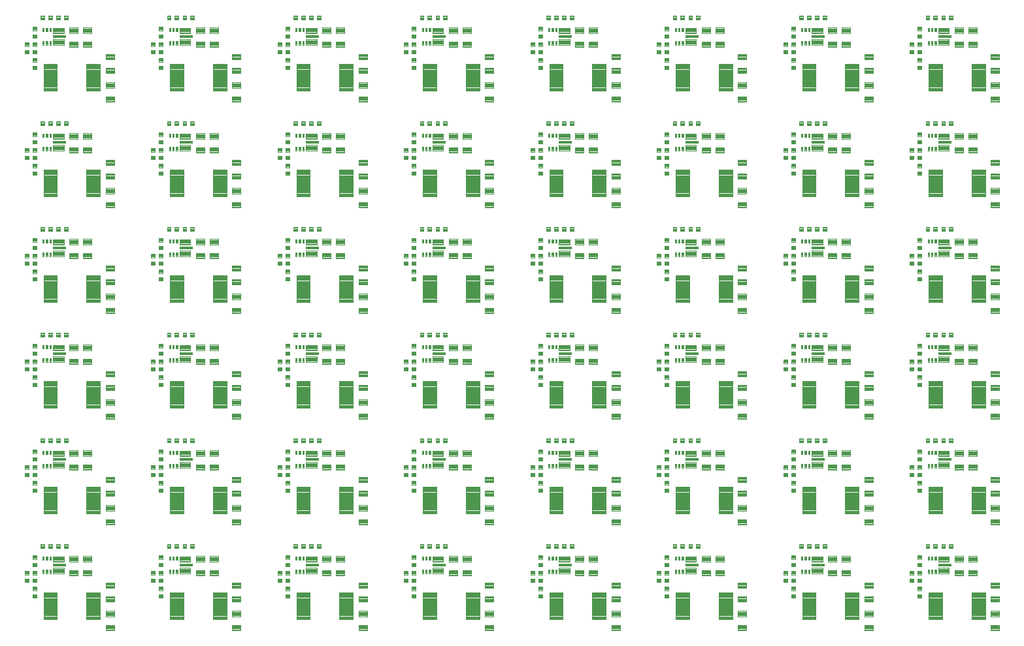
<source format=gtp>
G04 EAGLE Gerber RS-274X export*
G75*
%MOMM*%
%FSLAX34Y34*%
%LPD*%
%INSolderpaste Top*%
%IPPOS*%
%AMOC8*
5,1,8,0,0,1.08239X$1,22.5*%
G01*
%ADD10C,0.102000*%
%ADD11C,0.104000*%
%ADD12C,0.092500*%
%ADD13C,0.100000*%


D10*
X21540Y73690D02*
X21540Y68710D01*
X16560Y68710D01*
X16560Y73690D01*
X21540Y73690D01*
X21540Y69679D02*
X16560Y69679D01*
X16560Y70648D02*
X21540Y70648D01*
X21540Y71617D02*
X16560Y71617D01*
X16560Y72586D02*
X21540Y72586D01*
X21540Y73555D02*
X16560Y73555D01*
X21540Y78710D02*
X21540Y83690D01*
X21540Y78710D02*
X16560Y78710D01*
X16560Y83690D01*
X21540Y83690D01*
X21540Y79679D02*
X16560Y79679D01*
X16560Y80648D02*
X21540Y80648D01*
X21540Y81617D02*
X16560Y81617D01*
X16560Y82586D02*
X21540Y82586D01*
X21540Y83555D02*
X16560Y83555D01*
X16560Y63370D02*
X16560Y58390D01*
X16560Y63370D02*
X21540Y63370D01*
X21540Y58390D01*
X16560Y58390D01*
X16560Y59359D02*
X21540Y59359D01*
X21540Y60328D02*
X16560Y60328D01*
X16560Y61297D02*
X21540Y61297D01*
X21540Y62266D02*
X16560Y62266D01*
X16560Y63235D02*
X21540Y63235D01*
X16560Y53370D02*
X16560Y48390D01*
X16560Y53370D02*
X21540Y53370D01*
X21540Y48390D01*
X16560Y48390D01*
X16560Y49359D02*
X21540Y49359D01*
X21540Y50328D02*
X16560Y50328D01*
X16560Y51297D02*
X21540Y51297D01*
X21540Y52266D02*
X16560Y52266D01*
X16560Y53235D02*
X21540Y53235D01*
D11*
X122320Y50360D02*
X122320Y43400D01*
X111360Y43400D01*
X111360Y50360D01*
X122320Y50360D01*
X122320Y44388D02*
X111360Y44388D01*
X111360Y45376D02*
X122320Y45376D01*
X122320Y46364D02*
X111360Y46364D01*
X111360Y47352D02*
X122320Y47352D01*
X122320Y48340D02*
X111360Y48340D01*
X111360Y49328D02*
X122320Y49328D01*
X122320Y50316D02*
X111360Y50316D01*
X122320Y61400D02*
X122320Y68360D01*
X122320Y61400D02*
X111360Y61400D01*
X111360Y68360D01*
X122320Y68360D01*
X122320Y62388D02*
X111360Y62388D01*
X111360Y63376D02*
X122320Y63376D01*
X122320Y64364D02*
X111360Y64364D01*
X111360Y65352D02*
X122320Y65352D01*
X122320Y66340D02*
X111360Y66340D01*
X111360Y67328D02*
X122320Y67328D01*
X122320Y68316D02*
X111360Y68316D01*
X111360Y31530D02*
X111360Y24570D01*
X111360Y31530D02*
X122320Y31530D01*
X122320Y24570D01*
X111360Y24570D01*
X111360Y25558D02*
X122320Y25558D01*
X122320Y26546D02*
X111360Y26546D01*
X111360Y27534D02*
X122320Y27534D01*
X122320Y28522D02*
X111360Y28522D01*
X111360Y29510D02*
X122320Y29510D01*
X122320Y30498D02*
X111360Y30498D01*
X111360Y31486D02*
X122320Y31486D01*
X111360Y13530D02*
X111360Y6570D01*
X111360Y13530D02*
X122320Y13530D01*
X122320Y6570D01*
X111360Y6570D01*
X111360Y7558D02*
X122320Y7558D01*
X122320Y8546D02*
X111360Y8546D01*
X111360Y9534D02*
X122320Y9534D01*
X122320Y10522D02*
X111360Y10522D01*
X111360Y11510D02*
X122320Y11510D01*
X122320Y12498D02*
X111360Y12498D01*
X111360Y13486D02*
X122320Y13486D01*
X82150Y95690D02*
X82150Y102650D01*
X93110Y102650D01*
X93110Y95690D01*
X82150Y95690D01*
X82150Y96678D02*
X93110Y96678D01*
X93110Y97666D02*
X82150Y97666D01*
X82150Y98654D02*
X93110Y98654D01*
X93110Y99642D02*
X82150Y99642D01*
X82150Y100630D02*
X93110Y100630D01*
X93110Y101618D02*
X82150Y101618D01*
X82150Y102606D02*
X93110Y102606D01*
X82150Y84650D02*
X82150Y77690D01*
X82150Y84650D02*
X93110Y84650D01*
X93110Y77690D01*
X82150Y77690D01*
X82150Y78678D02*
X93110Y78678D01*
X93110Y79666D02*
X82150Y79666D01*
X82150Y80654D02*
X93110Y80654D01*
X93110Y81642D02*
X82150Y81642D01*
X82150Y82630D02*
X93110Y82630D01*
X93110Y83618D02*
X82150Y83618D01*
X82150Y84606D02*
X93110Y84606D01*
X64370Y95690D02*
X64370Y102650D01*
X75330Y102650D01*
X75330Y95690D01*
X64370Y95690D01*
X64370Y96678D02*
X75330Y96678D01*
X75330Y97666D02*
X64370Y97666D01*
X64370Y98654D02*
X75330Y98654D01*
X75330Y99642D02*
X64370Y99642D01*
X64370Y100630D02*
X75330Y100630D01*
X75330Y101618D02*
X64370Y101618D01*
X64370Y102606D02*
X75330Y102606D01*
X64370Y84650D02*
X64370Y77690D01*
X64370Y84650D02*
X75330Y84650D01*
X75330Y77690D01*
X64370Y77690D01*
X64370Y78678D02*
X75330Y78678D01*
X75330Y79666D02*
X64370Y79666D01*
X64370Y80654D02*
X75330Y80654D01*
X75330Y81642D02*
X64370Y81642D01*
X64370Y82630D02*
X75330Y82630D01*
X75330Y83618D02*
X64370Y83618D01*
X64370Y84606D02*
X75330Y84606D01*
D12*
X48348Y21062D02*
X30772Y21062D01*
X30772Y55138D01*
X48348Y55138D01*
X48348Y21062D01*
X48348Y21941D02*
X30772Y21941D01*
X30772Y22820D02*
X48348Y22820D01*
X48348Y23699D02*
X30772Y23699D01*
X30772Y24578D02*
X48348Y24578D01*
X48348Y25457D02*
X30772Y25457D01*
X30772Y26336D02*
X48348Y26336D01*
X48348Y27215D02*
X30772Y27215D01*
X30772Y28094D02*
X48348Y28094D01*
X48348Y28973D02*
X30772Y28973D01*
X30772Y29852D02*
X48348Y29852D01*
X48348Y30731D02*
X30772Y30731D01*
X30772Y31610D02*
X48348Y31610D01*
X48348Y32489D02*
X30772Y32489D01*
X30772Y33368D02*
X48348Y33368D01*
X48348Y34247D02*
X30772Y34247D01*
X30772Y35126D02*
X48348Y35126D01*
X48348Y36005D02*
X30772Y36005D01*
X30772Y36884D02*
X48348Y36884D01*
X48348Y37763D02*
X30772Y37763D01*
X30772Y38642D02*
X48348Y38642D01*
X48348Y39521D02*
X30772Y39521D01*
X30772Y40400D02*
X48348Y40400D01*
X48348Y41279D02*
X30772Y41279D01*
X30772Y42158D02*
X48348Y42158D01*
X48348Y43037D02*
X30772Y43037D01*
X30772Y43916D02*
X48348Y43916D01*
X48348Y44795D02*
X30772Y44795D01*
X30772Y45674D02*
X48348Y45674D01*
X48348Y46553D02*
X30772Y46553D01*
X30772Y47432D02*
X48348Y47432D01*
X48348Y48311D02*
X30772Y48311D01*
X30772Y49190D02*
X48348Y49190D01*
X48348Y50069D02*
X30772Y50069D01*
X30772Y50948D02*
X48348Y50948D01*
X48348Y51827D02*
X30772Y51827D01*
X30772Y52706D02*
X48348Y52706D01*
X48348Y53585D02*
X30772Y53585D01*
X30772Y54464D02*
X48348Y54464D01*
X86272Y21062D02*
X103848Y21062D01*
X86272Y21062D02*
X86272Y55138D01*
X103848Y55138D01*
X103848Y21062D01*
X103848Y21941D02*
X86272Y21941D01*
X86272Y22820D02*
X103848Y22820D01*
X103848Y23699D02*
X86272Y23699D01*
X86272Y24578D02*
X103848Y24578D01*
X103848Y25457D02*
X86272Y25457D01*
X86272Y26336D02*
X103848Y26336D01*
X103848Y27215D02*
X86272Y27215D01*
X86272Y28094D02*
X103848Y28094D01*
X103848Y28973D02*
X86272Y28973D01*
X86272Y29852D02*
X103848Y29852D01*
X103848Y30731D02*
X86272Y30731D01*
X86272Y31610D02*
X103848Y31610D01*
X103848Y32489D02*
X86272Y32489D01*
X86272Y33368D02*
X103848Y33368D01*
X103848Y34247D02*
X86272Y34247D01*
X86272Y35126D02*
X103848Y35126D01*
X103848Y36005D02*
X86272Y36005D01*
X86272Y36884D02*
X103848Y36884D01*
X103848Y37763D02*
X86272Y37763D01*
X86272Y38642D02*
X103848Y38642D01*
X103848Y39521D02*
X86272Y39521D01*
X86272Y40400D02*
X103848Y40400D01*
X103848Y41279D02*
X86272Y41279D01*
X86272Y42158D02*
X103848Y42158D01*
X103848Y43037D02*
X86272Y43037D01*
X86272Y43916D02*
X103848Y43916D01*
X103848Y44795D02*
X86272Y44795D01*
X86272Y45674D02*
X103848Y45674D01*
X103848Y46553D02*
X86272Y46553D01*
X86272Y47432D02*
X103848Y47432D01*
X103848Y48311D02*
X86272Y48311D01*
X86272Y49190D02*
X103848Y49190D01*
X103848Y50069D02*
X86272Y50069D01*
X86272Y50948D02*
X103848Y50948D01*
X103848Y51827D02*
X86272Y51827D01*
X86272Y52706D02*
X103848Y52706D01*
X103848Y53585D02*
X86272Y53585D01*
X86272Y54464D02*
X103848Y54464D01*
D10*
X6400Y78710D02*
X6400Y83690D01*
X11380Y83690D01*
X11380Y78710D01*
X6400Y78710D01*
X6400Y79679D02*
X11380Y79679D01*
X11380Y80648D02*
X6400Y80648D01*
X6400Y81617D02*
X11380Y81617D01*
X11380Y82586D02*
X6400Y82586D01*
X6400Y83555D02*
X11380Y83555D01*
X6400Y73690D02*
X6400Y68710D01*
X6400Y73690D02*
X11380Y73690D01*
X11380Y68710D01*
X6400Y68710D01*
X6400Y69679D02*
X11380Y69679D01*
X11380Y70648D02*
X6400Y70648D01*
X6400Y71617D02*
X11380Y71617D01*
X11380Y72586D02*
X6400Y72586D01*
X6400Y73555D02*
X11380Y73555D01*
X16560Y99030D02*
X16560Y104010D01*
X21540Y104010D01*
X21540Y99030D01*
X16560Y99030D01*
X16560Y99999D02*
X21540Y99999D01*
X21540Y100968D02*
X16560Y100968D01*
X16560Y101937D02*
X21540Y101937D01*
X21540Y102906D02*
X16560Y102906D01*
X16560Y103875D02*
X21540Y103875D01*
X16560Y94010D02*
X16560Y89030D01*
X16560Y94010D02*
X21540Y94010D01*
X21540Y89030D01*
X16560Y89030D01*
X16560Y89999D02*
X21540Y89999D01*
X21540Y90968D02*
X16560Y90968D01*
X16560Y91937D02*
X21540Y91937D01*
X21540Y92906D02*
X16560Y92906D01*
X16560Y93875D02*
X21540Y93875D01*
X47120Y113080D02*
X52100Y113080D01*
X47120Y113080D02*
X47120Y118060D01*
X52100Y118060D01*
X52100Y113080D01*
X52100Y114049D02*
X47120Y114049D01*
X47120Y115018D02*
X52100Y115018D01*
X52100Y115987D02*
X47120Y115987D01*
X47120Y116956D02*
X52100Y116956D01*
X52100Y117925D02*
X47120Y117925D01*
X57120Y113080D02*
X62100Y113080D01*
X57120Y113080D02*
X57120Y118060D01*
X62100Y118060D01*
X62100Y113080D01*
X62100Y114049D02*
X57120Y114049D01*
X57120Y115018D02*
X62100Y115018D01*
X62100Y115987D02*
X57120Y115987D01*
X57120Y116956D02*
X62100Y116956D01*
X62100Y117925D02*
X57120Y117925D01*
X31780Y113080D02*
X26800Y113080D01*
X26800Y118060D01*
X31780Y118060D01*
X31780Y113080D01*
X31780Y114049D02*
X26800Y114049D01*
X26800Y115018D02*
X31780Y115018D01*
X31780Y115987D02*
X26800Y115987D01*
X26800Y116956D02*
X31780Y116956D01*
X31780Y117925D02*
X26800Y117925D01*
X36800Y113080D02*
X41780Y113080D01*
X36800Y113080D02*
X36800Y118060D01*
X41780Y118060D01*
X41780Y113080D01*
X41780Y114049D02*
X36800Y114049D01*
X36800Y115018D02*
X41780Y115018D01*
X41780Y115987D02*
X36800Y115987D01*
X36800Y116956D02*
X41780Y116956D01*
X41780Y117925D02*
X36800Y117925D01*
D11*
X42950Y102420D02*
X56910Y102420D01*
X56910Y95460D01*
X42950Y95460D01*
X42950Y102420D01*
X42950Y96448D02*
X56910Y96448D01*
X56910Y97436D02*
X42950Y97436D01*
X42950Y98424D02*
X56910Y98424D01*
X56910Y99412D02*
X42950Y99412D01*
X42950Y100400D02*
X56910Y100400D01*
X56910Y101388D02*
X42950Y101388D01*
X42950Y102376D02*
X56910Y102376D01*
X56910Y87420D02*
X42950Y87420D01*
X56910Y87420D02*
X56910Y80460D01*
X42950Y80460D01*
X42950Y87420D01*
X42950Y81448D02*
X56910Y81448D01*
X56910Y82436D02*
X42950Y82436D01*
X42950Y83424D02*
X56910Y83424D01*
X56910Y84412D02*
X42950Y84412D01*
X42950Y85400D02*
X56910Y85400D01*
X56910Y86388D02*
X42950Y86388D01*
X42950Y87376D02*
X56910Y87376D01*
D13*
X59230Y92940D02*
X42930Y92940D01*
X59230Y92940D02*
X59230Y89940D01*
X42930Y89940D01*
X42930Y92940D01*
X42930Y90890D02*
X59230Y90890D01*
X59230Y91840D02*
X42930Y91840D01*
X42930Y92790D02*
X59230Y92790D01*
D10*
X40420Y102430D02*
X38440Y102430D01*
X40420Y102430D02*
X40420Y97450D01*
X38440Y97450D01*
X38440Y102430D01*
X38440Y98419D02*
X40420Y98419D01*
X40420Y99388D02*
X38440Y99388D01*
X38440Y100357D02*
X40420Y100357D01*
X40420Y101326D02*
X38440Y101326D01*
X38440Y102295D02*
X40420Y102295D01*
X35920Y102430D02*
X33940Y102430D01*
X35920Y102430D02*
X35920Y97450D01*
X33940Y97450D01*
X33940Y102430D01*
X33940Y98419D02*
X35920Y98419D01*
X35920Y99388D02*
X33940Y99388D01*
X33940Y100357D02*
X35920Y100357D01*
X35920Y101326D02*
X33940Y101326D01*
X33940Y102295D02*
X35920Y102295D01*
X31420Y102430D02*
X29440Y102430D01*
X31420Y102430D02*
X31420Y97450D01*
X29440Y97450D01*
X29440Y102430D01*
X29440Y98419D02*
X31420Y98419D01*
X31420Y99388D02*
X29440Y99388D01*
X29440Y100357D02*
X31420Y100357D01*
X31420Y101326D02*
X29440Y101326D01*
X29440Y102295D02*
X31420Y102295D01*
X31420Y80450D02*
X29440Y80450D01*
X29440Y85430D01*
X31420Y85430D01*
X31420Y80450D01*
X31420Y81419D02*
X29440Y81419D01*
X29440Y82388D02*
X31420Y82388D01*
X31420Y83357D02*
X29440Y83357D01*
X29440Y84326D02*
X31420Y84326D01*
X31420Y85295D02*
X29440Y85295D01*
X33940Y80450D02*
X35920Y80450D01*
X33940Y80450D02*
X33940Y85430D01*
X35920Y85430D01*
X35920Y80450D01*
X35920Y81419D02*
X33940Y81419D01*
X33940Y82388D02*
X35920Y82388D01*
X35920Y83357D02*
X33940Y83357D01*
X33940Y84326D02*
X35920Y84326D01*
X35920Y85295D02*
X33940Y85295D01*
X38440Y80450D02*
X40420Y80450D01*
X38440Y80450D02*
X38440Y85430D01*
X40420Y85430D01*
X40420Y80450D01*
X40420Y81419D02*
X38440Y81419D01*
X38440Y82388D02*
X40420Y82388D01*
X40420Y83357D02*
X38440Y83357D01*
X38440Y84326D02*
X40420Y84326D01*
X40420Y85295D02*
X38440Y85295D01*
X185370Y73690D02*
X185370Y68710D01*
X180390Y68710D01*
X180390Y73690D01*
X185370Y73690D01*
X185370Y69679D02*
X180390Y69679D01*
X180390Y70648D02*
X185370Y70648D01*
X185370Y71617D02*
X180390Y71617D01*
X180390Y72586D02*
X185370Y72586D01*
X185370Y73555D02*
X180390Y73555D01*
X185370Y78710D02*
X185370Y83690D01*
X185370Y78710D02*
X180390Y78710D01*
X180390Y83690D01*
X185370Y83690D01*
X185370Y79679D02*
X180390Y79679D01*
X180390Y80648D02*
X185370Y80648D01*
X185370Y81617D02*
X180390Y81617D01*
X180390Y82586D02*
X185370Y82586D01*
X185370Y83555D02*
X180390Y83555D01*
X180390Y63370D02*
X180390Y58390D01*
X180390Y63370D02*
X185370Y63370D01*
X185370Y58390D01*
X180390Y58390D01*
X180390Y59359D02*
X185370Y59359D01*
X185370Y60328D02*
X180390Y60328D01*
X180390Y61297D02*
X185370Y61297D01*
X185370Y62266D02*
X180390Y62266D01*
X180390Y63235D02*
X185370Y63235D01*
X180390Y53370D02*
X180390Y48390D01*
X180390Y53370D02*
X185370Y53370D01*
X185370Y48390D01*
X180390Y48390D01*
X180390Y49359D02*
X185370Y49359D01*
X185370Y50328D02*
X180390Y50328D01*
X180390Y51297D02*
X185370Y51297D01*
X185370Y52266D02*
X180390Y52266D01*
X180390Y53235D02*
X185370Y53235D01*
D11*
X286150Y50360D02*
X286150Y43400D01*
X275190Y43400D01*
X275190Y50360D01*
X286150Y50360D01*
X286150Y44388D02*
X275190Y44388D01*
X275190Y45376D02*
X286150Y45376D01*
X286150Y46364D02*
X275190Y46364D01*
X275190Y47352D02*
X286150Y47352D01*
X286150Y48340D02*
X275190Y48340D01*
X275190Y49328D02*
X286150Y49328D01*
X286150Y50316D02*
X275190Y50316D01*
X286150Y61400D02*
X286150Y68360D01*
X286150Y61400D02*
X275190Y61400D01*
X275190Y68360D01*
X286150Y68360D01*
X286150Y62388D02*
X275190Y62388D01*
X275190Y63376D02*
X286150Y63376D01*
X286150Y64364D02*
X275190Y64364D01*
X275190Y65352D02*
X286150Y65352D01*
X286150Y66340D02*
X275190Y66340D01*
X275190Y67328D02*
X286150Y67328D01*
X286150Y68316D02*
X275190Y68316D01*
X275190Y31530D02*
X275190Y24570D01*
X275190Y31530D02*
X286150Y31530D01*
X286150Y24570D01*
X275190Y24570D01*
X275190Y25558D02*
X286150Y25558D01*
X286150Y26546D02*
X275190Y26546D01*
X275190Y27534D02*
X286150Y27534D01*
X286150Y28522D02*
X275190Y28522D01*
X275190Y29510D02*
X286150Y29510D01*
X286150Y30498D02*
X275190Y30498D01*
X275190Y31486D02*
X286150Y31486D01*
X275190Y13530D02*
X275190Y6570D01*
X275190Y13530D02*
X286150Y13530D01*
X286150Y6570D01*
X275190Y6570D01*
X275190Y7558D02*
X286150Y7558D01*
X286150Y8546D02*
X275190Y8546D01*
X275190Y9534D02*
X286150Y9534D01*
X286150Y10522D02*
X275190Y10522D01*
X275190Y11510D02*
X286150Y11510D01*
X286150Y12498D02*
X275190Y12498D01*
X275190Y13486D02*
X286150Y13486D01*
X245980Y95690D02*
X245980Y102650D01*
X256940Y102650D01*
X256940Y95690D01*
X245980Y95690D01*
X245980Y96678D02*
X256940Y96678D01*
X256940Y97666D02*
X245980Y97666D01*
X245980Y98654D02*
X256940Y98654D01*
X256940Y99642D02*
X245980Y99642D01*
X245980Y100630D02*
X256940Y100630D01*
X256940Y101618D02*
X245980Y101618D01*
X245980Y102606D02*
X256940Y102606D01*
X245980Y84650D02*
X245980Y77690D01*
X245980Y84650D02*
X256940Y84650D01*
X256940Y77690D01*
X245980Y77690D01*
X245980Y78678D02*
X256940Y78678D01*
X256940Y79666D02*
X245980Y79666D01*
X245980Y80654D02*
X256940Y80654D01*
X256940Y81642D02*
X245980Y81642D01*
X245980Y82630D02*
X256940Y82630D01*
X256940Y83618D02*
X245980Y83618D01*
X245980Y84606D02*
X256940Y84606D01*
X228200Y95690D02*
X228200Y102650D01*
X239160Y102650D01*
X239160Y95690D01*
X228200Y95690D01*
X228200Y96678D02*
X239160Y96678D01*
X239160Y97666D02*
X228200Y97666D01*
X228200Y98654D02*
X239160Y98654D01*
X239160Y99642D02*
X228200Y99642D01*
X228200Y100630D02*
X239160Y100630D01*
X239160Y101618D02*
X228200Y101618D01*
X228200Y102606D02*
X239160Y102606D01*
X228200Y84650D02*
X228200Y77690D01*
X228200Y84650D02*
X239160Y84650D01*
X239160Y77690D01*
X228200Y77690D01*
X228200Y78678D02*
X239160Y78678D01*
X239160Y79666D02*
X228200Y79666D01*
X228200Y80654D02*
X239160Y80654D01*
X239160Y81642D02*
X228200Y81642D01*
X228200Y82630D02*
X239160Y82630D01*
X239160Y83618D02*
X228200Y83618D01*
X228200Y84606D02*
X239160Y84606D01*
D12*
X212178Y21062D02*
X194602Y21062D01*
X194602Y55138D01*
X212178Y55138D01*
X212178Y21062D01*
X212178Y21941D02*
X194602Y21941D01*
X194602Y22820D02*
X212178Y22820D01*
X212178Y23699D02*
X194602Y23699D01*
X194602Y24578D02*
X212178Y24578D01*
X212178Y25457D02*
X194602Y25457D01*
X194602Y26336D02*
X212178Y26336D01*
X212178Y27215D02*
X194602Y27215D01*
X194602Y28094D02*
X212178Y28094D01*
X212178Y28973D02*
X194602Y28973D01*
X194602Y29852D02*
X212178Y29852D01*
X212178Y30731D02*
X194602Y30731D01*
X194602Y31610D02*
X212178Y31610D01*
X212178Y32489D02*
X194602Y32489D01*
X194602Y33368D02*
X212178Y33368D01*
X212178Y34247D02*
X194602Y34247D01*
X194602Y35126D02*
X212178Y35126D01*
X212178Y36005D02*
X194602Y36005D01*
X194602Y36884D02*
X212178Y36884D01*
X212178Y37763D02*
X194602Y37763D01*
X194602Y38642D02*
X212178Y38642D01*
X212178Y39521D02*
X194602Y39521D01*
X194602Y40400D02*
X212178Y40400D01*
X212178Y41279D02*
X194602Y41279D01*
X194602Y42158D02*
X212178Y42158D01*
X212178Y43037D02*
X194602Y43037D01*
X194602Y43916D02*
X212178Y43916D01*
X212178Y44795D02*
X194602Y44795D01*
X194602Y45674D02*
X212178Y45674D01*
X212178Y46553D02*
X194602Y46553D01*
X194602Y47432D02*
X212178Y47432D01*
X212178Y48311D02*
X194602Y48311D01*
X194602Y49190D02*
X212178Y49190D01*
X212178Y50069D02*
X194602Y50069D01*
X194602Y50948D02*
X212178Y50948D01*
X212178Y51827D02*
X194602Y51827D01*
X194602Y52706D02*
X212178Y52706D01*
X212178Y53585D02*
X194602Y53585D01*
X194602Y54464D02*
X212178Y54464D01*
X250102Y21062D02*
X267678Y21062D01*
X250102Y21062D02*
X250102Y55138D01*
X267678Y55138D01*
X267678Y21062D01*
X267678Y21941D02*
X250102Y21941D01*
X250102Y22820D02*
X267678Y22820D01*
X267678Y23699D02*
X250102Y23699D01*
X250102Y24578D02*
X267678Y24578D01*
X267678Y25457D02*
X250102Y25457D01*
X250102Y26336D02*
X267678Y26336D01*
X267678Y27215D02*
X250102Y27215D01*
X250102Y28094D02*
X267678Y28094D01*
X267678Y28973D02*
X250102Y28973D01*
X250102Y29852D02*
X267678Y29852D01*
X267678Y30731D02*
X250102Y30731D01*
X250102Y31610D02*
X267678Y31610D01*
X267678Y32489D02*
X250102Y32489D01*
X250102Y33368D02*
X267678Y33368D01*
X267678Y34247D02*
X250102Y34247D01*
X250102Y35126D02*
X267678Y35126D01*
X267678Y36005D02*
X250102Y36005D01*
X250102Y36884D02*
X267678Y36884D01*
X267678Y37763D02*
X250102Y37763D01*
X250102Y38642D02*
X267678Y38642D01*
X267678Y39521D02*
X250102Y39521D01*
X250102Y40400D02*
X267678Y40400D01*
X267678Y41279D02*
X250102Y41279D01*
X250102Y42158D02*
X267678Y42158D01*
X267678Y43037D02*
X250102Y43037D01*
X250102Y43916D02*
X267678Y43916D01*
X267678Y44795D02*
X250102Y44795D01*
X250102Y45674D02*
X267678Y45674D01*
X267678Y46553D02*
X250102Y46553D01*
X250102Y47432D02*
X267678Y47432D01*
X267678Y48311D02*
X250102Y48311D01*
X250102Y49190D02*
X267678Y49190D01*
X267678Y50069D02*
X250102Y50069D01*
X250102Y50948D02*
X267678Y50948D01*
X267678Y51827D02*
X250102Y51827D01*
X250102Y52706D02*
X267678Y52706D01*
X267678Y53585D02*
X250102Y53585D01*
X250102Y54464D02*
X267678Y54464D01*
D10*
X170230Y78710D02*
X170230Y83690D01*
X175210Y83690D01*
X175210Y78710D01*
X170230Y78710D01*
X170230Y79679D02*
X175210Y79679D01*
X175210Y80648D02*
X170230Y80648D01*
X170230Y81617D02*
X175210Y81617D01*
X175210Y82586D02*
X170230Y82586D01*
X170230Y83555D02*
X175210Y83555D01*
X170230Y73690D02*
X170230Y68710D01*
X170230Y73690D02*
X175210Y73690D01*
X175210Y68710D01*
X170230Y68710D01*
X170230Y69679D02*
X175210Y69679D01*
X175210Y70648D02*
X170230Y70648D01*
X170230Y71617D02*
X175210Y71617D01*
X175210Y72586D02*
X170230Y72586D01*
X170230Y73555D02*
X175210Y73555D01*
X180390Y99030D02*
X180390Y104010D01*
X185370Y104010D01*
X185370Y99030D01*
X180390Y99030D01*
X180390Y99999D02*
X185370Y99999D01*
X185370Y100968D02*
X180390Y100968D01*
X180390Y101937D02*
X185370Y101937D01*
X185370Y102906D02*
X180390Y102906D01*
X180390Y103875D02*
X185370Y103875D01*
X180390Y94010D02*
X180390Y89030D01*
X180390Y94010D02*
X185370Y94010D01*
X185370Y89030D01*
X180390Y89030D01*
X180390Y89999D02*
X185370Y89999D01*
X185370Y90968D02*
X180390Y90968D01*
X180390Y91937D02*
X185370Y91937D01*
X185370Y92906D02*
X180390Y92906D01*
X180390Y93875D02*
X185370Y93875D01*
X210950Y113080D02*
X215930Y113080D01*
X210950Y113080D02*
X210950Y118060D01*
X215930Y118060D01*
X215930Y113080D01*
X215930Y114049D02*
X210950Y114049D01*
X210950Y115018D02*
X215930Y115018D01*
X215930Y115987D02*
X210950Y115987D01*
X210950Y116956D02*
X215930Y116956D01*
X215930Y117925D02*
X210950Y117925D01*
X220950Y113080D02*
X225930Y113080D01*
X220950Y113080D02*
X220950Y118060D01*
X225930Y118060D01*
X225930Y113080D01*
X225930Y114049D02*
X220950Y114049D01*
X220950Y115018D02*
X225930Y115018D01*
X225930Y115987D02*
X220950Y115987D01*
X220950Y116956D02*
X225930Y116956D01*
X225930Y117925D02*
X220950Y117925D01*
X195610Y113080D02*
X190630Y113080D01*
X190630Y118060D01*
X195610Y118060D01*
X195610Y113080D01*
X195610Y114049D02*
X190630Y114049D01*
X190630Y115018D02*
X195610Y115018D01*
X195610Y115987D02*
X190630Y115987D01*
X190630Y116956D02*
X195610Y116956D01*
X195610Y117925D02*
X190630Y117925D01*
X200630Y113080D02*
X205610Y113080D01*
X200630Y113080D02*
X200630Y118060D01*
X205610Y118060D01*
X205610Y113080D01*
X205610Y114049D02*
X200630Y114049D01*
X200630Y115018D02*
X205610Y115018D01*
X205610Y115987D02*
X200630Y115987D01*
X200630Y116956D02*
X205610Y116956D01*
X205610Y117925D02*
X200630Y117925D01*
D11*
X206780Y102420D02*
X220740Y102420D01*
X220740Y95460D01*
X206780Y95460D01*
X206780Y102420D01*
X206780Y96448D02*
X220740Y96448D01*
X220740Y97436D02*
X206780Y97436D01*
X206780Y98424D02*
X220740Y98424D01*
X220740Y99412D02*
X206780Y99412D01*
X206780Y100400D02*
X220740Y100400D01*
X220740Y101388D02*
X206780Y101388D01*
X206780Y102376D02*
X220740Y102376D01*
X220740Y87420D02*
X206780Y87420D01*
X220740Y87420D02*
X220740Y80460D01*
X206780Y80460D01*
X206780Y87420D01*
X206780Y81448D02*
X220740Y81448D01*
X220740Y82436D02*
X206780Y82436D01*
X206780Y83424D02*
X220740Y83424D01*
X220740Y84412D02*
X206780Y84412D01*
X206780Y85400D02*
X220740Y85400D01*
X220740Y86388D02*
X206780Y86388D01*
X206780Y87376D02*
X220740Y87376D01*
D13*
X223060Y92940D02*
X206760Y92940D01*
X223060Y92940D02*
X223060Y89940D01*
X206760Y89940D01*
X206760Y92940D01*
X206760Y90890D02*
X223060Y90890D01*
X223060Y91840D02*
X206760Y91840D01*
X206760Y92790D02*
X223060Y92790D01*
D10*
X204250Y102430D02*
X202270Y102430D01*
X204250Y102430D02*
X204250Y97450D01*
X202270Y97450D01*
X202270Y102430D01*
X202270Y98419D02*
X204250Y98419D01*
X204250Y99388D02*
X202270Y99388D01*
X202270Y100357D02*
X204250Y100357D01*
X204250Y101326D02*
X202270Y101326D01*
X202270Y102295D02*
X204250Y102295D01*
X199750Y102430D02*
X197770Y102430D01*
X199750Y102430D02*
X199750Y97450D01*
X197770Y97450D01*
X197770Y102430D01*
X197770Y98419D02*
X199750Y98419D01*
X199750Y99388D02*
X197770Y99388D01*
X197770Y100357D02*
X199750Y100357D01*
X199750Y101326D02*
X197770Y101326D01*
X197770Y102295D02*
X199750Y102295D01*
X195250Y102430D02*
X193270Y102430D01*
X195250Y102430D02*
X195250Y97450D01*
X193270Y97450D01*
X193270Y102430D01*
X193270Y98419D02*
X195250Y98419D01*
X195250Y99388D02*
X193270Y99388D01*
X193270Y100357D02*
X195250Y100357D01*
X195250Y101326D02*
X193270Y101326D01*
X193270Y102295D02*
X195250Y102295D01*
X195250Y80450D02*
X193270Y80450D01*
X193270Y85430D01*
X195250Y85430D01*
X195250Y80450D01*
X195250Y81419D02*
X193270Y81419D01*
X193270Y82388D02*
X195250Y82388D01*
X195250Y83357D02*
X193270Y83357D01*
X193270Y84326D02*
X195250Y84326D01*
X195250Y85295D02*
X193270Y85295D01*
X197770Y80450D02*
X199750Y80450D01*
X197770Y80450D02*
X197770Y85430D01*
X199750Y85430D01*
X199750Y80450D01*
X199750Y81419D02*
X197770Y81419D01*
X197770Y82388D02*
X199750Y82388D01*
X199750Y83357D02*
X197770Y83357D01*
X197770Y84326D02*
X199750Y84326D01*
X199750Y85295D02*
X197770Y85295D01*
X202270Y80450D02*
X204250Y80450D01*
X202270Y80450D02*
X202270Y85430D01*
X204250Y85430D01*
X204250Y80450D01*
X204250Y81419D02*
X202270Y81419D01*
X202270Y82388D02*
X204250Y82388D01*
X204250Y83357D02*
X202270Y83357D01*
X202270Y84326D02*
X204250Y84326D01*
X204250Y85295D02*
X202270Y85295D01*
X349200Y73690D02*
X349200Y68710D01*
X344220Y68710D01*
X344220Y73690D01*
X349200Y73690D01*
X349200Y69679D02*
X344220Y69679D01*
X344220Y70648D02*
X349200Y70648D01*
X349200Y71617D02*
X344220Y71617D01*
X344220Y72586D02*
X349200Y72586D01*
X349200Y73555D02*
X344220Y73555D01*
X349200Y78710D02*
X349200Y83690D01*
X349200Y78710D02*
X344220Y78710D01*
X344220Y83690D01*
X349200Y83690D01*
X349200Y79679D02*
X344220Y79679D01*
X344220Y80648D02*
X349200Y80648D01*
X349200Y81617D02*
X344220Y81617D01*
X344220Y82586D02*
X349200Y82586D01*
X349200Y83555D02*
X344220Y83555D01*
X344220Y63370D02*
X344220Y58390D01*
X344220Y63370D02*
X349200Y63370D01*
X349200Y58390D01*
X344220Y58390D01*
X344220Y59359D02*
X349200Y59359D01*
X349200Y60328D02*
X344220Y60328D01*
X344220Y61297D02*
X349200Y61297D01*
X349200Y62266D02*
X344220Y62266D01*
X344220Y63235D02*
X349200Y63235D01*
X344220Y53370D02*
X344220Y48390D01*
X344220Y53370D02*
X349200Y53370D01*
X349200Y48390D01*
X344220Y48390D01*
X344220Y49359D02*
X349200Y49359D01*
X349200Y50328D02*
X344220Y50328D01*
X344220Y51297D02*
X349200Y51297D01*
X349200Y52266D02*
X344220Y52266D01*
X344220Y53235D02*
X349200Y53235D01*
D11*
X449980Y50360D02*
X449980Y43400D01*
X439020Y43400D01*
X439020Y50360D01*
X449980Y50360D01*
X449980Y44388D02*
X439020Y44388D01*
X439020Y45376D02*
X449980Y45376D01*
X449980Y46364D02*
X439020Y46364D01*
X439020Y47352D02*
X449980Y47352D01*
X449980Y48340D02*
X439020Y48340D01*
X439020Y49328D02*
X449980Y49328D01*
X449980Y50316D02*
X439020Y50316D01*
X449980Y61400D02*
X449980Y68360D01*
X449980Y61400D02*
X439020Y61400D01*
X439020Y68360D01*
X449980Y68360D01*
X449980Y62388D02*
X439020Y62388D01*
X439020Y63376D02*
X449980Y63376D01*
X449980Y64364D02*
X439020Y64364D01*
X439020Y65352D02*
X449980Y65352D01*
X449980Y66340D02*
X439020Y66340D01*
X439020Y67328D02*
X449980Y67328D01*
X449980Y68316D02*
X439020Y68316D01*
X439020Y31530D02*
X439020Y24570D01*
X439020Y31530D02*
X449980Y31530D01*
X449980Y24570D01*
X439020Y24570D01*
X439020Y25558D02*
X449980Y25558D01*
X449980Y26546D02*
X439020Y26546D01*
X439020Y27534D02*
X449980Y27534D01*
X449980Y28522D02*
X439020Y28522D01*
X439020Y29510D02*
X449980Y29510D01*
X449980Y30498D02*
X439020Y30498D01*
X439020Y31486D02*
X449980Y31486D01*
X439020Y13530D02*
X439020Y6570D01*
X439020Y13530D02*
X449980Y13530D01*
X449980Y6570D01*
X439020Y6570D01*
X439020Y7558D02*
X449980Y7558D01*
X449980Y8546D02*
X439020Y8546D01*
X439020Y9534D02*
X449980Y9534D01*
X449980Y10522D02*
X439020Y10522D01*
X439020Y11510D02*
X449980Y11510D01*
X449980Y12498D02*
X439020Y12498D01*
X439020Y13486D02*
X449980Y13486D01*
X409810Y95690D02*
X409810Y102650D01*
X420770Y102650D01*
X420770Y95690D01*
X409810Y95690D01*
X409810Y96678D02*
X420770Y96678D01*
X420770Y97666D02*
X409810Y97666D01*
X409810Y98654D02*
X420770Y98654D01*
X420770Y99642D02*
X409810Y99642D01*
X409810Y100630D02*
X420770Y100630D01*
X420770Y101618D02*
X409810Y101618D01*
X409810Y102606D02*
X420770Y102606D01*
X409810Y84650D02*
X409810Y77690D01*
X409810Y84650D02*
X420770Y84650D01*
X420770Y77690D01*
X409810Y77690D01*
X409810Y78678D02*
X420770Y78678D01*
X420770Y79666D02*
X409810Y79666D01*
X409810Y80654D02*
X420770Y80654D01*
X420770Y81642D02*
X409810Y81642D01*
X409810Y82630D02*
X420770Y82630D01*
X420770Y83618D02*
X409810Y83618D01*
X409810Y84606D02*
X420770Y84606D01*
X392030Y95690D02*
X392030Y102650D01*
X402990Y102650D01*
X402990Y95690D01*
X392030Y95690D01*
X392030Y96678D02*
X402990Y96678D01*
X402990Y97666D02*
X392030Y97666D01*
X392030Y98654D02*
X402990Y98654D01*
X402990Y99642D02*
X392030Y99642D01*
X392030Y100630D02*
X402990Y100630D01*
X402990Y101618D02*
X392030Y101618D01*
X392030Y102606D02*
X402990Y102606D01*
X392030Y84650D02*
X392030Y77690D01*
X392030Y84650D02*
X402990Y84650D01*
X402990Y77690D01*
X392030Y77690D01*
X392030Y78678D02*
X402990Y78678D01*
X402990Y79666D02*
X392030Y79666D01*
X392030Y80654D02*
X402990Y80654D01*
X402990Y81642D02*
X392030Y81642D01*
X392030Y82630D02*
X402990Y82630D01*
X402990Y83618D02*
X392030Y83618D01*
X392030Y84606D02*
X402990Y84606D01*
D12*
X376008Y21062D02*
X358432Y21062D01*
X358432Y55138D01*
X376008Y55138D01*
X376008Y21062D01*
X376008Y21941D02*
X358432Y21941D01*
X358432Y22820D02*
X376008Y22820D01*
X376008Y23699D02*
X358432Y23699D01*
X358432Y24578D02*
X376008Y24578D01*
X376008Y25457D02*
X358432Y25457D01*
X358432Y26336D02*
X376008Y26336D01*
X376008Y27215D02*
X358432Y27215D01*
X358432Y28094D02*
X376008Y28094D01*
X376008Y28973D02*
X358432Y28973D01*
X358432Y29852D02*
X376008Y29852D01*
X376008Y30731D02*
X358432Y30731D01*
X358432Y31610D02*
X376008Y31610D01*
X376008Y32489D02*
X358432Y32489D01*
X358432Y33368D02*
X376008Y33368D01*
X376008Y34247D02*
X358432Y34247D01*
X358432Y35126D02*
X376008Y35126D01*
X376008Y36005D02*
X358432Y36005D01*
X358432Y36884D02*
X376008Y36884D01*
X376008Y37763D02*
X358432Y37763D01*
X358432Y38642D02*
X376008Y38642D01*
X376008Y39521D02*
X358432Y39521D01*
X358432Y40400D02*
X376008Y40400D01*
X376008Y41279D02*
X358432Y41279D01*
X358432Y42158D02*
X376008Y42158D01*
X376008Y43037D02*
X358432Y43037D01*
X358432Y43916D02*
X376008Y43916D01*
X376008Y44795D02*
X358432Y44795D01*
X358432Y45674D02*
X376008Y45674D01*
X376008Y46553D02*
X358432Y46553D01*
X358432Y47432D02*
X376008Y47432D01*
X376008Y48311D02*
X358432Y48311D01*
X358432Y49190D02*
X376008Y49190D01*
X376008Y50069D02*
X358432Y50069D01*
X358432Y50948D02*
X376008Y50948D01*
X376008Y51827D02*
X358432Y51827D01*
X358432Y52706D02*
X376008Y52706D01*
X376008Y53585D02*
X358432Y53585D01*
X358432Y54464D02*
X376008Y54464D01*
X413932Y21062D02*
X431508Y21062D01*
X413932Y21062D02*
X413932Y55138D01*
X431508Y55138D01*
X431508Y21062D01*
X431508Y21941D02*
X413932Y21941D01*
X413932Y22820D02*
X431508Y22820D01*
X431508Y23699D02*
X413932Y23699D01*
X413932Y24578D02*
X431508Y24578D01*
X431508Y25457D02*
X413932Y25457D01*
X413932Y26336D02*
X431508Y26336D01*
X431508Y27215D02*
X413932Y27215D01*
X413932Y28094D02*
X431508Y28094D01*
X431508Y28973D02*
X413932Y28973D01*
X413932Y29852D02*
X431508Y29852D01*
X431508Y30731D02*
X413932Y30731D01*
X413932Y31610D02*
X431508Y31610D01*
X431508Y32489D02*
X413932Y32489D01*
X413932Y33368D02*
X431508Y33368D01*
X431508Y34247D02*
X413932Y34247D01*
X413932Y35126D02*
X431508Y35126D01*
X431508Y36005D02*
X413932Y36005D01*
X413932Y36884D02*
X431508Y36884D01*
X431508Y37763D02*
X413932Y37763D01*
X413932Y38642D02*
X431508Y38642D01*
X431508Y39521D02*
X413932Y39521D01*
X413932Y40400D02*
X431508Y40400D01*
X431508Y41279D02*
X413932Y41279D01*
X413932Y42158D02*
X431508Y42158D01*
X431508Y43037D02*
X413932Y43037D01*
X413932Y43916D02*
X431508Y43916D01*
X431508Y44795D02*
X413932Y44795D01*
X413932Y45674D02*
X431508Y45674D01*
X431508Y46553D02*
X413932Y46553D01*
X413932Y47432D02*
X431508Y47432D01*
X431508Y48311D02*
X413932Y48311D01*
X413932Y49190D02*
X431508Y49190D01*
X431508Y50069D02*
X413932Y50069D01*
X413932Y50948D02*
X431508Y50948D01*
X431508Y51827D02*
X413932Y51827D01*
X413932Y52706D02*
X431508Y52706D01*
X431508Y53585D02*
X413932Y53585D01*
X413932Y54464D02*
X431508Y54464D01*
D10*
X334060Y78710D02*
X334060Y83690D01*
X339040Y83690D01*
X339040Y78710D01*
X334060Y78710D01*
X334060Y79679D02*
X339040Y79679D01*
X339040Y80648D02*
X334060Y80648D01*
X334060Y81617D02*
X339040Y81617D01*
X339040Y82586D02*
X334060Y82586D01*
X334060Y83555D02*
X339040Y83555D01*
X334060Y73690D02*
X334060Y68710D01*
X334060Y73690D02*
X339040Y73690D01*
X339040Y68710D01*
X334060Y68710D01*
X334060Y69679D02*
X339040Y69679D01*
X339040Y70648D02*
X334060Y70648D01*
X334060Y71617D02*
X339040Y71617D01*
X339040Y72586D02*
X334060Y72586D01*
X334060Y73555D02*
X339040Y73555D01*
X344220Y99030D02*
X344220Y104010D01*
X349200Y104010D01*
X349200Y99030D01*
X344220Y99030D01*
X344220Y99999D02*
X349200Y99999D01*
X349200Y100968D02*
X344220Y100968D01*
X344220Y101937D02*
X349200Y101937D01*
X349200Y102906D02*
X344220Y102906D01*
X344220Y103875D02*
X349200Y103875D01*
X344220Y94010D02*
X344220Y89030D01*
X344220Y94010D02*
X349200Y94010D01*
X349200Y89030D01*
X344220Y89030D01*
X344220Y89999D02*
X349200Y89999D01*
X349200Y90968D02*
X344220Y90968D01*
X344220Y91937D02*
X349200Y91937D01*
X349200Y92906D02*
X344220Y92906D01*
X344220Y93875D02*
X349200Y93875D01*
X374780Y113080D02*
X379760Y113080D01*
X374780Y113080D02*
X374780Y118060D01*
X379760Y118060D01*
X379760Y113080D01*
X379760Y114049D02*
X374780Y114049D01*
X374780Y115018D02*
X379760Y115018D01*
X379760Y115987D02*
X374780Y115987D01*
X374780Y116956D02*
X379760Y116956D01*
X379760Y117925D02*
X374780Y117925D01*
X384780Y113080D02*
X389760Y113080D01*
X384780Y113080D02*
X384780Y118060D01*
X389760Y118060D01*
X389760Y113080D01*
X389760Y114049D02*
X384780Y114049D01*
X384780Y115018D02*
X389760Y115018D01*
X389760Y115987D02*
X384780Y115987D01*
X384780Y116956D02*
X389760Y116956D01*
X389760Y117925D02*
X384780Y117925D01*
X359440Y113080D02*
X354460Y113080D01*
X354460Y118060D01*
X359440Y118060D01*
X359440Y113080D01*
X359440Y114049D02*
X354460Y114049D01*
X354460Y115018D02*
X359440Y115018D01*
X359440Y115987D02*
X354460Y115987D01*
X354460Y116956D02*
X359440Y116956D01*
X359440Y117925D02*
X354460Y117925D01*
X364460Y113080D02*
X369440Y113080D01*
X364460Y113080D02*
X364460Y118060D01*
X369440Y118060D01*
X369440Y113080D01*
X369440Y114049D02*
X364460Y114049D01*
X364460Y115018D02*
X369440Y115018D01*
X369440Y115987D02*
X364460Y115987D01*
X364460Y116956D02*
X369440Y116956D01*
X369440Y117925D02*
X364460Y117925D01*
D11*
X370610Y102420D02*
X384570Y102420D01*
X384570Y95460D01*
X370610Y95460D01*
X370610Y102420D01*
X370610Y96448D02*
X384570Y96448D01*
X384570Y97436D02*
X370610Y97436D01*
X370610Y98424D02*
X384570Y98424D01*
X384570Y99412D02*
X370610Y99412D01*
X370610Y100400D02*
X384570Y100400D01*
X384570Y101388D02*
X370610Y101388D01*
X370610Y102376D02*
X384570Y102376D01*
X384570Y87420D02*
X370610Y87420D01*
X384570Y87420D02*
X384570Y80460D01*
X370610Y80460D01*
X370610Y87420D01*
X370610Y81448D02*
X384570Y81448D01*
X384570Y82436D02*
X370610Y82436D01*
X370610Y83424D02*
X384570Y83424D01*
X384570Y84412D02*
X370610Y84412D01*
X370610Y85400D02*
X384570Y85400D01*
X384570Y86388D02*
X370610Y86388D01*
X370610Y87376D02*
X384570Y87376D01*
D13*
X386890Y92940D02*
X370590Y92940D01*
X386890Y92940D02*
X386890Y89940D01*
X370590Y89940D01*
X370590Y92940D01*
X370590Y90890D02*
X386890Y90890D01*
X386890Y91840D02*
X370590Y91840D01*
X370590Y92790D02*
X386890Y92790D01*
D10*
X368080Y102430D02*
X366100Y102430D01*
X368080Y102430D02*
X368080Y97450D01*
X366100Y97450D01*
X366100Y102430D01*
X366100Y98419D02*
X368080Y98419D01*
X368080Y99388D02*
X366100Y99388D01*
X366100Y100357D02*
X368080Y100357D01*
X368080Y101326D02*
X366100Y101326D01*
X366100Y102295D02*
X368080Y102295D01*
X363580Y102430D02*
X361600Y102430D01*
X363580Y102430D02*
X363580Y97450D01*
X361600Y97450D01*
X361600Y102430D01*
X361600Y98419D02*
X363580Y98419D01*
X363580Y99388D02*
X361600Y99388D01*
X361600Y100357D02*
X363580Y100357D01*
X363580Y101326D02*
X361600Y101326D01*
X361600Y102295D02*
X363580Y102295D01*
X359080Y102430D02*
X357100Y102430D01*
X359080Y102430D02*
X359080Y97450D01*
X357100Y97450D01*
X357100Y102430D01*
X357100Y98419D02*
X359080Y98419D01*
X359080Y99388D02*
X357100Y99388D01*
X357100Y100357D02*
X359080Y100357D01*
X359080Y101326D02*
X357100Y101326D01*
X357100Y102295D02*
X359080Y102295D01*
X359080Y80450D02*
X357100Y80450D01*
X357100Y85430D01*
X359080Y85430D01*
X359080Y80450D01*
X359080Y81419D02*
X357100Y81419D01*
X357100Y82388D02*
X359080Y82388D01*
X359080Y83357D02*
X357100Y83357D01*
X357100Y84326D02*
X359080Y84326D01*
X359080Y85295D02*
X357100Y85295D01*
X361600Y80450D02*
X363580Y80450D01*
X361600Y80450D02*
X361600Y85430D01*
X363580Y85430D01*
X363580Y80450D01*
X363580Y81419D02*
X361600Y81419D01*
X361600Y82388D02*
X363580Y82388D01*
X363580Y83357D02*
X361600Y83357D01*
X361600Y84326D02*
X363580Y84326D01*
X363580Y85295D02*
X361600Y85295D01*
X366100Y80450D02*
X368080Y80450D01*
X366100Y80450D02*
X366100Y85430D01*
X368080Y85430D01*
X368080Y80450D01*
X368080Y81419D02*
X366100Y81419D01*
X366100Y82388D02*
X368080Y82388D01*
X368080Y83357D02*
X366100Y83357D01*
X366100Y84326D02*
X368080Y84326D01*
X368080Y85295D02*
X366100Y85295D01*
X513030Y73690D02*
X513030Y68710D01*
X508050Y68710D01*
X508050Y73690D01*
X513030Y73690D01*
X513030Y69679D02*
X508050Y69679D01*
X508050Y70648D02*
X513030Y70648D01*
X513030Y71617D02*
X508050Y71617D01*
X508050Y72586D02*
X513030Y72586D01*
X513030Y73555D02*
X508050Y73555D01*
X513030Y78710D02*
X513030Y83690D01*
X513030Y78710D02*
X508050Y78710D01*
X508050Y83690D01*
X513030Y83690D01*
X513030Y79679D02*
X508050Y79679D01*
X508050Y80648D02*
X513030Y80648D01*
X513030Y81617D02*
X508050Y81617D01*
X508050Y82586D02*
X513030Y82586D01*
X513030Y83555D02*
X508050Y83555D01*
X508050Y63370D02*
X508050Y58390D01*
X508050Y63370D02*
X513030Y63370D01*
X513030Y58390D01*
X508050Y58390D01*
X508050Y59359D02*
X513030Y59359D01*
X513030Y60328D02*
X508050Y60328D01*
X508050Y61297D02*
X513030Y61297D01*
X513030Y62266D02*
X508050Y62266D01*
X508050Y63235D02*
X513030Y63235D01*
X508050Y53370D02*
X508050Y48390D01*
X508050Y53370D02*
X513030Y53370D01*
X513030Y48390D01*
X508050Y48390D01*
X508050Y49359D02*
X513030Y49359D01*
X513030Y50328D02*
X508050Y50328D01*
X508050Y51297D02*
X513030Y51297D01*
X513030Y52266D02*
X508050Y52266D01*
X508050Y53235D02*
X513030Y53235D01*
D11*
X613810Y50360D02*
X613810Y43400D01*
X602850Y43400D01*
X602850Y50360D01*
X613810Y50360D01*
X613810Y44388D02*
X602850Y44388D01*
X602850Y45376D02*
X613810Y45376D01*
X613810Y46364D02*
X602850Y46364D01*
X602850Y47352D02*
X613810Y47352D01*
X613810Y48340D02*
X602850Y48340D01*
X602850Y49328D02*
X613810Y49328D01*
X613810Y50316D02*
X602850Y50316D01*
X613810Y61400D02*
X613810Y68360D01*
X613810Y61400D02*
X602850Y61400D01*
X602850Y68360D01*
X613810Y68360D01*
X613810Y62388D02*
X602850Y62388D01*
X602850Y63376D02*
X613810Y63376D01*
X613810Y64364D02*
X602850Y64364D01*
X602850Y65352D02*
X613810Y65352D01*
X613810Y66340D02*
X602850Y66340D01*
X602850Y67328D02*
X613810Y67328D01*
X613810Y68316D02*
X602850Y68316D01*
X602850Y31530D02*
X602850Y24570D01*
X602850Y31530D02*
X613810Y31530D01*
X613810Y24570D01*
X602850Y24570D01*
X602850Y25558D02*
X613810Y25558D01*
X613810Y26546D02*
X602850Y26546D01*
X602850Y27534D02*
X613810Y27534D01*
X613810Y28522D02*
X602850Y28522D01*
X602850Y29510D02*
X613810Y29510D01*
X613810Y30498D02*
X602850Y30498D01*
X602850Y31486D02*
X613810Y31486D01*
X602850Y13530D02*
X602850Y6570D01*
X602850Y13530D02*
X613810Y13530D01*
X613810Y6570D01*
X602850Y6570D01*
X602850Y7558D02*
X613810Y7558D01*
X613810Y8546D02*
X602850Y8546D01*
X602850Y9534D02*
X613810Y9534D01*
X613810Y10522D02*
X602850Y10522D01*
X602850Y11510D02*
X613810Y11510D01*
X613810Y12498D02*
X602850Y12498D01*
X602850Y13486D02*
X613810Y13486D01*
X573640Y95690D02*
X573640Y102650D01*
X584600Y102650D01*
X584600Y95690D01*
X573640Y95690D01*
X573640Y96678D02*
X584600Y96678D01*
X584600Y97666D02*
X573640Y97666D01*
X573640Y98654D02*
X584600Y98654D01*
X584600Y99642D02*
X573640Y99642D01*
X573640Y100630D02*
X584600Y100630D01*
X584600Y101618D02*
X573640Y101618D01*
X573640Y102606D02*
X584600Y102606D01*
X573640Y84650D02*
X573640Y77690D01*
X573640Y84650D02*
X584600Y84650D01*
X584600Y77690D01*
X573640Y77690D01*
X573640Y78678D02*
X584600Y78678D01*
X584600Y79666D02*
X573640Y79666D01*
X573640Y80654D02*
X584600Y80654D01*
X584600Y81642D02*
X573640Y81642D01*
X573640Y82630D02*
X584600Y82630D01*
X584600Y83618D02*
X573640Y83618D01*
X573640Y84606D02*
X584600Y84606D01*
X555860Y95690D02*
X555860Y102650D01*
X566820Y102650D01*
X566820Y95690D01*
X555860Y95690D01*
X555860Y96678D02*
X566820Y96678D01*
X566820Y97666D02*
X555860Y97666D01*
X555860Y98654D02*
X566820Y98654D01*
X566820Y99642D02*
X555860Y99642D01*
X555860Y100630D02*
X566820Y100630D01*
X566820Y101618D02*
X555860Y101618D01*
X555860Y102606D02*
X566820Y102606D01*
X555860Y84650D02*
X555860Y77690D01*
X555860Y84650D02*
X566820Y84650D01*
X566820Y77690D01*
X555860Y77690D01*
X555860Y78678D02*
X566820Y78678D01*
X566820Y79666D02*
X555860Y79666D01*
X555860Y80654D02*
X566820Y80654D01*
X566820Y81642D02*
X555860Y81642D01*
X555860Y82630D02*
X566820Y82630D01*
X566820Y83618D02*
X555860Y83618D01*
X555860Y84606D02*
X566820Y84606D01*
D12*
X539838Y21062D02*
X522262Y21062D01*
X522262Y55138D01*
X539838Y55138D01*
X539838Y21062D01*
X539838Y21941D02*
X522262Y21941D01*
X522262Y22820D02*
X539838Y22820D01*
X539838Y23699D02*
X522262Y23699D01*
X522262Y24578D02*
X539838Y24578D01*
X539838Y25457D02*
X522262Y25457D01*
X522262Y26336D02*
X539838Y26336D01*
X539838Y27215D02*
X522262Y27215D01*
X522262Y28094D02*
X539838Y28094D01*
X539838Y28973D02*
X522262Y28973D01*
X522262Y29852D02*
X539838Y29852D01*
X539838Y30731D02*
X522262Y30731D01*
X522262Y31610D02*
X539838Y31610D01*
X539838Y32489D02*
X522262Y32489D01*
X522262Y33368D02*
X539838Y33368D01*
X539838Y34247D02*
X522262Y34247D01*
X522262Y35126D02*
X539838Y35126D01*
X539838Y36005D02*
X522262Y36005D01*
X522262Y36884D02*
X539838Y36884D01*
X539838Y37763D02*
X522262Y37763D01*
X522262Y38642D02*
X539838Y38642D01*
X539838Y39521D02*
X522262Y39521D01*
X522262Y40400D02*
X539838Y40400D01*
X539838Y41279D02*
X522262Y41279D01*
X522262Y42158D02*
X539838Y42158D01*
X539838Y43037D02*
X522262Y43037D01*
X522262Y43916D02*
X539838Y43916D01*
X539838Y44795D02*
X522262Y44795D01*
X522262Y45674D02*
X539838Y45674D01*
X539838Y46553D02*
X522262Y46553D01*
X522262Y47432D02*
X539838Y47432D01*
X539838Y48311D02*
X522262Y48311D01*
X522262Y49190D02*
X539838Y49190D01*
X539838Y50069D02*
X522262Y50069D01*
X522262Y50948D02*
X539838Y50948D01*
X539838Y51827D02*
X522262Y51827D01*
X522262Y52706D02*
X539838Y52706D01*
X539838Y53585D02*
X522262Y53585D01*
X522262Y54464D02*
X539838Y54464D01*
X577762Y21062D02*
X595338Y21062D01*
X577762Y21062D02*
X577762Y55138D01*
X595338Y55138D01*
X595338Y21062D01*
X595338Y21941D02*
X577762Y21941D01*
X577762Y22820D02*
X595338Y22820D01*
X595338Y23699D02*
X577762Y23699D01*
X577762Y24578D02*
X595338Y24578D01*
X595338Y25457D02*
X577762Y25457D01*
X577762Y26336D02*
X595338Y26336D01*
X595338Y27215D02*
X577762Y27215D01*
X577762Y28094D02*
X595338Y28094D01*
X595338Y28973D02*
X577762Y28973D01*
X577762Y29852D02*
X595338Y29852D01*
X595338Y30731D02*
X577762Y30731D01*
X577762Y31610D02*
X595338Y31610D01*
X595338Y32489D02*
X577762Y32489D01*
X577762Y33368D02*
X595338Y33368D01*
X595338Y34247D02*
X577762Y34247D01*
X577762Y35126D02*
X595338Y35126D01*
X595338Y36005D02*
X577762Y36005D01*
X577762Y36884D02*
X595338Y36884D01*
X595338Y37763D02*
X577762Y37763D01*
X577762Y38642D02*
X595338Y38642D01*
X595338Y39521D02*
X577762Y39521D01*
X577762Y40400D02*
X595338Y40400D01*
X595338Y41279D02*
X577762Y41279D01*
X577762Y42158D02*
X595338Y42158D01*
X595338Y43037D02*
X577762Y43037D01*
X577762Y43916D02*
X595338Y43916D01*
X595338Y44795D02*
X577762Y44795D01*
X577762Y45674D02*
X595338Y45674D01*
X595338Y46553D02*
X577762Y46553D01*
X577762Y47432D02*
X595338Y47432D01*
X595338Y48311D02*
X577762Y48311D01*
X577762Y49190D02*
X595338Y49190D01*
X595338Y50069D02*
X577762Y50069D01*
X577762Y50948D02*
X595338Y50948D01*
X595338Y51827D02*
X577762Y51827D01*
X577762Y52706D02*
X595338Y52706D01*
X595338Y53585D02*
X577762Y53585D01*
X577762Y54464D02*
X595338Y54464D01*
D10*
X497890Y78710D02*
X497890Y83690D01*
X502870Y83690D01*
X502870Y78710D01*
X497890Y78710D01*
X497890Y79679D02*
X502870Y79679D01*
X502870Y80648D02*
X497890Y80648D01*
X497890Y81617D02*
X502870Y81617D01*
X502870Y82586D02*
X497890Y82586D01*
X497890Y83555D02*
X502870Y83555D01*
X497890Y73690D02*
X497890Y68710D01*
X497890Y73690D02*
X502870Y73690D01*
X502870Y68710D01*
X497890Y68710D01*
X497890Y69679D02*
X502870Y69679D01*
X502870Y70648D02*
X497890Y70648D01*
X497890Y71617D02*
X502870Y71617D01*
X502870Y72586D02*
X497890Y72586D01*
X497890Y73555D02*
X502870Y73555D01*
X508050Y99030D02*
X508050Y104010D01*
X513030Y104010D01*
X513030Y99030D01*
X508050Y99030D01*
X508050Y99999D02*
X513030Y99999D01*
X513030Y100968D02*
X508050Y100968D01*
X508050Y101937D02*
X513030Y101937D01*
X513030Y102906D02*
X508050Y102906D01*
X508050Y103875D02*
X513030Y103875D01*
X508050Y94010D02*
X508050Y89030D01*
X508050Y94010D02*
X513030Y94010D01*
X513030Y89030D01*
X508050Y89030D01*
X508050Y89999D02*
X513030Y89999D01*
X513030Y90968D02*
X508050Y90968D01*
X508050Y91937D02*
X513030Y91937D01*
X513030Y92906D02*
X508050Y92906D01*
X508050Y93875D02*
X513030Y93875D01*
X538610Y113080D02*
X543590Y113080D01*
X538610Y113080D02*
X538610Y118060D01*
X543590Y118060D01*
X543590Y113080D01*
X543590Y114049D02*
X538610Y114049D01*
X538610Y115018D02*
X543590Y115018D01*
X543590Y115987D02*
X538610Y115987D01*
X538610Y116956D02*
X543590Y116956D01*
X543590Y117925D02*
X538610Y117925D01*
X548610Y113080D02*
X553590Y113080D01*
X548610Y113080D02*
X548610Y118060D01*
X553590Y118060D01*
X553590Y113080D01*
X553590Y114049D02*
X548610Y114049D01*
X548610Y115018D02*
X553590Y115018D01*
X553590Y115987D02*
X548610Y115987D01*
X548610Y116956D02*
X553590Y116956D01*
X553590Y117925D02*
X548610Y117925D01*
X523270Y113080D02*
X518290Y113080D01*
X518290Y118060D01*
X523270Y118060D01*
X523270Y113080D01*
X523270Y114049D02*
X518290Y114049D01*
X518290Y115018D02*
X523270Y115018D01*
X523270Y115987D02*
X518290Y115987D01*
X518290Y116956D02*
X523270Y116956D01*
X523270Y117925D02*
X518290Y117925D01*
X528290Y113080D02*
X533270Y113080D01*
X528290Y113080D02*
X528290Y118060D01*
X533270Y118060D01*
X533270Y113080D01*
X533270Y114049D02*
X528290Y114049D01*
X528290Y115018D02*
X533270Y115018D01*
X533270Y115987D02*
X528290Y115987D01*
X528290Y116956D02*
X533270Y116956D01*
X533270Y117925D02*
X528290Y117925D01*
D11*
X534440Y102420D02*
X548400Y102420D01*
X548400Y95460D01*
X534440Y95460D01*
X534440Y102420D01*
X534440Y96448D02*
X548400Y96448D01*
X548400Y97436D02*
X534440Y97436D01*
X534440Y98424D02*
X548400Y98424D01*
X548400Y99412D02*
X534440Y99412D01*
X534440Y100400D02*
X548400Y100400D01*
X548400Y101388D02*
X534440Y101388D01*
X534440Y102376D02*
X548400Y102376D01*
X548400Y87420D02*
X534440Y87420D01*
X548400Y87420D02*
X548400Y80460D01*
X534440Y80460D01*
X534440Y87420D01*
X534440Y81448D02*
X548400Y81448D01*
X548400Y82436D02*
X534440Y82436D01*
X534440Y83424D02*
X548400Y83424D01*
X548400Y84412D02*
X534440Y84412D01*
X534440Y85400D02*
X548400Y85400D01*
X548400Y86388D02*
X534440Y86388D01*
X534440Y87376D02*
X548400Y87376D01*
D13*
X550720Y92940D02*
X534420Y92940D01*
X550720Y92940D02*
X550720Y89940D01*
X534420Y89940D01*
X534420Y92940D01*
X534420Y90890D02*
X550720Y90890D01*
X550720Y91840D02*
X534420Y91840D01*
X534420Y92790D02*
X550720Y92790D01*
D10*
X531910Y102430D02*
X529930Y102430D01*
X531910Y102430D02*
X531910Y97450D01*
X529930Y97450D01*
X529930Y102430D01*
X529930Y98419D02*
X531910Y98419D01*
X531910Y99388D02*
X529930Y99388D01*
X529930Y100357D02*
X531910Y100357D01*
X531910Y101326D02*
X529930Y101326D01*
X529930Y102295D02*
X531910Y102295D01*
X527410Y102430D02*
X525430Y102430D01*
X527410Y102430D02*
X527410Y97450D01*
X525430Y97450D01*
X525430Y102430D01*
X525430Y98419D02*
X527410Y98419D01*
X527410Y99388D02*
X525430Y99388D01*
X525430Y100357D02*
X527410Y100357D01*
X527410Y101326D02*
X525430Y101326D01*
X525430Y102295D02*
X527410Y102295D01*
X522910Y102430D02*
X520930Y102430D01*
X522910Y102430D02*
X522910Y97450D01*
X520930Y97450D01*
X520930Y102430D01*
X520930Y98419D02*
X522910Y98419D01*
X522910Y99388D02*
X520930Y99388D01*
X520930Y100357D02*
X522910Y100357D01*
X522910Y101326D02*
X520930Y101326D01*
X520930Y102295D02*
X522910Y102295D01*
X522910Y80450D02*
X520930Y80450D01*
X520930Y85430D01*
X522910Y85430D01*
X522910Y80450D01*
X522910Y81419D02*
X520930Y81419D01*
X520930Y82388D02*
X522910Y82388D01*
X522910Y83357D02*
X520930Y83357D01*
X520930Y84326D02*
X522910Y84326D01*
X522910Y85295D02*
X520930Y85295D01*
X525430Y80450D02*
X527410Y80450D01*
X525430Y80450D02*
X525430Y85430D01*
X527410Y85430D01*
X527410Y80450D01*
X527410Y81419D02*
X525430Y81419D01*
X525430Y82388D02*
X527410Y82388D01*
X527410Y83357D02*
X525430Y83357D01*
X525430Y84326D02*
X527410Y84326D01*
X527410Y85295D02*
X525430Y85295D01*
X529930Y80450D02*
X531910Y80450D01*
X529930Y80450D02*
X529930Y85430D01*
X531910Y85430D01*
X531910Y80450D01*
X531910Y81419D02*
X529930Y81419D01*
X529930Y82388D02*
X531910Y82388D01*
X531910Y83357D02*
X529930Y83357D01*
X529930Y84326D02*
X531910Y84326D01*
X531910Y85295D02*
X529930Y85295D01*
X676860Y73690D02*
X676860Y68710D01*
X671880Y68710D01*
X671880Y73690D01*
X676860Y73690D01*
X676860Y69679D02*
X671880Y69679D01*
X671880Y70648D02*
X676860Y70648D01*
X676860Y71617D02*
X671880Y71617D01*
X671880Y72586D02*
X676860Y72586D01*
X676860Y73555D02*
X671880Y73555D01*
X676860Y78710D02*
X676860Y83690D01*
X676860Y78710D02*
X671880Y78710D01*
X671880Y83690D01*
X676860Y83690D01*
X676860Y79679D02*
X671880Y79679D01*
X671880Y80648D02*
X676860Y80648D01*
X676860Y81617D02*
X671880Y81617D01*
X671880Y82586D02*
X676860Y82586D01*
X676860Y83555D02*
X671880Y83555D01*
X671880Y63370D02*
X671880Y58390D01*
X671880Y63370D02*
X676860Y63370D01*
X676860Y58390D01*
X671880Y58390D01*
X671880Y59359D02*
X676860Y59359D01*
X676860Y60328D02*
X671880Y60328D01*
X671880Y61297D02*
X676860Y61297D01*
X676860Y62266D02*
X671880Y62266D01*
X671880Y63235D02*
X676860Y63235D01*
X671880Y53370D02*
X671880Y48390D01*
X671880Y53370D02*
X676860Y53370D01*
X676860Y48390D01*
X671880Y48390D01*
X671880Y49359D02*
X676860Y49359D01*
X676860Y50328D02*
X671880Y50328D01*
X671880Y51297D02*
X676860Y51297D01*
X676860Y52266D02*
X671880Y52266D01*
X671880Y53235D02*
X676860Y53235D01*
D11*
X777640Y50360D02*
X777640Y43400D01*
X766680Y43400D01*
X766680Y50360D01*
X777640Y50360D01*
X777640Y44388D02*
X766680Y44388D01*
X766680Y45376D02*
X777640Y45376D01*
X777640Y46364D02*
X766680Y46364D01*
X766680Y47352D02*
X777640Y47352D01*
X777640Y48340D02*
X766680Y48340D01*
X766680Y49328D02*
X777640Y49328D01*
X777640Y50316D02*
X766680Y50316D01*
X777640Y61400D02*
X777640Y68360D01*
X777640Y61400D02*
X766680Y61400D01*
X766680Y68360D01*
X777640Y68360D01*
X777640Y62388D02*
X766680Y62388D01*
X766680Y63376D02*
X777640Y63376D01*
X777640Y64364D02*
X766680Y64364D01*
X766680Y65352D02*
X777640Y65352D01*
X777640Y66340D02*
X766680Y66340D01*
X766680Y67328D02*
X777640Y67328D01*
X777640Y68316D02*
X766680Y68316D01*
X766680Y31530D02*
X766680Y24570D01*
X766680Y31530D02*
X777640Y31530D01*
X777640Y24570D01*
X766680Y24570D01*
X766680Y25558D02*
X777640Y25558D01*
X777640Y26546D02*
X766680Y26546D01*
X766680Y27534D02*
X777640Y27534D01*
X777640Y28522D02*
X766680Y28522D01*
X766680Y29510D02*
X777640Y29510D01*
X777640Y30498D02*
X766680Y30498D01*
X766680Y31486D02*
X777640Y31486D01*
X766680Y13530D02*
X766680Y6570D01*
X766680Y13530D02*
X777640Y13530D01*
X777640Y6570D01*
X766680Y6570D01*
X766680Y7558D02*
X777640Y7558D01*
X777640Y8546D02*
X766680Y8546D01*
X766680Y9534D02*
X777640Y9534D01*
X777640Y10522D02*
X766680Y10522D01*
X766680Y11510D02*
X777640Y11510D01*
X777640Y12498D02*
X766680Y12498D01*
X766680Y13486D02*
X777640Y13486D01*
X737470Y95690D02*
X737470Y102650D01*
X748430Y102650D01*
X748430Y95690D01*
X737470Y95690D01*
X737470Y96678D02*
X748430Y96678D01*
X748430Y97666D02*
X737470Y97666D01*
X737470Y98654D02*
X748430Y98654D01*
X748430Y99642D02*
X737470Y99642D01*
X737470Y100630D02*
X748430Y100630D01*
X748430Y101618D02*
X737470Y101618D01*
X737470Y102606D02*
X748430Y102606D01*
X737470Y84650D02*
X737470Y77690D01*
X737470Y84650D02*
X748430Y84650D01*
X748430Y77690D01*
X737470Y77690D01*
X737470Y78678D02*
X748430Y78678D01*
X748430Y79666D02*
X737470Y79666D01*
X737470Y80654D02*
X748430Y80654D01*
X748430Y81642D02*
X737470Y81642D01*
X737470Y82630D02*
X748430Y82630D01*
X748430Y83618D02*
X737470Y83618D01*
X737470Y84606D02*
X748430Y84606D01*
X719690Y95690D02*
X719690Y102650D01*
X730650Y102650D01*
X730650Y95690D01*
X719690Y95690D01*
X719690Y96678D02*
X730650Y96678D01*
X730650Y97666D02*
X719690Y97666D01*
X719690Y98654D02*
X730650Y98654D01*
X730650Y99642D02*
X719690Y99642D01*
X719690Y100630D02*
X730650Y100630D01*
X730650Y101618D02*
X719690Y101618D01*
X719690Y102606D02*
X730650Y102606D01*
X719690Y84650D02*
X719690Y77690D01*
X719690Y84650D02*
X730650Y84650D01*
X730650Y77690D01*
X719690Y77690D01*
X719690Y78678D02*
X730650Y78678D01*
X730650Y79666D02*
X719690Y79666D01*
X719690Y80654D02*
X730650Y80654D01*
X730650Y81642D02*
X719690Y81642D01*
X719690Y82630D02*
X730650Y82630D01*
X730650Y83618D02*
X719690Y83618D01*
X719690Y84606D02*
X730650Y84606D01*
D12*
X703668Y21062D02*
X686092Y21062D01*
X686092Y55138D01*
X703668Y55138D01*
X703668Y21062D01*
X703668Y21941D02*
X686092Y21941D01*
X686092Y22820D02*
X703668Y22820D01*
X703668Y23699D02*
X686092Y23699D01*
X686092Y24578D02*
X703668Y24578D01*
X703668Y25457D02*
X686092Y25457D01*
X686092Y26336D02*
X703668Y26336D01*
X703668Y27215D02*
X686092Y27215D01*
X686092Y28094D02*
X703668Y28094D01*
X703668Y28973D02*
X686092Y28973D01*
X686092Y29852D02*
X703668Y29852D01*
X703668Y30731D02*
X686092Y30731D01*
X686092Y31610D02*
X703668Y31610D01*
X703668Y32489D02*
X686092Y32489D01*
X686092Y33368D02*
X703668Y33368D01*
X703668Y34247D02*
X686092Y34247D01*
X686092Y35126D02*
X703668Y35126D01*
X703668Y36005D02*
X686092Y36005D01*
X686092Y36884D02*
X703668Y36884D01*
X703668Y37763D02*
X686092Y37763D01*
X686092Y38642D02*
X703668Y38642D01*
X703668Y39521D02*
X686092Y39521D01*
X686092Y40400D02*
X703668Y40400D01*
X703668Y41279D02*
X686092Y41279D01*
X686092Y42158D02*
X703668Y42158D01*
X703668Y43037D02*
X686092Y43037D01*
X686092Y43916D02*
X703668Y43916D01*
X703668Y44795D02*
X686092Y44795D01*
X686092Y45674D02*
X703668Y45674D01*
X703668Y46553D02*
X686092Y46553D01*
X686092Y47432D02*
X703668Y47432D01*
X703668Y48311D02*
X686092Y48311D01*
X686092Y49190D02*
X703668Y49190D01*
X703668Y50069D02*
X686092Y50069D01*
X686092Y50948D02*
X703668Y50948D01*
X703668Y51827D02*
X686092Y51827D01*
X686092Y52706D02*
X703668Y52706D01*
X703668Y53585D02*
X686092Y53585D01*
X686092Y54464D02*
X703668Y54464D01*
X741592Y21062D02*
X759168Y21062D01*
X741592Y21062D02*
X741592Y55138D01*
X759168Y55138D01*
X759168Y21062D01*
X759168Y21941D02*
X741592Y21941D01*
X741592Y22820D02*
X759168Y22820D01*
X759168Y23699D02*
X741592Y23699D01*
X741592Y24578D02*
X759168Y24578D01*
X759168Y25457D02*
X741592Y25457D01*
X741592Y26336D02*
X759168Y26336D01*
X759168Y27215D02*
X741592Y27215D01*
X741592Y28094D02*
X759168Y28094D01*
X759168Y28973D02*
X741592Y28973D01*
X741592Y29852D02*
X759168Y29852D01*
X759168Y30731D02*
X741592Y30731D01*
X741592Y31610D02*
X759168Y31610D01*
X759168Y32489D02*
X741592Y32489D01*
X741592Y33368D02*
X759168Y33368D01*
X759168Y34247D02*
X741592Y34247D01*
X741592Y35126D02*
X759168Y35126D01*
X759168Y36005D02*
X741592Y36005D01*
X741592Y36884D02*
X759168Y36884D01*
X759168Y37763D02*
X741592Y37763D01*
X741592Y38642D02*
X759168Y38642D01*
X759168Y39521D02*
X741592Y39521D01*
X741592Y40400D02*
X759168Y40400D01*
X759168Y41279D02*
X741592Y41279D01*
X741592Y42158D02*
X759168Y42158D01*
X759168Y43037D02*
X741592Y43037D01*
X741592Y43916D02*
X759168Y43916D01*
X759168Y44795D02*
X741592Y44795D01*
X741592Y45674D02*
X759168Y45674D01*
X759168Y46553D02*
X741592Y46553D01*
X741592Y47432D02*
X759168Y47432D01*
X759168Y48311D02*
X741592Y48311D01*
X741592Y49190D02*
X759168Y49190D01*
X759168Y50069D02*
X741592Y50069D01*
X741592Y50948D02*
X759168Y50948D01*
X759168Y51827D02*
X741592Y51827D01*
X741592Y52706D02*
X759168Y52706D01*
X759168Y53585D02*
X741592Y53585D01*
X741592Y54464D02*
X759168Y54464D01*
D10*
X661720Y78710D02*
X661720Y83690D01*
X666700Y83690D01*
X666700Y78710D01*
X661720Y78710D01*
X661720Y79679D02*
X666700Y79679D01*
X666700Y80648D02*
X661720Y80648D01*
X661720Y81617D02*
X666700Y81617D01*
X666700Y82586D02*
X661720Y82586D01*
X661720Y83555D02*
X666700Y83555D01*
X661720Y73690D02*
X661720Y68710D01*
X661720Y73690D02*
X666700Y73690D01*
X666700Y68710D01*
X661720Y68710D01*
X661720Y69679D02*
X666700Y69679D01*
X666700Y70648D02*
X661720Y70648D01*
X661720Y71617D02*
X666700Y71617D01*
X666700Y72586D02*
X661720Y72586D01*
X661720Y73555D02*
X666700Y73555D01*
X671880Y99030D02*
X671880Y104010D01*
X676860Y104010D01*
X676860Y99030D01*
X671880Y99030D01*
X671880Y99999D02*
X676860Y99999D01*
X676860Y100968D02*
X671880Y100968D01*
X671880Y101937D02*
X676860Y101937D01*
X676860Y102906D02*
X671880Y102906D01*
X671880Y103875D02*
X676860Y103875D01*
X671880Y94010D02*
X671880Y89030D01*
X671880Y94010D02*
X676860Y94010D01*
X676860Y89030D01*
X671880Y89030D01*
X671880Y89999D02*
X676860Y89999D01*
X676860Y90968D02*
X671880Y90968D01*
X671880Y91937D02*
X676860Y91937D01*
X676860Y92906D02*
X671880Y92906D01*
X671880Y93875D02*
X676860Y93875D01*
X702440Y113080D02*
X707420Y113080D01*
X702440Y113080D02*
X702440Y118060D01*
X707420Y118060D01*
X707420Y113080D01*
X707420Y114049D02*
X702440Y114049D01*
X702440Y115018D02*
X707420Y115018D01*
X707420Y115987D02*
X702440Y115987D01*
X702440Y116956D02*
X707420Y116956D01*
X707420Y117925D02*
X702440Y117925D01*
X712440Y113080D02*
X717420Y113080D01*
X712440Y113080D02*
X712440Y118060D01*
X717420Y118060D01*
X717420Y113080D01*
X717420Y114049D02*
X712440Y114049D01*
X712440Y115018D02*
X717420Y115018D01*
X717420Y115987D02*
X712440Y115987D01*
X712440Y116956D02*
X717420Y116956D01*
X717420Y117925D02*
X712440Y117925D01*
X687100Y113080D02*
X682120Y113080D01*
X682120Y118060D01*
X687100Y118060D01*
X687100Y113080D01*
X687100Y114049D02*
X682120Y114049D01*
X682120Y115018D02*
X687100Y115018D01*
X687100Y115987D02*
X682120Y115987D01*
X682120Y116956D02*
X687100Y116956D01*
X687100Y117925D02*
X682120Y117925D01*
X692120Y113080D02*
X697100Y113080D01*
X692120Y113080D02*
X692120Y118060D01*
X697100Y118060D01*
X697100Y113080D01*
X697100Y114049D02*
X692120Y114049D01*
X692120Y115018D02*
X697100Y115018D01*
X697100Y115987D02*
X692120Y115987D01*
X692120Y116956D02*
X697100Y116956D01*
X697100Y117925D02*
X692120Y117925D01*
D11*
X698270Y102420D02*
X712230Y102420D01*
X712230Y95460D01*
X698270Y95460D01*
X698270Y102420D01*
X698270Y96448D02*
X712230Y96448D01*
X712230Y97436D02*
X698270Y97436D01*
X698270Y98424D02*
X712230Y98424D01*
X712230Y99412D02*
X698270Y99412D01*
X698270Y100400D02*
X712230Y100400D01*
X712230Y101388D02*
X698270Y101388D01*
X698270Y102376D02*
X712230Y102376D01*
X712230Y87420D02*
X698270Y87420D01*
X712230Y87420D02*
X712230Y80460D01*
X698270Y80460D01*
X698270Y87420D01*
X698270Y81448D02*
X712230Y81448D01*
X712230Y82436D02*
X698270Y82436D01*
X698270Y83424D02*
X712230Y83424D01*
X712230Y84412D02*
X698270Y84412D01*
X698270Y85400D02*
X712230Y85400D01*
X712230Y86388D02*
X698270Y86388D01*
X698270Y87376D02*
X712230Y87376D01*
D13*
X714550Y92940D02*
X698250Y92940D01*
X714550Y92940D02*
X714550Y89940D01*
X698250Y89940D01*
X698250Y92940D01*
X698250Y90890D02*
X714550Y90890D01*
X714550Y91840D02*
X698250Y91840D01*
X698250Y92790D02*
X714550Y92790D01*
D10*
X695740Y102430D02*
X693760Y102430D01*
X695740Y102430D02*
X695740Y97450D01*
X693760Y97450D01*
X693760Y102430D01*
X693760Y98419D02*
X695740Y98419D01*
X695740Y99388D02*
X693760Y99388D01*
X693760Y100357D02*
X695740Y100357D01*
X695740Y101326D02*
X693760Y101326D01*
X693760Y102295D02*
X695740Y102295D01*
X691240Y102430D02*
X689260Y102430D01*
X691240Y102430D02*
X691240Y97450D01*
X689260Y97450D01*
X689260Y102430D01*
X689260Y98419D02*
X691240Y98419D01*
X691240Y99388D02*
X689260Y99388D01*
X689260Y100357D02*
X691240Y100357D01*
X691240Y101326D02*
X689260Y101326D01*
X689260Y102295D02*
X691240Y102295D01*
X686740Y102430D02*
X684760Y102430D01*
X686740Y102430D02*
X686740Y97450D01*
X684760Y97450D01*
X684760Y102430D01*
X684760Y98419D02*
X686740Y98419D01*
X686740Y99388D02*
X684760Y99388D01*
X684760Y100357D02*
X686740Y100357D01*
X686740Y101326D02*
X684760Y101326D01*
X684760Y102295D02*
X686740Y102295D01*
X686740Y80450D02*
X684760Y80450D01*
X684760Y85430D01*
X686740Y85430D01*
X686740Y80450D01*
X686740Y81419D02*
X684760Y81419D01*
X684760Y82388D02*
X686740Y82388D01*
X686740Y83357D02*
X684760Y83357D01*
X684760Y84326D02*
X686740Y84326D01*
X686740Y85295D02*
X684760Y85295D01*
X689260Y80450D02*
X691240Y80450D01*
X689260Y80450D02*
X689260Y85430D01*
X691240Y85430D01*
X691240Y80450D01*
X691240Y81419D02*
X689260Y81419D01*
X689260Y82388D02*
X691240Y82388D01*
X691240Y83357D02*
X689260Y83357D01*
X689260Y84326D02*
X691240Y84326D01*
X691240Y85295D02*
X689260Y85295D01*
X693760Y80450D02*
X695740Y80450D01*
X693760Y80450D02*
X693760Y85430D01*
X695740Y85430D01*
X695740Y80450D01*
X695740Y81419D02*
X693760Y81419D01*
X693760Y82388D02*
X695740Y82388D01*
X695740Y83357D02*
X693760Y83357D01*
X693760Y84326D02*
X695740Y84326D01*
X695740Y85295D02*
X693760Y85295D01*
X840690Y73690D02*
X840690Y68710D01*
X835710Y68710D01*
X835710Y73690D01*
X840690Y73690D01*
X840690Y69679D02*
X835710Y69679D01*
X835710Y70648D02*
X840690Y70648D01*
X840690Y71617D02*
X835710Y71617D01*
X835710Y72586D02*
X840690Y72586D01*
X840690Y73555D02*
X835710Y73555D01*
X840690Y78710D02*
X840690Y83690D01*
X840690Y78710D02*
X835710Y78710D01*
X835710Y83690D01*
X840690Y83690D01*
X840690Y79679D02*
X835710Y79679D01*
X835710Y80648D02*
X840690Y80648D01*
X840690Y81617D02*
X835710Y81617D01*
X835710Y82586D02*
X840690Y82586D01*
X840690Y83555D02*
X835710Y83555D01*
X835710Y63370D02*
X835710Y58390D01*
X835710Y63370D02*
X840690Y63370D01*
X840690Y58390D01*
X835710Y58390D01*
X835710Y59359D02*
X840690Y59359D01*
X840690Y60328D02*
X835710Y60328D01*
X835710Y61297D02*
X840690Y61297D01*
X840690Y62266D02*
X835710Y62266D01*
X835710Y63235D02*
X840690Y63235D01*
X835710Y53370D02*
X835710Y48390D01*
X835710Y53370D02*
X840690Y53370D01*
X840690Y48390D01*
X835710Y48390D01*
X835710Y49359D02*
X840690Y49359D01*
X840690Y50328D02*
X835710Y50328D01*
X835710Y51297D02*
X840690Y51297D01*
X840690Y52266D02*
X835710Y52266D01*
X835710Y53235D02*
X840690Y53235D01*
D11*
X941470Y50360D02*
X941470Y43400D01*
X930510Y43400D01*
X930510Y50360D01*
X941470Y50360D01*
X941470Y44388D02*
X930510Y44388D01*
X930510Y45376D02*
X941470Y45376D01*
X941470Y46364D02*
X930510Y46364D01*
X930510Y47352D02*
X941470Y47352D01*
X941470Y48340D02*
X930510Y48340D01*
X930510Y49328D02*
X941470Y49328D01*
X941470Y50316D02*
X930510Y50316D01*
X941470Y61400D02*
X941470Y68360D01*
X941470Y61400D02*
X930510Y61400D01*
X930510Y68360D01*
X941470Y68360D01*
X941470Y62388D02*
X930510Y62388D01*
X930510Y63376D02*
X941470Y63376D01*
X941470Y64364D02*
X930510Y64364D01*
X930510Y65352D02*
X941470Y65352D01*
X941470Y66340D02*
X930510Y66340D01*
X930510Y67328D02*
X941470Y67328D01*
X941470Y68316D02*
X930510Y68316D01*
X930510Y31530D02*
X930510Y24570D01*
X930510Y31530D02*
X941470Y31530D01*
X941470Y24570D01*
X930510Y24570D01*
X930510Y25558D02*
X941470Y25558D01*
X941470Y26546D02*
X930510Y26546D01*
X930510Y27534D02*
X941470Y27534D01*
X941470Y28522D02*
X930510Y28522D01*
X930510Y29510D02*
X941470Y29510D01*
X941470Y30498D02*
X930510Y30498D01*
X930510Y31486D02*
X941470Y31486D01*
X930510Y13530D02*
X930510Y6570D01*
X930510Y13530D02*
X941470Y13530D01*
X941470Y6570D01*
X930510Y6570D01*
X930510Y7558D02*
X941470Y7558D01*
X941470Y8546D02*
X930510Y8546D01*
X930510Y9534D02*
X941470Y9534D01*
X941470Y10522D02*
X930510Y10522D01*
X930510Y11510D02*
X941470Y11510D01*
X941470Y12498D02*
X930510Y12498D01*
X930510Y13486D02*
X941470Y13486D01*
X901300Y95690D02*
X901300Y102650D01*
X912260Y102650D01*
X912260Y95690D01*
X901300Y95690D01*
X901300Y96678D02*
X912260Y96678D01*
X912260Y97666D02*
X901300Y97666D01*
X901300Y98654D02*
X912260Y98654D01*
X912260Y99642D02*
X901300Y99642D01*
X901300Y100630D02*
X912260Y100630D01*
X912260Y101618D02*
X901300Y101618D01*
X901300Y102606D02*
X912260Y102606D01*
X901300Y84650D02*
X901300Y77690D01*
X901300Y84650D02*
X912260Y84650D01*
X912260Y77690D01*
X901300Y77690D01*
X901300Y78678D02*
X912260Y78678D01*
X912260Y79666D02*
X901300Y79666D01*
X901300Y80654D02*
X912260Y80654D01*
X912260Y81642D02*
X901300Y81642D01*
X901300Y82630D02*
X912260Y82630D01*
X912260Y83618D02*
X901300Y83618D01*
X901300Y84606D02*
X912260Y84606D01*
X883520Y95690D02*
X883520Y102650D01*
X894480Y102650D01*
X894480Y95690D01*
X883520Y95690D01*
X883520Y96678D02*
X894480Y96678D01*
X894480Y97666D02*
X883520Y97666D01*
X883520Y98654D02*
X894480Y98654D01*
X894480Y99642D02*
X883520Y99642D01*
X883520Y100630D02*
X894480Y100630D01*
X894480Y101618D02*
X883520Y101618D01*
X883520Y102606D02*
X894480Y102606D01*
X883520Y84650D02*
X883520Y77690D01*
X883520Y84650D02*
X894480Y84650D01*
X894480Y77690D01*
X883520Y77690D01*
X883520Y78678D02*
X894480Y78678D01*
X894480Y79666D02*
X883520Y79666D01*
X883520Y80654D02*
X894480Y80654D01*
X894480Y81642D02*
X883520Y81642D01*
X883520Y82630D02*
X894480Y82630D01*
X894480Y83618D02*
X883520Y83618D01*
X883520Y84606D02*
X894480Y84606D01*
D12*
X867498Y21062D02*
X849922Y21062D01*
X849922Y55138D01*
X867498Y55138D01*
X867498Y21062D01*
X867498Y21941D02*
X849922Y21941D01*
X849922Y22820D02*
X867498Y22820D01*
X867498Y23699D02*
X849922Y23699D01*
X849922Y24578D02*
X867498Y24578D01*
X867498Y25457D02*
X849922Y25457D01*
X849922Y26336D02*
X867498Y26336D01*
X867498Y27215D02*
X849922Y27215D01*
X849922Y28094D02*
X867498Y28094D01*
X867498Y28973D02*
X849922Y28973D01*
X849922Y29852D02*
X867498Y29852D01*
X867498Y30731D02*
X849922Y30731D01*
X849922Y31610D02*
X867498Y31610D01*
X867498Y32489D02*
X849922Y32489D01*
X849922Y33368D02*
X867498Y33368D01*
X867498Y34247D02*
X849922Y34247D01*
X849922Y35126D02*
X867498Y35126D01*
X867498Y36005D02*
X849922Y36005D01*
X849922Y36884D02*
X867498Y36884D01*
X867498Y37763D02*
X849922Y37763D01*
X849922Y38642D02*
X867498Y38642D01*
X867498Y39521D02*
X849922Y39521D01*
X849922Y40400D02*
X867498Y40400D01*
X867498Y41279D02*
X849922Y41279D01*
X849922Y42158D02*
X867498Y42158D01*
X867498Y43037D02*
X849922Y43037D01*
X849922Y43916D02*
X867498Y43916D01*
X867498Y44795D02*
X849922Y44795D01*
X849922Y45674D02*
X867498Y45674D01*
X867498Y46553D02*
X849922Y46553D01*
X849922Y47432D02*
X867498Y47432D01*
X867498Y48311D02*
X849922Y48311D01*
X849922Y49190D02*
X867498Y49190D01*
X867498Y50069D02*
X849922Y50069D01*
X849922Y50948D02*
X867498Y50948D01*
X867498Y51827D02*
X849922Y51827D01*
X849922Y52706D02*
X867498Y52706D01*
X867498Y53585D02*
X849922Y53585D01*
X849922Y54464D02*
X867498Y54464D01*
X905422Y21062D02*
X922998Y21062D01*
X905422Y21062D02*
X905422Y55138D01*
X922998Y55138D01*
X922998Y21062D01*
X922998Y21941D02*
X905422Y21941D01*
X905422Y22820D02*
X922998Y22820D01*
X922998Y23699D02*
X905422Y23699D01*
X905422Y24578D02*
X922998Y24578D01*
X922998Y25457D02*
X905422Y25457D01*
X905422Y26336D02*
X922998Y26336D01*
X922998Y27215D02*
X905422Y27215D01*
X905422Y28094D02*
X922998Y28094D01*
X922998Y28973D02*
X905422Y28973D01*
X905422Y29852D02*
X922998Y29852D01*
X922998Y30731D02*
X905422Y30731D01*
X905422Y31610D02*
X922998Y31610D01*
X922998Y32489D02*
X905422Y32489D01*
X905422Y33368D02*
X922998Y33368D01*
X922998Y34247D02*
X905422Y34247D01*
X905422Y35126D02*
X922998Y35126D01*
X922998Y36005D02*
X905422Y36005D01*
X905422Y36884D02*
X922998Y36884D01*
X922998Y37763D02*
X905422Y37763D01*
X905422Y38642D02*
X922998Y38642D01*
X922998Y39521D02*
X905422Y39521D01*
X905422Y40400D02*
X922998Y40400D01*
X922998Y41279D02*
X905422Y41279D01*
X905422Y42158D02*
X922998Y42158D01*
X922998Y43037D02*
X905422Y43037D01*
X905422Y43916D02*
X922998Y43916D01*
X922998Y44795D02*
X905422Y44795D01*
X905422Y45674D02*
X922998Y45674D01*
X922998Y46553D02*
X905422Y46553D01*
X905422Y47432D02*
X922998Y47432D01*
X922998Y48311D02*
X905422Y48311D01*
X905422Y49190D02*
X922998Y49190D01*
X922998Y50069D02*
X905422Y50069D01*
X905422Y50948D02*
X922998Y50948D01*
X922998Y51827D02*
X905422Y51827D01*
X905422Y52706D02*
X922998Y52706D01*
X922998Y53585D02*
X905422Y53585D01*
X905422Y54464D02*
X922998Y54464D01*
D10*
X825550Y78710D02*
X825550Y83690D01*
X830530Y83690D01*
X830530Y78710D01*
X825550Y78710D01*
X825550Y79679D02*
X830530Y79679D01*
X830530Y80648D02*
X825550Y80648D01*
X825550Y81617D02*
X830530Y81617D01*
X830530Y82586D02*
X825550Y82586D01*
X825550Y83555D02*
X830530Y83555D01*
X825550Y73690D02*
X825550Y68710D01*
X825550Y73690D02*
X830530Y73690D01*
X830530Y68710D01*
X825550Y68710D01*
X825550Y69679D02*
X830530Y69679D01*
X830530Y70648D02*
X825550Y70648D01*
X825550Y71617D02*
X830530Y71617D01*
X830530Y72586D02*
X825550Y72586D01*
X825550Y73555D02*
X830530Y73555D01*
X835710Y99030D02*
X835710Y104010D01*
X840690Y104010D01*
X840690Y99030D01*
X835710Y99030D01*
X835710Y99999D02*
X840690Y99999D01*
X840690Y100968D02*
X835710Y100968D01*
X835710Y101937D02*
X840690Y101937D01*
X840690Y102906D02*
X835710Y102906D01*
X835710Y103875D02*
X840690Y103875D01*
X835710Y94010D02*
X835710Y89030D01*
X835710Y94010D02*
X840690Y94010D01*
X840690Y89030D01*
X835710Y89030D01*
X835710Y89999D02*
X840690Y89999D01*
X840690Y90968D02*
X835710Y90968D01*
X835710Y91937D02*
X840690Y91937D01*
X840690Y92906D02*
X835710Y92906D01*
X835710Y93875D02*
X840690Y93875D01*
X866270Y113080D02*
X871250Y113080D01*
X866270Y113080D02*
X866270Y118060D01*
X871250Y118060D01*
X871250Y113080D01*
X871250Y114049D02*
X866270Y114049D01*
X866270Y115018D02*
X871250Y115018D01*
X871250Y115987D02*
X866270Y115987D01*
X866270Y116956D02*
X871250Y116956D01*
X871250Y117925D02*
X866270Y117925D01*
X876270Y113080D02*
X881250Y113080D01*
X876270Y113080D02*
X876270Y118060D01*
X881250Y118060D01*
X881250Y113080D01*
X881250Y114049D02*
X876270Y114049D01*
X876270Y115018D02*
X881250Y115018D01*
X881250Y115987D02*
X876270Y115987D01*
X876270Y116956D02*
X881250Y116956D01*
X881250Y117925D02*
X876270Y117925D01*
X850930Y113080D02*
X845950Y113080D01*
X845950Y118060D01*
X850930Y118060D01*
X850930Y113080D01*
X850930Y114049D02*
X845950Y114049D01*
X845950Y115018D02*
X850930Y115018D01*
X850930Y115987D02*
X845950Y115987D01*
X845950Y116956D02*
X850930Y116956D01*
X850930Y117925D02*
X845950Y117925D01*
X855950Y113080D02*
X860930Y113080D01*
X855950Y113080D02*
X855950Y118060D01*
X860930Y118060D01*
X860930Y113080D01*
X860930Y114049D02*
X855950Y114049D01*
X855950Y115018D02*
X860930Y115018D01*
X860930Y115987D02*
X855950Y115987D01*
X855950Y116956D02*
X860930Y116956D01*
X860930Y117925D02*
X855950Y117925D01*
D11*
X862100Y102420D02*
X876060Y102420D01*
X876060Y95460D01*
X862100Y95460D01*
X862100Y102420D01*
X862100Y96448D02*
X876060Y96448D01*
X876060Y97436D02*
X862100Y97436D01*
X862100Y98424D02*
X876060Y98424D01*
X876060Y99412D02*
X862100Y99412D01*
X862100Y100400D02*
X876060Y100400D01*
X876060Y101388D02*
X862100Y101388D01*
X862100Y102376D02*
X876060Y102376D01*
X876060Y87420D02*
X862100Y87420D01*
X876060Y87420D02*
X876060Y80460D01*
X862100Y80460D01*
X862100Y87420D01*
X862100Y81448D02*
X876060Y81448D01*
X876060Y82436D02*
X862100Y82436D01*
X862100Y83424D02*
X876060Y83424D01*
X876060Y84412D02*
X862100Y84412D01*
X862100Y85400D02*
X876060Y85400D01*
X876060Y86388D02*
X862100Y86388D01*
X862100Y87376D02*
X876060Y87376D01*
D13*
X878380Y92940D02*
X862080Y92940D01*
X878380Y92940D02*
X878380Y89940D01*
X862080Y89940D01*
X862080Y92940D01*
X862080Y90890D02*
X878380Y90890D01*
X878380Y91840D02*
X862080Y91840D01*
X862080Y92790D02*
X878380Y92790D01*
D10*
X859570Y102430D02*
X857590Y102430D01*
X859570Y102430D02*
X859570Y97450D01*
X857590Y97450D01*
X857590Y102430D01*
X857590Y98419D02*
X859570Y98419D01*
X859570Y99388D02*
X857590Y99388D01*
X857590Y100357D02*
X859570Y100357D01*
X859570Y101326D02*
X857590Y101326D01*
X857590Y102295D02*
X859570Y102295D01*
X855070Y102430D02*
X853090Y102430D01*
X855070Y102430D02*
X855070Y97450D01*
X853090Y97450D01*
X853090Y102430D01*
X853090Y98419D02*
X855070Y98419D01*
X855070Y99388D02*
X853090Y99388D01*
X853090Y100357D02*
X855070Y100357D01*
X855070Y101326D02*
X853090Y101326D01*
X853090Y102295D02*
X855070Y102295D01*
X850570Y102430D02*
X848590Y102430D01*
X850570Y102430D02*
X850570Y97450D01*
X848590Y97450D01*
X848590Y102430D01*
X848590Y98419D02*
X850570Y98419D01*
X850570Y99388D02*
X848590Y99388D01*
X848590Y100357D02*
X850570Y100357D01*
X850570Y101326D02*
X848590Y101326D01*
X848590Y102295D02*
X850570Y102295D01*
X850570Y80450D02*
X848590Y80450D01*
X848590Y85430D01*
X850570Y85430D01*
X850570Y80450D01*
X850570Y81419D02*
X848590Y81419D01*
X848590Y82388D02*
X850570Y82388D01*
X850570Y83357D02*
X848590Y83357D01*
X848590Y84326D02*
X850570Y84326D01*
X850570Y85295D02*
X848590Y85295D01*
X853090Y80450D02*
X855070Y80450D01*
X853090Y80450D02*
X853090Y85430D01*
X855070Y85430D01*
X855070Y80450D01*
X855070Y81419D02*
X853090Y81419D01*
X853090Y82388D02*
X855070Y82388D01*
X855070Y83357D02*
X853090Y83357D01*
X853090Y84326D02*
X855070Y84326D01*
X855070Y85295D02*
X853090Y85295D01*
X857590Y80450D02*
X859570Y80450D01*
X857590Y80450D02*
X857590Y85430D01*
X859570Y85430D01*
X859570Y80450D01*
X859570Y81419D02*
X857590Y81419D01*
X857590Y82388D02*
X859570Y82388D01*
X859570Y83357D02*
X857590Y83357D01*
X857590Y84326D02*
X859570Y84326D01*
X859570Y85295D02*
X857590Y85295D01*
X1004520Y73690D02*
X1004520Y68710D01*
X999540Y68710D01*
X999540Y73690D01*
X1004520Y73690D01*
X1004520Y69679D02*
X999540Y69679D01*
X999540Y70648D02*
X1004520Y70648D01*
X1004520Y71617D02*
X999540Y71617D01*
X999540Y72586D02*
X1004520Y72586D01*
X1004520Y73555D02*
X999540Y73555D01*
X1004520Y78710D02*
X1004520Y83690D01*
X1004520Y78710D02*
X999540Y78710D01*
X999540Y83690D01*
X1004520Y83690D01*
X1004520Y79679D02*
X999540Y79679D01*
X999540Y80648D02*
X1004520Y80648D01*
X1004520Y81617D02*
X999540Y81617D01*
X999540Y82586D02*
X1004520Y82586D01*
X1004520Y83555D02*
X999540Y83555D01*
X999540Y63370D02*
X999540Y58390D01*
X999540Y63370D02*
X1004520Y63370D01*
X1004520Y58390D01*
X999540Y58390D01*
X999540Y59359D02*
X1004520Y59359D01*
X1004520Y60328D02*
X999540Y60328D01*
X999540Y61297D02*
X1004520Y61297D01*
X1004520Y62266D02*
X999540Y62266D01*
X999540Y63235D02*
X1004520Y63235D01*
X999540Y53370D02*
X999540Y48390D01*
X999540Y53370D02*
X1004520Y53370D01*
X1004520Y48390D01*
X999540Y48390D01*
X999540Y49359D02*
X1004520Y49359D01*
X1004520Y50328D02*
X999540Y50328D01*
X999540Y51297D02*
X1004520Y51297D01*
X1004520Y52266D02*
X999540Y52266D01*
X999540Y53235D02*
X1004520Y53235D01*
D11*
X1105300Y50360D02*
X1105300Y43400D01*
X1094340Y43400D01*
X1094340Y50360D01*
X1105300Y50360D01*
X1105300Y44388D02*
X1094340Y44388D01*
X1094340Y45376D02*
X1105300Y45376D01*
X1105300Y46364D02*
X1094340Y46364D01*
X1094340Y47352D02*
X1105300Y47352D01*
X1105300Y48340D02*
X1094340Y48340D01*
X1094340Y49328D02*
X1105300Y49328D01*
X1105300Y50316D02*
X1094340Y50316D01*
X1105300Y61400D02*
X1105300Y68360D01*
X1105300Y61400D02*
X1094340Y61400D01*
X1094340Y68360D01*
X1105300Y68360D01*
X1105300Y62388D02*
X1094340Y62388D01*
X1094340Y63376D02*
X1105300Y63376D01*
X1105300Y64364D02*
X1094340Y64364D01*
X1094340Y65352D02*
X1105300Y65352D01*
X1105300Y66340D02*
X1094340Y66340D01*
X1094340Y67328D02*
X1105300Y67328D01*
X1105300Y68316D02*
X1094340Y68316D01*
X1094340Y31530D02*
X1094340Y24570D01*
X1094340Y31530D02*
X1105300Y31530D01*
X1105300Y24570D01*
X1094340Y24570D01*
X1094340Y25558D02*
X1105300Y25558D01*
X1105300Y26546D02*
X1094340Y26546D01*
X1094340Y27534D02*
X1105300Y27534D01*
X1105300Y28522D02*
X1094340Y28522D01*
X1094340Y29510D02*
X1105300Y29510D01*
X1105300Y30498D02*
X1094340Y30498D01*
X1094340Y31486D02*
X1105300Y31486D01*
X1094340Y13530D02*
X1094340Y6570D01*
X1094340Y13530D02*
X1105300Y13530D01*
X1105300Y6570D01*
X1094340Y6570D01*
X1094340Y7558D02*
X1105300Y7558D01*
X1105300Y8546D02*
X1094340Y8546D01*
X1094340Y9534D02*
X1105300Y9534D01*
X1105300Y10522D02*
X1094340Y10522D01*
X1094340Y11510D02*
X1105300Y11510D01*
X1105300Y12498D02*
X1094340Y12498D01*
X1094340Y13486D02*
X1105300Y13486D01*
X1065130Y95690D02*
X1065130Y102650D01*
X1076090Y102650D01*
X1076090Y95690D01*
X1065130Y95690D01*
X1065130Y96678D02*
X1076090Y96678D01*
X1076090Y97666D02*
X1065130Y97666D01*
X1065130Y98654D02*
X1076090Y98654D01*
X1076090Y99642D02*
X1065130Y99642D01*
X1065130Y100630D02*
X1076090Y100630D01*
X1076090Y101618D02*
X1065130Y101618D01*
X1065130Y102606D02*
X1076090Y102606D01*
X1065130Y84650D02*
X1065130Y77690D01*
X1065130Y84650D02*
X1076090Y84650D01*
X1076090Y77690D01*
X1065130Y77690D01*
X1065130Y78678D02*
X1076090Y78678D01*
X1076090Y79666D02*
X1065130Y79666D01*
X1065130Y80654D02*
X1076090Y80654D01*
X1076090Y81642D02*
X1065130Y81642D01*
X1065130Y82630D02*
X1076090Y82630D01*
X1076090Y83618D02*
X1065130Y83618D01*
X1065130Y84606D02*
X1076090Y84606D01*
X1047350Y95690D02*
X1047350Y102650D01*
X1058310Y102650D01*
X1058310Y95690D01*
X1047350Y95690D01*
X1047350Y96678D02*
X1058310Y96678D01*
X1058310Y97666D02*
X1047350Y97666D01*
X1047350Y98654D02*
X1058310Y98654D01*
X1058310Y99642D02*
X1047350Y99642D01*
X1047350Y100630D02*
X1058310Y100630D01*
X1058310Y101618D02*
X1047350Y101618D01*
X1047350Y102606D02*
X1058310Y102606D01*
X1047350Y84650D02*
X1047350Y77690D01*
X1047350Y84650D02*
X1058310Y84650D01*
X1058310Y77690D01*
X1047350Y77690D01*
X1047350Y78678D02*
X1058310Y78678D01*
X1058310Y79666D02*
X1047350Y79666D01*
X1047350Y80654D02*
X1058310Y80654D01*
X1058310Y81642D02*
X1047350Y81642D01*
X1047350Y82630D02*
X1058310Y82630D01*
X1058310Y83618D02*
X1047350Y83618D01*
X1047350Y84606D02*
X1058310Y84606D01*
D12*
X1031328Y21062D02*
X1013752Y21062D01*
X1013752Y55138D01*
X1031328Y55138D01*
X1031328Y21062D01*
X1031328Y21941D02*
X1013752Y21941D01*
X1013752Y22820D02*
X1031328Y22820D01*
X1031328Y23699D02*
X1013752Y23699D01*
X1013752Y24578D02*
X1031328Y24578D01*
X1031328Y25457D02*
X1013752Y25457D01*
X1013752Y26336D02*
X1031328Y26336D01*
X1031328Y27215D02*
X1013752Y27215D01*
X1013752Y28094D02*
X1031328Y28094D01*
X1031328Y28973D02*
X1013752Y28973D01*
X1013752Y29852D02*
X1031328Y29852D01*
X1031328Y30731D02*
X1013752Y30731D01*
X1013752Y31610D02*
X1031328Y31610D01*
X1031328Y32489D02*
X1013752Y32489D01*
X1013752Y33368D02*
X1031328Y33368D01*
X1031328Y34247D02*
X1013752Y34247D01*
X1013752Y35126D02*
X1031328Y35126D01*
X1031328Y36005D02*
X1013752Y36005D01*
X1013752Y36884D02*
X1031328Y36884D01*
X1031328Y37763D02*
X1013752Y37763D01*
X1013752Y38642D02*
X1031328Y38642D01*
X1031328Y39521D02*
X1013752Y39521D01*
X1013752Y40400D02*
X1031328Y40400D01*
X1031328Y41279D02*
X1013752Y41279D01*
X1013752Y42158D02*
X1031328Y42158D01*
X1031328Y43037D02*
X1013752Y43037D01*
X1013752Y43916D02*
X1031328Y43916D01*
X1031328Y44795D02*
X1013752Y44795D01*
X1013752Y45674D02*
X1031328Y45674D01*
X1031328Y46553D02*
X1013752Y46553D01*
X1013752Y47432D02*
X1031328Y47432D01*
X1031328Y48311D02*
X1013752Y48311D01*
X1013752Y49190D02*
X1031328Y49190D01*
X1031328Y50069D02*
X1013752Y50069D01*
X1013752Y50948D02*
X1031328Y50948D01*
X1031328Y51827D02*
X1013752Y51827D01*
X1013752Y52706D02*
X1031328Y52706D01*
X1031328Y53585D02*
X1013752Y53585D01*
X1013752Y54464D02*
X1031328Y54464D01*
X1069252Y21062D02*
X1086828Y21062D01*
X1069252Y21062D02*
X1069252Y55138D01*
X1086828Y55138D01*
X1086828Y21062D01*
X1086828Y21941D02*
X1069252Y21941D01*
X1069252Y22820D02*
X1086828Y22820D01*
X1086828Y23699D02*
X1069252Y23699D01*
X1069252Y24578D02*
X1086828Y24578D01*
X1086828Y25457D02*
X1069252Y25457D01*
X1069252Y26336D02*
X1086828Y26336D01*
X1086828Y27215D02*
X1069252Y27215D01*
X1069252Y28094D02*
X1086828Y28094D01*
X1086828Y28973D02*
X1069252Y28973D01*
X1069252Y29852D02*
X1086828Y29852D01*
X1086828Y30731D02*
X1069252Y30731D01*
X1069252Y31610D02*
X1086828Y31610D01*
X1086828Y32489D02*
X1069252Y32489D01*
X1069252Y33368D02*
X1086828Y33368D01*
X1086828Y34247D02*
X1069252Y34247D01*
X1069252Y35126D02*
X1086828Y35126D01*
X1086828Y36005D02*
X1069252Y36005D01*
X1069252Y36884D02*
X1086828Y36884D01*
X1086828Y37763D02*
X1069252Y37763D01*
X1069252Y38642D02*
X1086828Y38642D01*
X1086828Y39521D02*
X1069252Y39521D01*
X1069252Y40400D02*
X1086828Y40400D01*
X1086828Y41279D02*
X1069252Y41279D01*
X1069252Y42158D02*
X1086828Y42158D01*
X1086828Y43037D02*
X1069252Y43037D01*
X1069252Y43916D02*
X1086828Y43916D01*
X1086828Y44795D02*
X1069252Y44795D01*
X1069252Y45674D02*
X1086828Y45674D01*
X1086828Y46553D02*
X1069252Y46553D01*
X1069252Y47432D02*
X1086828Y47432D01*
X1086828Y48311D02*
X1069252Y48311D01*
X1069252Y49190D02*
X1086828Y49190D01*
X1086828Y50069D02*
X1069252Y50069D01*
X1069252Y50948D02*
X1086828Y50948D01*
X1086828Y51827D02*
X1069252Y51827D01*
X1069252Y52706D02*
X1086828Y52706D01*
X1086828Y53585D02*
X1069252Y53585D01*
X1069252Y54464D02*
X1086828Y54464D01*
D10*
X989380Y78710D02*
X989380Y83690D01*
X994360Y83690D01*
X994360Y78710D01*
X989380Y78710D01*
X989380Y79679D02*
X994360Y79679D01*
X994360Y80648D02*
X989380Y80648D01*
X989380Y81617D02*
X994360Y81617D01*
X994360Y82586D02*
X989380Y82586D01*
X989380Y83555D02*
X994360Y83555D01*
X989380Y73690D02*
X989380Y68710D01*
X989380Y73690D02*
X994360Y73690D01*
X994360Y68710D01*
X989380Y68710D01*
X989380Y69679D02*
X994360Y69679D01*
X994360Y70648D02*
X989380Y70648D01*
X989380Y71617D02*
X994360Y71617D01*
X994360Y72586D02*
X989380Y72586D01*
X989380Y73555D02*
X994360Y73555D01*
X999540Y99030D02*
X999540Y104010D01*
X1004520Y104010D01*
X1004520Y99030D01*
X999540Y99030D01*
X999540Y99999D02*
X1004520Y99999D01*
X1004520Y100968D02*
X999540Y100968D01*
X999540Y101937D02*
X1004520Y101937D01*
X1004520Y102906D02*
X999540Y102906D01*
X999540Y103875D02*
X1004520Y103875D01*
X999540Y94010D02*
X999540Y89030D01*
X999540Y94010D02*
X1004520Y94010D01*
X1004520Y89030D01*
X999540Y89030D01*
X999540Y89999D02*
X1004520Y89999D01*
X1004520Y90968D02*
X999540Y90968D01*
X999540Y91937D02*
X1004520Y91937D01*
X1004520Y92906D02*
X999540Y92906D01*
X999540Y93875D02*
X1004520Y93875D01*
X1030100Y113080D02*
X1035080Y113080D01*
X1030100Y113080D02*
X1030100Y118060D01*
X1035080Y118060D01*
X1035080Y113080D01*
X1035080Y114049D02*
X1030100Y114049D01*
X1030100Y115018D02*
X1035080Y115018D01*
X1035080Y115987D02*
X1030100Y115987D01*
X1030100Y116956D02*
X1035080Y116956D01*
X1035080Y117925D02*
X1030100Y117925D01*
X1040100Y113080D02*
X1045080Y113080D01*
X1040100Y113080D02*
X1040100Y118060D01*
X1045080Y118060D01*
X1045080Y113080D01*
X1045080Y114049D02*
X1040100Y114049D01*
X1040100Y115018D02*
X1045080Y115018D01*
X1045080Y115987D02*
X1040100Y115987D01*
X1040100Y116956D02*
X1045080Y116956D01*
X1045080Y117925D02*
X1040100Y117925D01*
X1014760Y113080D02*
X1009780Y113080D01*
X1009780Y118060D01*
X1014760Y118060D01*
X1014760Y113080D01*
X1014760Y114049D02*
X1009780Y114049D01*
X1009780Y115018D02*
X1014760Y115018D01*
X1014760Y115987D02*
X1009780Y115987D01*
X1009780Y116956D02*
X1014760Y116956D01*
X1014760Y117925D02*
X1009780Y117925D01*
X1019780Y113080D02*
X1024760Y113080D01*
X1019780Y113080D02*
X1019780Y118060D01*
X1024760Y118060D01*
X1024760Y113080D01*
X1024760Y114049D02*
X1019780Y114049D01*
X1019780Y115018D02*
X1024760Y115018D01*
X1024760Y115987D02*
X1019780Y115987D01*
X1019780Y116956D02*
X1024760Y116956D01*
X1024760Y117925D02*
X1019780Y117925D01*
D11*
X1025930Y102420D02*
X1039890Y102420D01*
X1039890Y95460D01*
X1025930Y95460D01*
X1025930Y102420D01*
X1025930Y96448D02*
X1039890Y96448D01*
X1039890Y97436D02*
X1025930Y97436D01*
X1025930Y98424D02*
X1039890Y98424D01*
X1039890Y99412D02*
X1025930Y99412D01*
X1025930Y100400D02*
X1039890Y100400D01*
X1039890Y101388D02*
X1025930Y101388D01*
X1025930Y102376D02*
X1039890Y102376D01*
X1039890Y87420D02*
X1025930Y87420D01*
X1039890Y87420D02*
X1039890Y80460D01*
X1025930Y80460D01*
X1025930Y87420D01*
X1025930Y81448D02*
X1039890Y81448D01*
X1039890Y82436D02*
X1025930Y82436D01*
X1025930Y83424D02*
X1039890Y83424D01*
X1039890Y84412D02*
X1025930Y84412D01*
X1025930Y85400D02*
X1039890Y85400D01*
X1039890Y86388D02*
X1025930Y86388D01*
X1025930Y87376D02*
X1039890Y87376D01*
D13*
X1042210Y92940D02*
X1025910Y92940D01*
X1042210Y92940D02*
X1042210Y89940D01*
X1025910Y89940D01*
X1025910Y92940D01*
X1025910Y90890D02*
X1042210Y90890D01*
X1042210Y91840D02*
X1025910Y91840D01*
X1025910Y92790D02*
X1042210Y92790D01*
D10*
X1023400Y102430D02*
X1021420Y102430D01*
X1023400Y102430D02*
X1023400Y97450D01*
X1021420Y97450D01*
X1021420Y102430D01*
X1021420Y98419D02*
X1023400Y98419D01*
X1023400Y99388D02*
X1021420Y99388D01*
X1021420Y100357D02*
X1023400Y100357D01*
X1023400Y101326D02*
X1021420Y101326D01*
X1021420Y102295D02*
X1023400Y102295D01*
X1018900Y102430D02*
X1016920Y102430D01*
X1018900Y102430D02*
X1018900Y97450D01*
X1016920Y97450D01*
X1016920Y102430D01*
X1016920Y98419D02*
X1018900Y98419D01*
X1018900Y99388D02*
X1016920Y99388D01*
X1016920Y100357D02*
X1018900Y100357D01*
X1018900Y101326D02*
X1016920Y101326D01*
X1016920Y102295D02*
X1018900Y102295D01*
X1014400Y102430D02*
X1012420Y102430D01*
X1014400Y102430D02*
X1014400Y97450D01*
X1012420Y97450D01*
X1012420Y102430D01*
X1012420Y98419D02*
X1014400Y98419D01*
X1014400Y99388D02*
X1012420Y99388D01*
X1012420Y100357D02*
X1014400Y100357D01*
X1014400Y101326D02*
X1012420Y101326D01*
X1012420Y102295D02*
X1014400Y102295D01*
X1014400Y80450D02*
X1012420Y80450D01*
X1012420Y85430D01*
X1014400Y85430D01*
X1014400Y80450D01*
X1014400Y81419D02*
X1012420Y81419D01*
X1012420Y82388D02*
X1014400Y82388D01*
X1014400Y83357D02*
X1012420Y83357D01*
X1012420Y84326D02*
X1014400Y84326D01*
X1014400Y85295D02*
X1012420Y85295D01*
X1016920Y80450D02*
X1018900Y80450D01*
X1016920Y80450D02*
X1016920Y85430D01*
X1018900Y85430D01*
X1018900Y80450D01*
X1018900Y81419D02*
X1016920Y81419D01*
X1016920Y82388D02*
X1018900Y82388D01*
X1018900Y83357D02*
X1016920Y83357D01*
X1016920Y84326D02*
X1018900Y84326D01*
X1018900Y85295D02*
X1016920Y85295D01*
X1021420Y80450D02*
X1023400Y80450D01*
X1021420Y80450D02*
X1021420Y85430D01*
X1023400Y85430D01*
X1023400Y80450D01*
X1023400Y81419D02*
X1021420Y81419D01*
X1021420Y82388D02*
X1023400Y82388D01*
X1023400Y83357D02*
X1021420Y83357D01*
X1021420Y84326D02*
X1023400Y84326D01*
X1023400Y85295D02*
X1021420Y85295D01*
X1168350Y73690D02*
X1168350Y68710D01*
X1163370Y68710D01*
X1163370Y73690D01*
X1168350Y73690D01*
X1168350Y69679D02*
X1163370Y69679D01*
X1163370Y70648D02*
X1168350Y70648D01*
X1168350Y71617D02*
X1163370Y71617D01*
X1163370Y72586D02*
X1168350Y72586D01*
X1168350Y73555D02*
X1163370Y73555D01*
X1168350Y78710D02*
X1168350Y83690D01*
X1168350Y78710D02*
X1163370Y78710D01*
X1163370Y83690D01*
X1168350Y83690D01*
X1168350Y79679D02*
X1163370Y79679D01*
X1163370Y80648D02*
X1168350Y80648D01*
X1168350Y81617D02*
X1163370Y81617D01*
X1163370Y82586D02*
X1168350Y82586D01*
X1168350Y83555D02*
X1163370Y83555D01*
X1163370Y63370D02*
X1163370Y58390D01*
X1163370Y63370D02*
X1168350Y63370D01*
X1168350Y58390D01*
X1163370Y58390D01*
X1163370Y59359D02*
X1168350Y59359D01*
X1168350Y60328D02*
X1163370Y60328D01*
X1163370Y61297D02*
X1168350Y61297D01*
X1168350Y62266D02*
X1163370Y62266D01*
X1163370Y63235D02*
X1168350Y63235D01*
X1163370Y53370D02*
X1163370Y48390D01*
X1163370Y53370D02*
X1168350Y53370D01*
X1168350Y48390D01*
X1163370Y48390D01*
X1163370Y49359D02*
X1168350Y49359D01*
X1168350Y50328D02*
X1163370Y50328D01*
X1163370Y51297D02*
X1168350Y51297D01*
X1168350Y52266D02*
X1163370Y52266D01*
X1163370Y53235D02*
X1168350Y53235D01*
D11*
X1269130Y50360D02*
X1269130Y43400D01*
X1258170Y43400D01*
X1258170Y50360D01*
X1269130Y50360D01*
X1269130Y44388D02*
X1258170Y44388D01*
X1258170Y45376D02*
X1269130Y45376D01*
X1269130Y46364D02*
X1258170Y46364D01*
X1258170Y47352D02*
X1269130Y47352D01*
X1269130Y48340D02*
X1258170Y48340D01*
X1258170Y49328D02*
X1269130Y49328D01*
X1269130Y50316D02*
X1258170Y50316D01*
X1269130Y61400D02*
X1269130Y68360D01*
X1269130Y61400D02*
X1258170Y61400D01*
X1258170Y68360D01*
X1269130Y68360D01*
X1269130Y62388D02*
X1258170Y62388D01*
X1258170Y63376D02*
X1269130Y63376D01*
X1269130Y64364D02*
X1258170Y64364D01*
X1258170Y65352D02*
X1269130Y65352D01*
X1269130Y66340D02*
X1258170Y66340D01*
X1258170Y67328D02*
X1269130Y67328D01*
X1269130Y68316D02*
X1258170Y68316D01*
X1258170Y31530D02*
X1258170Y24570D01*
X1258170Y31530D02*
X1269130Y31530D01*
X1269130Y24570D01*
X1258170Y24570D01*
X1258170Y25558D02*
X1269130Y25558D01*
X1269130Y26546D02*
X1258170Y26546D01*
X1258170Y27534D02*
X1269130Y27534D01*
X1269130Y28522D02*
X1258170Y28522D01*
X1258170Y29510D02*
X1269130Y29510D01*
X1269130Y30498D02*
X1258170Y30498D01*
X1258170Y31486D02*
X1269130Y31486D01*
X1258170Y13530D02*
X1258170Y6570D01*
X1258170Y13530D02*
X1269130Y13530D01*
X1269130Y6570D01*
X1258170Y6570D01*
X1258170Y7558D02*
X1269130Y7558D01*
X1269130Y8546D02*
X1258170Y8546D01*
X1258170Y9534D02*
X1269130Y9534D01*
X1269130Y10522D02*
X1258170Y10522D01*
X1258170Y11510D02*
X1269130Y11510D01*
X1269130Y12498D02*
X1258170Y12498D01*
X1258170Y13486D02*
X1269130Y13486D01*
X1228960Y95690D02*
X1228960Y102650D01*
X1239920Y102650D01*
X1239920Y95690D01*
X1228960Y95690D01*
X1228960Y96678D02*
X1239920Y96678D01*
X1239920Y97666D02*
X1228960Y97666D01*
X1228960Y98654D02*
X1239920Y98654D01*
X1239920Y99642D02*
X1228960Y99642D01*
X1228960Y100630D02*
X1239920Y100630D01*
X1239920Y101618D02*
X1228960Y101618D01*
X1228960Y102606D02*
X1239920Y102606D01*
X1228960Y84650D02*
X1228960Y77690D01*
X1228960Y84650D02*
X1239920Y84650D01*
X1239920Y77690D01*
X1228960Y77690D01*
X1228960Y78678D02*
X1239920Y78678D01*
X1239920Y79666D02*
X1228960Y79666D01*
X1228960Y80654D02*
X1239920Y80654D01*
X1239920Y81642D02*
X1228960Y81642D01*
X1228960Y82630D02*
X1239920Y82630D01*
X1239920Y83618D02*
X1228960Y83618D01*
X1228960Y84606D02*
X1239920Y84606D01*
X1211180Y95690D02*
X1211180Y102650D01*
X1222140Y102650D01*
X1222140Y95690D01*
X1211180Y95690D01*
X1211180Y96678D02*
X1222140Y96678D01*
X1222140Y97666D02*
X1211180Y97666D01*
X1211180Y98654D02*
X1222140Y98654D01*
X1222140Y99642D02*
X1211180Y99642D01*
X1211180Y100630D02*
X1222140Y100630D01*
X1222140Y101618D02*
X1211180Y101618D01*
X1211180Y102606D02*
X1222140Y102606D01*
X1211180Y84650D02*
X1211180Y77690D01*
X1211180Y84650D02*
X1222140Y84650D01*
X1222140Y77690D01*
X1211180Y77690D01*
X1211180Y78678D02*
X1222140Y78678D01*
X1222140Y79666D02*
X1211180Y79666D01*
X1211180Y80654D02*
X1222140Y80654D01*
X1222140Y81642D02*
X1211180Y81642D01*
X1211180Y82630D02*
X1222140Y82630D01*
X1222140Y83618D02*
X1211180Y83618D01*
X1211180Y84606D02*
X1222140Y84606D01*
D12*
X1195158Y21062D02*
X1177582Y21062D01*
X1177582Y55138D01*
X1195158Y55138D01*
X1195158Y21062D01*
X1195158Y21941D02*
X1177582Y21941D01*
X1177582Y22820D02*
X1195158Y22820D01*
X1195158Y23699D02*
X1177582Y23699D01*
X1177582Y24578D02*
X1195158Y24578D01*
X1195158Y25457D02*
X1177582Y25457D01*
X1177582Y26336D02*
X1195158Y26336D01*
X1195158Y27215D02*
X1177582Y27215D01*
X1177582Y28094D02*
X1195158Y28094D01*
X1195158Y28973D02*
X1177582Y28973D01*
X1177582Y29852D02*
X1195158Y29852D01*
X1195158Y30731D02*
X1177582Y30731D01*
X1177582Y31610D02*
X1195158Y31610D01*
X1195158Y32489D02*
X1177582Y32489D01*
X1177582Y33368D02*
X1195158Y33368D01*
X1195158Y34247D02*
X1177582Y34247D01*
X1177582Y35126D02*
X1195158Y35126D01*
X1195158Y36005D02*
X1177582Y36005D01*
X1177582Y36884D02*
X1195158Y36884D01*
X1195158Y37763D02*
X1177582Y37763D01*
X1177582Y38642D02*
X1195158Y38642D01*
X1195158Y39521D02*
X1177582Y39521D01*
X1177582Y40400D02*
X1195158Y40400D01*
X1195158Y41279D02*
X1177582Y41279D01*
X1177582Y42158D02*
X1195158Y42158D01*
X1195158Y43037D02*
X1177582Y43037D01*
X1177582Y43916D02*
X1195158Y43916D01*
X1195158Y44795D02*
X1177582Y44795D01*
X1177582Y45674D02*
X1195158Y45674D01*
X1195158Y46553D02*
X1177582Y46553D01*
X1177582Y47432D02*
X1195158Y47432D01*
X1195158Y48311D02*
X1177582Y48311D01*
X1177582Y49190D02*
X1195158Y49190D01*
X1195158Y50069D02*
X1177582Y50069D01*
X1177582Y50948D02*
X1195158Y50948D01*
X1195158Y51827D02*
X1177582Y51827D01*
X1177582Y52706D02*
X1195158Y52706D01*
X1195158Y53585D02*
X1177582Y53585D01*
X1177582Y54464D02*
X1195158Y54464D01*
X1233082Y21062D02*
X1250658Y21062D01*
X1233082Y21062D02*
X1233082Y55138D01*
X1250658Y55138D01*
X1250658Y21062D01*
X1250658Y21941D02*
X1233082Y21941D01*
X1233082Y22820D02*
X1250658Y22820D01*
X1250658Y23699D02*
X1233082Y23699D01*
X1233082Y24578D02*
X1250658Y24578D01*
X1250658Y25457D02*
X1233082Y25457D01*
X1233082Y26336D02*
X1250658Y26336D01*
X1250658Y27215D02*
X1233082Y27215D01*
X1233082Y28094D02*
X1250658Y28094D01*
X1250658Y28973D02*
X1233082Y28973D01*
X1233082Y29852D02*
X1250658Y29852D01*
X1250658Y30731D02*
X1233082Y30731D01*
X1233082Y31610D02*
X1250658Y31610D01*
X1250658Y32489D02*
X1233082Y32489D01*
X1233082Y33368D02*
X1250658Y33368D01*
X1250658Y34247D02*
X1233082Y34247D01*
X1233082Y35126D02*
X1250658Y35126D01*
X1250658Y36005D02*
X1233082Y36005D01*
X1233082Y36884D02*
X1250658Y36884D01*
X1250658Y37763D02*
X1233082Y37763D01*
X1233082Y38642D02*
X1250658Y38642D01*
X1250658Y39521D02*
X1233082Y39521D01*
X1233082Y40400D02*
X1250658Y40400D01*
X1250658Y41279D02*
X1233082Y41279D01*
X1233082Y42158D02*
X1250658Y42158D01*
X1250658Y43037D02*
X1233082Y43037D01*
X1233082Y43916D02*
X1250658Y43916D01*
X1250658Y44795D02*
X1233082Y44795D01*
X1233082Y45674D02*
X1250658Y45674D01*
X1250658Y46553D02*
X1233082Y46553D01*
X1233082Y47432D02*
X1250658Y47432D01*
X1250658Y48311D02*
X1233082Y48311D01*
X1233082Y49190D02*
X1250658Y49190D01*
X1250658Y50069D02*
X1233082Y50069D01*
X1233082Y50948D02*
X1250658Y50948D01*
X1250658Y51827D02*
X1233082Y51827D01*
X1233082Y52706D02*
X1250658Y52706D01*
X1250658Y53585D02*
X1233082Y53585D01*
X1233082Y54464D02*
X1250658Y54464D01*
D10*
X1153210Y78710D02*
X1153210Y83690D01*
X1158190Y83690D01*
X1158190Y78710D01*
X1153210Y78710D01*
X1153210Y79679D02*
X1158190Y79679D01*
X1158190Y80648D02*
X1153210Y80648D01*
X1153210Y81617D02*
X1158190Y81617D01*
X1158190Y82586D02*
X1153210Y82586D01*
X1153210Y83555D02*
X1158190Y83555D01*
X1153210Y73690D02*
X1153210Y68710D01*
X1153210Y73690D02*
X1158190Y73690D01*
X1158190Y68710D01*
X1153210Y68710D01*
X1153210Y69679D02*
X1158190Y69679D01*
X1158190Y70648D02*
X1153210Y70648D01*
X1153210Y71617D02*
X1158190Y71617D01*
X1158190Y72586D02*
X1153210Y72586D01*
X1153210Y73555D02*
X1158190Y73555D01*
X1163370Y99030D02*
X1163370Y104010D01*
X1168350Y104010D01*
X1168350Y99030D01*
X1163370Y99030D01*
X1163370Y99999D02*
X1168350Y99999D01*
X1168350Y100968D02*
X1163370Y100968D01*
X1163370Y101937D02*
X1168350Y101937D01*
X1168350Y102906D02*
X1163370Y102906D01*
X1163370Y103875D02*
X1168350Y103875D01*
X1163370Y94010D02*
X1163370Y89030D01*
X1163370Y94010D02*
X1168350Y94010D01*
X1168350Y89030D01*
X1163370Y89030D01*
X1163370Y89999D02*
X1168350Y89999D01*
X1168350Y90968D02*
X1163370Y90968D01*
X1163370Y91937D02*
X1168350Y91937D01*
X1168350Y92906D02*
X1163370Y92906D01*
X1163370Y93875D02*
X1168350Y93875D01*
X1193930Y113080D02*
X1198910Y113080D01*
X1193930Y113080D02*
X1193930Y118060D01*
X1198910Y118060D01*
X1198910Y113080D01*
X1198910Y114049D02*
X1193930Y114049D01*
X1193930Y115018D02*
X1198910Y115018D01*
X1198910Y115987D02*
X1193930Y115987D01*
X1193930Y116956D02*
X1198910Y116956D01*
X1198910Y117925D02*
X1193930Y117925D01*
X1203930Y113080D02*
X1208910Y113080D01*
X1203930Y113080D02*
X1203930Y118060D01*
X1208910Y118060D01*
X1208910Y113080D01*
X1208910Y114049D02*
X1203930Y114049D01*
X1203930Y115018D02*
X1208910Y115018D01*
X1208910Y115987D02*
X1203930Y115987D01*
X1203930Y116956D02*
X1208910Y116956D01*
X1208910Y117925D02*
X1203930Y117925D01*
X1178590Y113080D02*
X1173610Y113080D01*
X1173610Y118060D01*
X1178590Y118060D01*
X1178590Y113080D01*
X1178590Y114049D02*
X1173610Y114049D01*
X1173610Y115018D02*
X1178590Y115018D01*
X1178590Y115987D02*
X1173610Y115987D01*
X1173610Y116956D02*
X1178590Y116956D01*
X1178590Y117925D02*
X1173610Y117925D01*
X1183610Y113080D02*
X1188590Y113080D01*
X1183610Y113080D02*
X1183610Y118060D01*
X1188590Y118060D01*
X1188590Y113080D01*
X1188590Y114049D02*
X1183610Y114049D01*
X1183610Y115018D02*
X1188590Y115018D01*
X1188590Y115987D02*
X1183610Y115987D01*
X1183610Y116956D02*
X1188590Y116956D01*
X1188590Y117925D02*
X1183610Y117925D01*
D11*
X1189760Y102420D02*
X1203720Y102420D01*
X1203720Y95460D01*
X1189760Y95460D01*
X1189760Y102420D01*
X1189760Y96448D02*
X1203720Y96448D01*
X1203720Y97436D02*
X1189760Y97436D01*
X1189760Y98424D02*
X1203720Y98424D01*
X1203720Y99412D02*
X1189760Y99412D01*
X1189760Y100400D02*
X1203720Y100400D01*
X1203720Y101388D02*
X1189760Y101388D01*
X1189760Y102376D02*
X1203720Y102376D01*
X1203720Y87420D02*
X1189760Y87420D01*
X1203720Y87420D02*
X1203720Y80460D01*
X1189760Y80460D01*
X1189760Y87420D01*
X1189760Y81448D02*
X1203720Y81448D01*
X1203720Y82436D02*
X1189760Y82436D01*
X1189760Y83424D02*
X1203720Y83424D01*
X1203720Y84412D02*
X1189760Y84412D01*
X1189760Y85400D02*
X1203720Y85400D01*
X1203720Y86388D02*
X1189760Y86388D01*
X1189760Y87376D02*
X1203720Y87376D01*
D13*
X1206040Y92940D02*
X1189740Y92940D01*
X1206040Y92940D02*
X1206040Y89940D01*
X1189740Y89940D01*
X1189740Y92940D01*
X1189740Y90890D02*
X1206040Y90890D01*
X1206040Y91840D02*
X1189740Y91840D01*
X1189740Y92790D02*
X1206040Y92790D01*
D10*
X1187230Y102430D02*
X1185250Y102430D01*
X1187230Y102430D02*
X1187230Y97450D01*
X1185250Y97450D01*
X1185250Y102430D01*
X1185250Y98419D02*
X1187230Y98419D01*
X1187230Y99388D02*
X1185250Y99388D01*
X1185250Y100357D02*
X1187230Y100357D01*
X1187230Y101326D02*
X1185250Y101326D01*
X1185250Y102295D02*
X1187230Y102295D01*
X1182730Y102430D02*
X1180750Y102430D01*
X1182730Y102430D02*
X1182730Y97450D01*
X1180750Y97450D01*
X1180750Y102430D01*
X1180750Y98419D02*
X1182730Y98419D01*
X1182730Y99388D02*
X1180750Y99388D01*
X1180750Y100357D02*
X1182730Y100357D01*
X1182730Y101326D02*
X1180750Y101326D01*
X1180750Y102295D02*
X1182730Y102295D01*
X1178230Y102430D02*
X1176250Y102430D01*
X1178230Y102430D02*
X1178230Y97450D01*
X1176250Y97450D01*
X1176250Y102430D01*
X1176250Y98419D02*
X1178230Y98419D01*
X1178230Y99388D02*
X1176250Y99388D01*
X1176250Y100357D02*
X1178230Y100357D01*
X1178230Y101326D02*
X1176250Y101326D01*
X1176250Y102295D02*
X1178230Y102295D01*
X1178230Y80450D02*
X1176250Y80450D01*
X1176250Y85430D01*
X1178230Y85430D01*
X1178230Y80450D01*
X1178230Y81419D02*
X1176250Y81419D01*
X1176250Y82388D02*
X1178230Y82388D01*
X1178230Y83357D02*
X1176250Y83357D01*
X1176250Y84326D02*
X1178230Y84326D01*
X1178230Y85295D02*
X1176250Y85295D01*
X1180750Y80450D02*
X1182730Y80450D01*
X1180750Y80450D02*
X1180750Y85430D01*
X1182730Y85430D01*
X1182730Y80450D01*
X1182730Y81419D02*
X1180750Y81419D01*
X1180750Y82388D02*
X1182730Y82388D01*
X1182730Y83357D02*
X1180750Y83357D01*
X1180750Y84326D02*
X1182730Y84326D01*
X1182730Y85295D02*
X1180750Y85295D01*
X1185250Y80450D02*
X1187230Y80450D01*
X1185250Y80450D02*
X1185250Y85430D01*
X1187230Y85430D01*
X1187230Y80450D01*
X1187230Y81419D02*
X1185250Y81419D01*
X1185250Y82388D02*
X1187230Y82388D01*
X1187230Y83357D02*
X1185250Y83357D01*
X1185250Y84326D02*
X1187230Y84326D01*
X1187230Y85295D02*
X1185250Y85295D01*
X21540Y205870D02*
X21540Y210850D01*
X21540Y205870D02*
X16560Y205870D01*
X16560Y210850D01*
X21540Y210850D01*
X21540Y206839D02*
X16560Y206839D01*
X16560Y207808D02*
X21540Y207808D01*
X21540Y208777D02*
X16560Y208777D01*
X16560Y209746D02*
X21540Y209746D01*
X21540Y210715D02*
X16560Y210715D01*
X21540Y215870D02*
X21540Y220850D01*
X21540Y215870D02*
X16560Y215870D01*
X16560Y220850D01*
X21540Y220850D01*
X21540Y216839D02*
X16560Y216839D01*
X16560Y217808D02*
X21540Y217808D01*
X21540Y218777D02*
X16560Y218777D01*
X16560Y219746D02*
X21540Y219746D01*
X21540Y220715D02*
X16560Y220715D01*
X16560Y200530D02*
X16560Y195550D01*
X16560Y200530D02*
X21540Y200530D01*
X21540Y195550D01*
X16560Y195550D01*
X16560Y196519D02*
X21540Y196519D01*
X21540Y197488D02*
X16560Y197488D01*
X16560Y198457D02*
X21540Y198457D01*
X21540Y199426D02*
X16560Y199426D01*
X16560Y200395D02*
X21540Y200395D01*
X16560Y190530D02*
X16560Y185550D01*
X16560Y190530D02*
X21540Y190530D01*
X21540Y185550D01*
X16560Y185550D01*
X16560Y186519D02*
X21540Y186519D01*
X21540Y187488D02*
X16560Y187488D01*
X16560Y188457D02*
X21540Y188457D01*
X21540Y189426D02*
X16560Y189426D01*
X16560Y190395D02*
X21540Y190395D01*
D11*
X122320Y187520D02*
X122320Y180560D01*
X111360Y180560D01*
X111360Y187520D01*
X122320Y187520D01*
X122320Y181548D02*
X111360Y181548D01*
X111360Y182536D02*
X122320Y182536D01*
X122320Y183524D02*
X111360Y183524D01*
X111360Y184512D02*
X122320Y184512D01*
X122320Y185500D02*
X111360Y185500D01*
X111360Y186488D02*
X122320Y186488D01*
X122320Y187476D02*
X111360Y187476D01*
X122320Y198560D02*
X122320Y205520D01*
X122320Y198560D02*
X111360Y198560D01*
X111360Y205520D01*
X122320Y205520D01*
X122320Y199548D02*
X111360Y199548D01*
X111360Y200536D02*
X122320Y200536D01*
X122320Y201524D02*
X111360Y201524D01*
X111360Y202512D02*
X122320Y202512D01*
X122320Y203500D02*
X111360Y203500D01*
X111360Y204488D02*
X122320Y204488D01*
X122320Y205476D02*
X111360Y205476D01*
X111360Y168690D02*
X111360Y161730D01*
X111360Y168690D02*
X122320Y168690D01*
X122320Y161730D01*
X111360Y161730D01*
X111360Y162718D02*
X122320Y162718D01*
X122320Y163706D02*
X111360Y163706D01*
X111360Y164694D02*
X122320Y164694D01*
X122320Y165682D02*
X111360Y165682D01*
X111360Y166670D02*
X122320Y166670D01*
X122320Y167658D02*
X111360Y167658D01*
X111360Y168646D02*
X122320Y168646D01*
X111360Y150690D02*
X111360Y143730D01*
X111360Y150690D02*
X122320Y150690D01*
X122320Y143730D01*
X111360Y143730D01*
X111360Y144718D02*
X122320Y144718D01*
X122320Y145706D02*
X111360Y145706D01*
X111360Y146694D02*
X122320Y146694D01*
X122320Y147682D02*
X111360Y147682D01*
X111360Y148670D02*
X122320Y148670D01*
X122320Y149658D02*
X111360Y149658D01*
X111360Y150646D02*
X122320Y150646D01*
X82150Y232850D02*
X82150Y239810D01*
X93110Y239810D01*
X93110Y232850D01*
X82150Y232850D01*
X82150Y233838D02*
X93110Y233838D01*
X93110Y234826D02*
X82150Y234826D01*
X82150Y235814D02*
X93110Y235814D01*
X93110Y236802D02*
X82150Y236802D01*
X82150Y237790D02*
X93110Y237790D01*
X93110Y238778D02*
X82150Y238778D01*
X82150Y239766D02*
X93110Y239766D01*
X82150Y221810D02*
X82150Y214850D01*
X82150Y221810D02*
X93110Y221810D01*
X93110Y214850D01*
X82150Y214850D01*
X82150Y215838D02*
X93110Y215838D01*
X93110Y216826D02*
X82150Y216826D01*
X82150Y217814D02*
X93110Y217814D01*
X93110Y218802D02*
X82150Y218802D01*
X82150Y219790D02*
X93110Y219790D01*
X93110Y220778D02*
X82150Y220778D01*
X82150Y221766D02*
X93110Y221766D01*
X64370Y232850D02*
X64370Y239810D01*
X75330Y239810D01*
X75330Y232850D01*
X64370Y232850D01*
X64370Y233838D02*
X75330Y233838D01*
X75330Y234826D02*
X64370Y234826D01*
X64370Y235814D02*
X75330Y235814D01*
X75330Y236802D02*
X64370Y236802D01*
X64370Y237790D02*
X75330Y237790D01*
X75330Y238778D02*
X64370Y238778D01*
X64370Y239766D02*
X75330Y239766D01*
X64370Y221810D02*
X64370Y214850D01*
X64370Y221810D02*
X75330Y221810D01*
X75330Y214850D01*
X64370Y214850D01*
X64370Y215838D02*
X75330Y215838D01*
X75330Y216826D02*
X64370Y216826D01*
X64370Y217814D02*
X75330Y217814D01*
X75330Y218802D02*
X64370Y218802D01*
X64370Y219790D02*
X75330Y219790D01*
X75330Y220778D02*
X64370Y220778D01*
X64370Y221766D02*
X75330Y221766D01*
D12*
X48348Y158222D02*
X30772Y158222D01*
X30772Y192298D01*
X48348Y192298D01*
X48348Y158222D01*
X48348Y159101D02*
X30772Y159101D01*
X30772Y159980D02*
X48348Y159980D01*
X48348Y160859D02*
X30772Y160859D01*
X30772Y161738D02*
X48348Y161738D01*
X48348Y162617D02*
X30772Y162617D01*
X30772Y163496D02*
X48348Y163496D01*
X48348Y164375D02*
X30772Y164375D01*
X30772Y165254D02*
X48348Y165254D01*
X48348Y166133D02*
X30772Y166133D01*
X30772Y167012D02*
X48348Y167012D01*
X48348Y167891D02*
X30772Y167891D01*
X30772Y168770D02*
X48348Y168770D01*
X48348Y169649D02*
X30772Y169649D01*
X30772Y170528D02*
X48348Y170528D01*
X48348Y171407D02*
X30772Y171407D01*
X30772Y172286D02*
X48348Y172286D01*
X48348Y173165D02*
X30772Y173165D01*
X30772Y174044D02*
X48348Y174044D01*
X48348Y174923D02*
X30772Y174923D01*
X30772Y175802D02*
X48348Y175802D01*
X48348Y176681D02*
X30772Y176681D01*
X30772Y177560D02*
X48348Y177560D01*
X48348Y178439D02*
X30772Y178439D01*
X30772Y179318D02*
X48348Y179318D01*
X48348Y180197D02*
X30772Y180197D01*
X30772Y181076D02*
X48348Y181076D01*
X48348Y181955D02*
X30772Y181955D01*
X30772Y182834D02*
X48348Y182834D01*
X48348Y183713D02*
X30772Y183713D01*
X30772Y184592D02*
X48348Y184592D01*
X48348Y185471D02*
X30772Y185471D01*
X30772Y186350D02*
X48348Y186350D01*
X48348Y187229D02*
X30772Y187229D01*
X30772Y188108D02*
X48348Y188108D01*
X48348Y188987D02*
X30772Y188987D01*
X30772Y189866D02*
X48348Y189866D01*
X48348Y190745D02*
X30772Y190745D01*
X30772Y191624D02*
X48348Y191624D01*
X86272Y158222D02*
X103848Y158222D01*
X86272Y158222D02*
X86272Y192298D01*
X103848Y192298D01*
X103848Y158222D01*
X103848Y159101D02*
X86272Y159101D01*
X86272Y159980D02*
X103848Y159980D01*
X103848Y160859D02*
X86272Y160859D01*
X86272Y161738D02*
X103848Y161738D01*
X103848Y162617D02*
X86272Y162617D01*
X86272Y163496D02*
X103848Y163496D01*
X103848Y164375D02*
X86272Y164375D01*
X86272Y165254D02*
X103848Y165254D01*
X103848Y166133D02*
X86272Y166133D01*
X86272Y167012D02*
X103848Y167012D01*
X103848Y167891D02*
X86272Y167891D01*
X86272Y168770D02*
X103848Y168770D01*
X103848Y169649D02*
X86272Y169649D01*
X86272Y170528D02*
X103848Y170528D01*
X103848Y171407D02*
X86272Y171407D01*
X86272Y172286D02*
X103848Y172286D01*
X103848Y173165D02*
X86272Y173165D01*
X86272Y174044D02*
X103848Y174044D01*
X103848Y174923D02*
X86272Y174923D01*
X86272Y175802D02*
X103848Y175802D01*
X103848Y176681D02*
X86272Y176681D01*
X86272Y177560D02*
X103848Y177560D01*
X103848Y178439D02*
X86272Y178439D01*
X86272Y179318D02*
X103848Y179318D01*
X103848Y180197D02*
X86272Y180197D01*
X86272Y181076D02*
X103848Y181076D01*
X103848Y181955D02*
X86272Y181955D01*
X86272Y182834D02*
X103848Y182834D01*
X103848Y183713D02*
X86272Y183713D01*
X86272Y184592D02*
X103848Y184592D01*
X103848Y185471D02*
X86272Y185471D01*
X86272Y186350D02*
X103848Y186350D01*
X103848Y187229D02*
X86272Y187229D01*
X86272Y188108D02*
X103848Y188108D01*
X103848Y188987D02*
X86272Y188987D01*
X86272Y189866D02*
X103848Y189866D01*
X103848Y190745D02*
X86272Y190745D01*
X86272Y191624D02*
X103848Y191624D01*
D10*
X6400Y215870D02*
X6400Y220850D01*
X11380Y220850D01*
X11380Y215870D01*
X6400Y215870D01*
X6400Y216839D02*
X11380Y216839D01*
X11380Y217808D02*
X6400Y217808D01*
X6400Y218777D02*
X11380Y218777D01*
X11380Y219746D02*
X6400Y219746D01*
X6400Y220715D02*
X11380Y220715D01*
X6400Y210850D02*
X6400Y205870D01*
X6400Y210850D02*
X11380Y210850D01*
X11380Y205870D01*
X6400Y205870D01*
X6400Y206839D02*
X11380Y206839D01*
X11380Y207808D02*
X6400Y207808D01*
X6400Y208777D02*
X11380Y208777D01*
X11380Y209746D02*
X6400Y209746D01*
X6400Y210715D02*
X11380Y210715D01*
X16560Y236190D02*
X16560Y241170D01*
X21540Y241170D01*
X21540Y236190D01*
X16560Y236190D01*
X16560Y237159D02*
X21540Y237159D01*
X21540Y238128D02*
X16560Y238128D01*
X16560Y239097D02*
X21540Y239097D01*
X21540Y240066D02*
X16560Y240066D01*
X16560Y241035D02*
X21540Y241035D01*
X16560Y231170D02*
X16560Y226190D01*
X16560Y231170D02*
X21540Y231170D01*
X21540Y226190D01*
X16560Y226190D01*
X16560Y227159D02*
X21540Y227159D01*
X21540Y228128D02*
X16560Y228128D01*
X16560Y229097D02*
X21540Y229097D01*
X21540Y230066D02*
X16560Y230066D01*
X16560Y231035D02*
X21540Y231035D01*
X47120Y250240D02*
X52100Y250240D01*
X47120Y250240D02*
X47120Y255220D01*
X52100Y255220D01*
X52100Y250240D01*
X52100Y251209D02*
X47120Y251209D01*
X47120Y252178D02*
X52100Y252178D01*
X52100Y253147D02*
X47120Y253147D01*
X47120Y254116D02*
X52100Y254116D01*
X52100Y255085D02*
X47120Y255085D01*
X57120Y250240D02*
X62100Y250240D01*
X57120Y250240D02*
X57120Y255220D01*
X62100Y255220D01*
X62100Y250240D01*
X62100Y251209D02*
X57120Y251209D01*
X57120Y252178D02*
X62100Y252178D01*
X62100Y253147D02*
X57120Y253147D01*
X57120Y254116D02*
X62100Y254116D01*
X62100Y255085D02*
X57120Y255085D01*
X31780Y250240D02*
X26800Y250240D01*
X26800Y255220D01*
X31780Y255220D01*
X31780Y250240D01*
X31780Y251209D02*
X26800Y251209D01*
X26800Y252178D02*
X31780Y252178D01*
X31780Y253147D02*
X26800Y253147D01*
X26800Y254116D02*
X31780Y254116D01*
X31780Y255085D02*
X26800Y255085D01*
X36800Y250240D02*
X41780Y250240D01*
X36800Y250240D02*
X36800Y255220D01*
X41780Y255220D01*
X41780Y250240D01*
X41780Y251209D02*
X36800Y251209D01*
X36800Y252178D02*
X41780Y252178D01*
X41780Y253147D02*
X36800Y253147D01*
X36800Y254116D02*
X41780Y254116D01*
X41780Y255085D02*
X36800Y255085D01*
D11*
X42950Y239580D02*
X56910Y239580D01*
X56910Y232620D01*
X42950Y232620D01*
X42950Y239580D01*
X42950Y233608D02*
X56910Y233608D01*
X56910Y234596D02*
X42950Y234596D01*
X42950Y235584D02*
X56910Y235584D01*
X56910Y236572D02*
X42950Y236572D01*
X42950Y237560D02*
X56910Y237560D01*
X56910Y238548D02*
X42950Y238548D01*
X42950Y239536D02*
X56910Y239536D01*
X56910Y224580D02*
X42950Y224580D01*
X56910Y224580D02*
X56910Y217620D01*
X42950Y217620D01*
X42950Y224580D01*
X42950Y218608D02*
X56910Y218608D01*
X56910Y219596D02*
X42950Y219596D01*
X42950Y220584D02*
X56910Y220584D01*
X56910Y221572D02*
X42950Y221572D01*
X42950Y222560D02*
X56910Y222560D01*
X56910Y223548D02*
X42950Y223548D01*
X42950Y224536D02*
X56910Y224536D01*
D13*
X59230Y230100D02*
X42930Y230100D01*
X59230Y230100D02*
X59230Y227100D01*
X42930Y227100D01*
X42930Y230100D01*
X42930Y228050D02*
X59230Y228050D01*
X59230Y229000D02*
X42930Y229000D01*
X42930Y229950D02*
X59230Y229950D01*
D10*
X40420Y239590D02*
X38440Y239590D01*
X40420Y239590D02*
X40420Y234610D01*
X38440Y234610D01*
X38440Y239590D01*
X38440Y235579D02*
X40420Y235579D01*
X40420Y236548D02*
X38440Y236548D01*
X38440Y237517D02*
X40420Y237517D01*
X40420Y238486D02*
X38440Y238486D01*
X38440Y239455D02*
X40420Y239455D01*
X35920Y239590D02*
X33940Y239590D01*
X35920Y239590D02*
X35920Y234610D01*
X33940Y234610D01*
X33940Y239590D01*
X33940Y235579D02*
X35920Y235579D01*
X35920Y236548D02*
X33940Y236548D01*
X33940Y237517D02*
X35920Y237517D01*
X35920Y238486D02*
X33940Y238486D01*
X33940Y239455D02*
X35920Y239455D01*
X31420Y239590D02*
X29440Y239590D01*
X31420Y239590D02*
X31420Y234610D01*
X29440Y234610D01*
X29440Y239590D01*
X29440Y235579D02*
X31420Y235579D01*
X31420Y236548D02*
X29440Y236548D01*
X29440Y237517D02*
X31420Y237517D01*
X31420Y238486D02*
X29440Y238486D01*
X29440Y239455D02*
X31420Y239455D01*
X31420Y217610D02*
X29440Y217610D01*
X29440Y222590D01*
X31420Y222590D01*
X31420Y217610D01*
X31420Y218579D02*
X29440Y218579D01*
X29440Y219548D02*
X31420Y219548D01*
X31420Y220517D02*
X29440Y220517D01*
X29440Y221486D02*
X31420Y221486D01*
X31420Y222455D02*
X29440Y222455D01*
X33940Y217610D02*
X35920Y217610D01*
X33940Y217610D02*
X33940Y222590D01*
X35920Y222590D01*
X35920Y217610D01*
X35920Y218579D02*
X33940Y218579D01*
X33940Y219548D02*
X35920Y219548D01*
X35920Y220517D02*
X33940Y220517D01*
X33940Y221486D02*
X35920Y221486D01*
X35920Y222455D02*
X33940Y222455D01*
X38440Y217610D02*
X40420Y217610D01*
X38440Y217610D02*
X38440Y222590D01*
X40420Y222590D01*
X40420Y217610D01*
X40420Y218579D02*
X38440Y218579D01*
X38440Y219548D02*
X40420Y219548D01*
X40420Y220517D02*
X38440Y220517D01*
X38440Y221486D02*
X40420Y221486D01*
X40420Y222455D02*
X38440Y222455D01*
X185370Y210850D02*
X185370Y205870D01*
X180390Y205870D01*
X180390Y210850D01*
X185370Y210850D01*
X185370Y206839D02*
X180390Y206839D01*
X180390Y207808D02*
X185370Y207808D01*
X185370Y208777D02*
X180390Y208777D01*
X180390Y209746D02*
X185370Y209746D01*
X185370Y210715D02*
X180390Y210715D01*
X185370Y215870D02*
X185370Y220850D01*
X185370Y215870D02*
X180390Y215870D01*
X180390Y220850D01*
X185370Y220850D01*
X185370Y216839D02*
X180390Y216839D01*
X180390Y217808D02*
X185370Y217808D01*
X185370Y218777D02*
X180390Y218777D01*
X180390Y219746D02*
X185370Y219746D01*
X185370Y220715D02*
X180390Y220715D01*
X180390Y200530D02*
X180390Y195550D01*
X180390Y200530D02*
X185370Y200530D01*
X185370Y195550D01*
X180390Y195550D01*
X180390Y196519D02*
X185370Y196519D01*
X185370Y197488D02*
X180390Y197488D01*
X180390Y198457D02*
X185370Y198457D01*
X185370Y199426D02*
X180390Y199426D01*
X180390Y200395D02*
X185370Y200395D01*
X180390Y190530D02*
X180390Y185550D01*
X180390Y190530D02*
X185370Y190530D01*
X185370Y185550D01*
X180390Y185550D01*
X180390Y186519D02*
X185370Y186519D01*
X185370Y187488D02*
X180390Y187488D01*
X180390Y188457D02*
X185370Y188457D01*
X185370Y189426D02*
X180390Y189426D01*
X180390Y190395D02*
X185370Y190395D01*
D11*
X286150Y187520D02*
X286150Y180560D01*
X275190Y180560D01*
X275190Y187520D01*
X286150Y187520D01*
X286150Y181548D02*
X275190Y181548D01*
X275190Y182536D02*
X286150Y182536D01*
X286150Y183524D02*
X275190Y183524D01*
X275190Y184512D02*
X286150Y184512D01*
X286150Y185500D02*
X275190Y185500D01*
X275190Y186488D02*
X286150Y186488D01*
X286150Y187476D02*
X275190Y187476D01*
X286150Y198560D02*
X286150Y205520D01*
X286150Y198560D02*
X275190Y198560D01*
X275190Y205520D01*
X286150Y205520D01*
X286150Y199548D02*
X275190Y199548D01*
X275190Y200536D02*
X286150Y200536D01*
X286150Y201524D02*
X275190Y201524D01*
X275190Y202512D02*
X286150Y202512D01*
X286150Y203500D02*
X275190Y203500D01*
X275190Y204488D02*
X286150Y204488D01*
X286150Y205476D02*
X275190Y205476D01*
X275190Y168690D02*
X275190Y161730D01*
X275190Y168690D02*
X286150Y168690D01*
X286150Y161730D01*
X275190Y161730D01*
X275190Y162718D02*
X286150Y162718D01*
X286150Y163706D02*
X275190Y163706D01*
X275190Y164694D02*
X286150Y164694D01*
X286150Y165682D02*
X275190Y165682D01*
X275190Y166670D02*
X286150Y166670D01*
X286150Y167658D02*
X275190Y167658D01*
X275190Y168646D02*
X286150Y168646D01*
X275190Y150690D02*
X275190Y143730D01*
X275190Y150690D02*
X286150Y150690D01*
X286150Y143730D01*
X275190Y143730D01*
X275190Y144718D02*
X286150Y144718D01*
X286150Y145706D02*
X275190Y145706D01*
X275190Y146694D02*
X286150Y146694D01*
X286150Y147682D02*
X275190Y147682D01*
X275190Y148670D02*
X286150Y148670D01*
X286150Y149658D02*
X275190Y149658D01*
X275190Y150646D02*
X286150Y150646D01*
X245980Y232850D02*
X245980Y239810D01*
X256940Y239810D01*
X256940Y232850D01*
X245980Y232850D01*
X245980Y233838D02*
X256940Y233838D01*
X256940Y234826D02*
X245980Y234826D01*
X245980Y235814D02*
X256940Y235814D01*
X256940Y236802D02*
X245980Y236802D01*
X245980Y237790D02*
X256940Y237790D01*
X256940Y238778D02*
X245980Y238778D01*
X245980Y239766D02*
X256940Y239766D01*
X245980Y221810D02*
X245980Y214850D01*
X245980Y221810D02*
X256940Y221810D01*
X256940Y214850D01*
X245980Y214850D01*
X245980Y215838D02*
X256940Y215838D01*
X256940Y216826D02*
X245980Y216826D01*
X245980Y217814D02*
X256940Y217814D01*
X256940Y218802D02*
X245980Y218802D01*
X245980Y219790D02*
X256940Y219790D01*
X256940Y220778D02*
X245980Y220778D01*
X245980Y221766D02*
X256940Y221766D01*
X228200Y232850D02*
X228200Y239810D01*
X239160Y239810D01*
X239160Y232850D01*
X228200Y232850D01*
X228200Y233838D02*
X239160Y233838D01*
X239160Y234826D02*
X228200Y234826D01*
X228200Y235814D02*
X239160Y235814D01*
X239160Y236802D02*
X228200Y236802D01*
X228200Y237790D02*
X239160Y237790D01*
X239160Y238778D02*
X228200Y238778D01*
X228200Y239766D02*
X239160Y239766D01*
X228200Y221810D02*
X228200Y214850D01*
X228200Y221810D02*
X239160Y221810D01*
X239160Y214850D01*
X228200Y214850D01*
X228200Y215838D02*
X239160Y215838D01*
X239160Y216826D02*
X228200Y216826D01*
X228200Y217814D02*
X239160Y217814D01*
X239160Y218802D02*
X228200Y218802D01*
X228200Y219790D02*
X239160Y219790D01*
X239160Y220778D02*
X228200Y220778D01*
X228200Y221766D02*
X239160Y221766D01*
D12*
X212178Y158222D02*
X194602Y158222D01*
X194602Y192298D01*
X212178Y192298D01*
X212178Y158222D01*
X212178Y159101D02*
X194602Y159101D01*
X194602Y159980D02*
X212178Y159980D01*
X212178Y160859D02*
X194602Y160859D01*
X194602Y161738D02*
X212178Y161738D01*
X212178Y162617D02*
X194602Y162617D01*
X194602Y163496D02*
X212178Y163496D01*
X212178Y164375D02*
X194602Y164375D01*
X194602Y165254D02*
X212178Y165254D01*
X212178Y166133D02*
X194602Y166133D01*
X194602Y167012D02*
X212178Y167012D01*
X212178Y167891D02*
X194602Y167891D01*
X194602Y168770D02*
X212178Y168770D01*
X212178Y169649D02*
X194602Y169649D01*
X194602Y170528D02*
X212178Y170528D01*
X212178Y171407D02*
X194602Y171407D01*
X194602Y172286D02*
X212178Y172286D01*
X212178Y173165D02*
X194602Y173165D01*
X194602Y174044D02*
X212178Y174044D01*
X212178Y174923D02*
X194602Y174923D01*
X194602Y175802D02*
X212178Y175802D01*
X212178Y176681D02*
X194602Y176681D01*
X194602Y177560D02*
X212178Y177560D01*
X212178Y178439D02*
X194602Y178439D01*
X194602Y179318D02*
X212178Y179318D01*
X212178Y180197D02*
X194602Y180197D01*
X194602Y181076D02*
X212178Y181076D01*
X212178Y181955D02*
X194602Y181955D01*
X194602Y182834D02*
X212178Y182834D01*
X212178Y183713D02*
X194602Y183713D01*
X194602Y184592D02*
X212178Y184592D01*
X212178Y185471D02*
X194602Y185471D01*
X194602Y186350D02*
X212178Y186350D01*
X212178Y187229D02*
X194602Y187229D01*
X194602Y188108D02*
X212178Y188108D01*
X212178Y188987D02*
X194602Y188987D01*
X194602Y189866D02*
X212178Y189866D01*
X212178Y190745D02*
X194602Y190745D01*
X194602Y191624D02*
X212178Y191624D01*
X250102Y158222D02*
X267678Y158222D01*
X250102Y158222D02*
X250102Y192298D01*
X267678Y192298D01*
X267678Y158222D01*
X267678Y159101D02*
X250102Y159101D01*
X250102Y159980D02*
X267678Y159980D01*
X267678Y160859D02*
X250102Y160859D01*
X250102Y161738D02*
X267678Y161738D01*
X267678Y162617D02*
X250102Y162617D01*
X250102Y163496D02*
X267678Y163496D01*
X267678Y164375D02*
X250102Y164375D01*
X250102Y165254D02*
X267678Y165254D01*
X267678Y166133D02*
X250102Y166133D01*
X250102Y167012D02*
X267678Y167012D01*
X267678Y167891D02*
X250102Y167891D01*
X250102Y168770D02*
X267678Y168770D01*
X267678Y169649D02*
X250102Y169649D01*
X250102Y170528D02*
X267678Y170528D01*
X267678Y171407D02*
X250102Y171407D01*
X250102Y172286D02*
X267678Y172286D01*
X267678Y173165D02*
X250102Y173165D01*
X250102Y174044D02*
X267678Y174044D01*
X267678Y174923D02*
X250102Y174923D01*
X250102Y175802D02*
X267678Y175802D01*
X267678Y176681D02*
X250102Y176681D01*
X250102Y177560D02*
X267678Y177560D01*
X267678Y178439D02*
X250102Y178439D01*
X250102Y179318D02*
X267678Y179318D01*
X267678Y180197D02*
X250102Y180197D01*
X250102Y181076D02*
X267678Y181076D01*
X267678Y181955D02*
X250102Y181955D01*
X250102Y182834D02*
X267678Y182834D01*
X267678Y183713D02*
X250102Y183713D01*
X250102Y184592D02*
X267678Y184592D01*
X267678Y185471D02*
X250102Y185471D01*
X250102Y186350D02*
X267678Y186350D01*
X267678Y187229D02*
X250102Y187229D01*
X250102Y188108D02*
X267678Y188108D01*
X267678Y188987D02*
X250102Y188987D01*
X250102Y189866D02*
X267678Y189866D01*
X267678Y190745D02*
X250102Y190745D01*
X250102Y191624D02*
X267678Y191624D01*
D10*
X170230Y215870D02*
X170230Y220850D01*
X175210Y220850D01*
X175210Y215870D01*
X170230Y215870D01*
X170230Y216839D02*
X175210Y216839D01*
X175210Y217808D02*
X170230Y217808D01*
X170230Y218777D02*
X175210Y218777D01*
X175210Y219746D02*
X170230Y219746D01*
X170230Y220715D02*
X175210Y220715D01*
X170230Y210850D02*
X170230Y205870D01*
X170230Y210850D02*
X175210Y210850D01*
X175210Y205870D01*
X170230Y205870D01*
X170230Y206839D02*
X175210Y206839D01*
X175210Y207808D02*
X170230Y207808D01*
X170230Y208777D02*
X175210Y208777D01*
X175210Y209746D02*
X170230Y209746D01*
X170230Y210715D02*
X175210Y210715D01*
X180390Y236190D02*
X180390Y241170D01*
X185370Y241170D01*
X185370Y236190D01*
X180390Y236190D01*
X180390Y237159D02*
X185370Y237159D01*
X185370Y238128D02*
X180390Y238128D01*
X180390Y239097D02*
X185370Y239097D01*
X185370Y240066D02*
X180390Y240066D01*
X180390Y241035D02*
X185370Y241035D01*
X180390Y231170D02*
X180390Y226190D01*
X180390Y231170D02*
X185370Y231170D01*
X185370Y226190D01*
X180390Y226190D01*
X180390Y227159D02*
X185370Y227159D01*
X185370Y228128D02*
X180390Y228128D01*
X180390Y229097D02*
X185370Y229097D01*
X185370Y230066D02*
X180390Y230066D01*
X180390Y231035D02*
X185370Y231035D01*
X210950Y250240D02*
X215930Y250240D01*
X210950Y250240D02*
X210950Y255220D01*
X215930Y255220D01*
X215930Y250240D01*
X215930Y251209D02*
X210950Y251209D01*
X210950Y252178D02*
X215930Y252178D01*
X215930Y253147D02*
X210950Y253147D01*
X210950Y254116D02*
X215930Y254116D01*
X215930Y255085D02*
X210950Y255085D01*
X220950Y250240D02*
X225930Y250240D01*
X220950Y250240D02*
X220950Y255220D01*
X225930Y255220D01*
X225930Y250240D01*
X225930Y251209D02*
X220950Y251209D01*
X220950Y252178D02*
X225930Y252178D01*
X225930Y253147D02*
X220950Y253147D01*
X220950Y254116D02*
X225930Y254116D01*
X225930Y255085D02*
X220950Y255085D01*
X195610Y250240D02*
X190630Y250240D01*
X190630Y255220D01*
X195610Y255220D01*
X195610Y250240D01*
X195610Y251209D02*
X190630Y251209D01*
X190630Y252178D02*
X195610Y252178D01*
X195610Y253147D02*
X190630Y253147D01*
X190630Y254116D02*
X195610Y254116D01*
X195610Y255085D02*
X190630Y255085D01*
X200630Y250240D02*
X205610Y250240D01*
X200630Y250240D02*
X200630Y255220D01*
X205610Y255220D01*
X205610Y250240D01*
X205610Y251209D02*
X200630Y251209D01*
X200630Y252178D02*
X205610Y252178D01*
X205610Y253147D02*
X200630Y253147D01*
X200630Y254116D02*
X205610Y254116D01*
X205610Y255085D02*
X200630Y255085D01*
D11*
X206780Y239580D02*
X220740Y239580D01*
X220740Y232620D01*
X206780Y232620D01*
X206780Y239580D01*
X206780Y233608D02*
X220740Y233608D01*
X220740Y234596D02*
X206780Y234596D01*
X206780Y235584D02*
X220740Y235584D01*
X220740Y236572D02*
X206780Y236572D01*
X206780Y237560D02*
X220740Y237560D01*
X220740Y238548D02*
X206780Y238548D01*
X206780Y239536D02*
X220740Y239536D01*
X220740Y224580D02*
X206780Y224580D01*
X220740Y224580D02*
X220740Y217620D01*
X206780Y217620D01*
X206780Y224580D01*
X206780Y218608D02*
X220740Y218608D01*
X220740Y219596D02*
X206780Y219596D01*
X206780Y220584D02*
X220740Y220584D01*
X220740Y221572D02*
X206780Y221572D01*
X206780Y222560D02*
X220740Y222560D01*
X220740Y223548D02*
X206780Y223548D01*
X206780Y224536D02*
X220740Y224536D01*
D13*
X223060Y230100D02*
X206760Y230100D01*
X223060Y230100D02*
X223060Y227100D01*
X206760Y227100D01*
X206760Y230100D01*
X206760Y228050D02*
X223060Y228050D01*
X223060Y229000D02*
X206760Y229000D01*
X206760Y229950D02*
X223060Y229950D01*
D10*
X204250Y239590D02*
X202270Y239590D01*
X204250Y239590D02*
X204250Y234610D01*
X202270Y234610D01*
X202270Y239590D01*
X202270Y235579D02*
X204250Y235579D01*
X204250Y236548D02*
X202270Y236548D01*
X202270Y237517D02*
X204250Y237517D01*
X204250Y238486D02*
X202270Y238486D01*
X202270Y239455D02*
X204250Y239455D01*
X199750Y239590D02*
X197770Y239590D01*
X199750Y239590D02*
X199750Y234610D01*
X197770Y234610D01*
X197770Y239590D01*
X197770Y235579D02*
X199750Y235579D01*
X199750Y236548D02*
X197770Y236548D01*
X197770Y237517D02*
X199750Y237517D01*
X199750Y238486D02*
X197770Y238486D01*
X197770Y239455D02*
X199750Y239455D01*
X195250Y239590D02*
X193270Y239590D01*
X195250Y239590D02*
X195250Y234610D01*
X193270Y234610D01*
X193270Y239590D01*
X193270Y235579D02*
X195250Y235579D01*
X195250Y236548D02*
X193270Y236548D01*
X193270Y237517D02*
X195250Y237517D01*
X195250Y238486D02*
X193270Y238486D01*
X193270Y239455D02*
X195250Y239455D01*
X195250Y217610D02*
X193270Y217610D01*
X193270Y222590D01*
X195250Y222590D01*
X195250Y217610D01*
X195250Y218579D02*
X193270Y218579D01*
X193270Y219548D02*
X195250Y219548D01*
X195250Y220517D02*
X193270Y220517D01*
X193270Y221486D02*
X195250Y221486D01*
X195250Y222455D02*
X193270Y222455D01*
X197770Y217610D02*
X199750Y217610D01*
X197770Y217610D02*
X197770Y222590D01*
X199750Y222590D01*
X199750Y217610D01*
X199750Y218579D02*
X197770Y218579D01*
X197770Y219548D02*
X199750Y219548D01*
X199750Y220517D02*
X197770Y220517D01*
X197770Y221486D02*
X199750Y221486D01*
X199750Y222455D02*
X197770Y222455D01*
X202270Y217610D02*
X204250Y217610D01*
X202270Y217610D02*
X202270Y222590D01*
X204250Y222590D01*
X204250Y217610D01*
X204250Y218579D02*
X202270Y218579D01*
X202270Y219548D02*
X204250Y219548D01*
X204250Y220517D02*
X202270Y220517D01*
X202270Y221486D02*
X204250Y221486D01*
X204250Y222455D02*
X202270Y222455D01*
X349200Y210850D02*
X349200Y205870D01*
X344220Y205870D01*
X344220Y210850D01*
X349200Y210850D01*
X349200Y206839D02*
X344220Y206839D01*
X344220Y207808D02*
X349200Y207808D01*
X349200Y208777D02*
X344220Y208777D01*
X344220Y209746D02*
X349200Y209746D01*
X349200Y210715D02*
X344220Y210715D01*
X349200Y215870D02*
X349200Y220850D01*
X349200Y215870D02*
X344220Y215870D01*
X344220Y220850D01*
X349200Y220850D01*
X349200Y216839D02*
X344220Y216839D01*
X344220Y217808D02*
X349200Y217808D01*
X349200Y218777D02*
X344220Y218777D01*
X344220Y219746D02*
X349200Y219746D01*
X349200Y220715D02*
X344220Y220715D01*
X344220Y200530D02*
X344220Y195550D01*
X344220Y200530D02*
X349200Y200530D01*
X349200Y195550D01*
X344220Y195550D01*
X344220Y196519D02*
X349200Y196519D01*
X349200Y197488D02*
X344220Y197488D01*
X344220Y198457D02*
X349200Y198457D01*
X349200Y199426D02*
X344220Y199426D01*
X344220Y200395D02*
X349200Y200395D01*
X344220Y190530D02*
X344220Y185550D01*
X344220Y190530D02*
X349200Y190530D01*
X349200Y185550D01*
X344220Y185550D01*
X344220Y186519D02*
X349200Y186519D01*
X349200Y187488D02*
X344220Y187488D01*
X344220Y188457D02*
X349200Y188457D01*
X349200Y189426D02*
X344220Y189426D01*
X344220Y190395D02*
X349200Y190395D01*
D11*
X449980Y187520D02*
X449980Y180560D01*
X439020Y180560D01*
X439020Y187520D01*
X449980Y187520D01*
X449980Y181548D02*
X439020Y181548D01*
X439020Y182536D02*
X449980Y182536D01*
X449980Y183524D02*
X439020Y183524D01*
X439020Y184512D02*
X449980Y184512D01*
X449980Y185500D02*
X439020Y185500D01*
X439020Y186488D02*
X449980Y186488D01*
X449980Y187476D02*
X439020Y187476D01*
X449980Y198560D02*
X449980Y205520D01*
X449980Y198560D02*
X439020Y198560D01*
X439020Y205520D01*
X449980Y205520D01*
X449980Y199548D02*
X439020Y199548D01*
X439020Y200536D02*
X449980Y200536D01*
X449980Y201524D02*
X439020Y201524D01*
X439020Y202512D02*
X449980Y202512D01*
X449980Y203500D02*
X439020Y203500D01*
X439020Y204488D02*
X449980Y204488D01*
X449980Y205476D02*
X439020Y205476D01*
X439020Y168690D02*
X439020Y161730D01*
X439020Y168690D02*
X449980Y168690D01*
X449980Y161730D01*
X439020Y161730D01*
X439020Y162718D02*
X449980Y162718D01*
X449980Y163706D02*
X439020Y163706D01*
X439020Y164694D02*
X449980Y164694D01*
X449980Y165682D02*
X439020Y165682D01*
X439020Y166670D02*
X449980Y166670D01*
X449980Y167658D02*
X439020Y167658D01*
X439020Y168646D02*
X449980Y168646D01*
X439020Y150690D02*
X439020Y143730D01*
X439020Y150690D02*
X449980Y150690D01*
X449980Y143730D01*
X439020Y143730D01*
X439020Y144718D02*
X449980Y144718D01*
X449980Y145706D02*
X439020Y145706D01*
X439020Y146694D02*
X449980Y146694D01*
X449980Y147682D02*
X439020Y147682D01*
X439020Y148670D02*
X449980Y148670D01*
X449980Y149658D02*
X439020Y149658D01*
X439020Y150646D02*
X449980Y150646D01*
X409810Y232850D02*
X409810Y239810D01*
X420770Y239810D01*
X420770Y232850D01*
X409810Y232850D01*
X409810Y233838D02*
X420770Y233838D01*
X420770Y234826D02*
X409810Y234826D01*
X409810Y235814D02*
X420770Y235814D01*
X420770Y236802D02*
X409810Y236802D01*
X409810Y237790D02*
X420770Y237790D01*
X420770Y238778D02*
X409810Y238778D01*
X409810Y239766D02*
X420770Y239766D01*
X409810Y221810D02*
X409810Y214850D01*
X409810Y221810D02*
X420770Y221810D01*
X420770Y214850D01*
X409810Y214850D01*
X409810Y215838D02*
X420770Y215838D01*
X420770Y216826D02*
X409810Y216826D01*
X409810Y217814D02*
X420770Y217814D01*
X420770Y218802D02*
X409810Y218802D01*
X409810Y219790D02*
X420770Y219790D01*
X420770Y220778D02*
X409810Y220778D01*
X409810Y221766D02*
X420770Y221766D01*
X392030Y232850D02*
X392030Y239810D01*
X402990Y239810D01*
X402990Y232850D01*
X392030Y232850D01*
X392030Y233838D02*
X402990Y233838D01*
X402990Y234826D02*
X392030Y234826D01*
X392030Y235814D02*
X402990Y235814D01*
X402990Y236802D02*
X392030Y236802D01*
X392030Y237790D02*
X402990Y237790D01*
X402990Y238778D02*
X392030Y238778D01*
X392030Y239766D02*
X402990Y239766D01*
X392030Y221810D02*
X392030Y214850D01*
X392030Y221810D02*
X402990Y221810D01*
X402990Y214850D01*
X392030Y214850D01*
X392030Y215838D02*
X402990Y215838D01*
X402990Y216826D02*
X392030Y216826D01*
X392030Y217814D02*
X402990Y217814D01*
X402990Y218802D02*
X392030Y218802D01*
X392030Y219790D02*
X402990Y219790D01*
X402990Y220778D02*
X392030Y220778D01*
X392030Y221766D02*
X402990Y221766D01*
D12*
X376008Y158222D02*
X358432Y158222D01*
X358432Y192298D01*
X376008Y192298D01*
X376008Y158222D01*
X376008Y159101D02*
X358432Y159101D01*
X358432Y159980D02*
X376008Y159980D01*
X376008Y160859D02*
X358432Y160859D01*
X358432Y161738D02*
X376008Y161738D01*
X376008Y162617D02*
X358432Y162617D01*
X358432Y163496D02*
X376008Y163496D01*
X376008Y164375D02*
X358432Y164375D01*
X358432Y165254D02*
X376008Y165254D01*
X376008Y166133D02*
X358432Y166133D01*
X358432Y167012D02*
X376008Y167012D01*
X376008Y167891D02*
X358432Y167891D01*
X358432Y168770D02*
X376008Y168770D01*
X376008Y169649D02*
X358432Y169649D01*
X358432Y170528D02*
X376008Y170528D01*
X376008Y171407D02*
X358432Y171407D01*
X358432Y172286D02*
X376008Y172286D01*
X376008Y173165D02*
X358432Y173165D01*
X358432Y174044D02*
X376008Y174044D01*
X376008Y174923D02*
X358432Y174923D01*
X358432Y175802D02*
X376008Y175802D01*
X376008Y176681D02*
X358432Y176681D01*
X358432Y177560D02*
X376008Y177560D01*
X376008Y178439D02*
X358432Y178439D01*
X358432Y179318D02*
X376008Y179318D01*
X376008Y180197D02*
X358432Y180197D01*
X358432Y181076D02*
X376008Y181076D01*
X376008Y181955D02*
X358432Y181955D01*
X358432Y182834D02*
X376008Y182834D01*
X376008Y183713D02*
X358432Y183713D01*
X358432Y184592D02*
X376008Y184592D01*
X376008Y185471D02*
X358432Y185471D01*
X358432Y186350D02*
X376008Y186350D01*
X376008Y187229D02*
X358432Y187229D01*
X358432Y188108D02*
X376008Y188108D01*
X376008Y188987D02*
X358432Y188987D01*
X358432Y189866D02*
X376008Y189866D01*
X376008Y190745D02*
X358432Y190745D01*
X358432Y191624D02*
X376008Y191624D01*
X413932Y158222D02*
X431508Y158222D01*
X413932Y158222D02*
X413932Y192298D01*
X431508Y192298D01*
X431508Y158222D01*
X431508Y159101D02*
X413932Y159101D01*
X413932Y159980D02*
X431508Y159980D01*
X431508Y160859D02*
X413932Y160859D01*
X413932Y161738D02*
X431508Y161738D01*
X431508Y162617D02*
X413932Y162617D01*
X413932Y163496D02*
X431508Y163496D01*
X431508Y164375D02*
X413932Y164375D01*
X413932Y165254D02*
X431508Y165254D01*
X431508Y166133D02*
X413932Y166133D01*
X413932Y167012D02*
X431508Y167012D01*
X431508Y167891D02*
X413932Y167891D01*
X413932Y168770D02*
X431508Y168770D01*
X431508Y169649D02*
X413932Y169649D01*
X413932Y170528D02*
X431508Y170528D01*
X431508Y171407D02*
X413932Y171407D01*
X413932Y172286D02*
X431508Y172286D01*
X431508Y173165D02*
X413932Y173165D01*
X413932Y174044D02*
X431508Y174044D01*
X431508Y174923D02*
X413932Y174923D01*
X413932Y175802D02*
X431508Y175802D01*
X431508Y176681D02*
X413932Y176681D01*
X413932Y177560D02*
X431508Y177560D01*
X431508Y178439D02*
X413932Y178439D01*
X413932Y179318D02*
X431508Y179318D01*
X431508Y180197D02*
X413932Y180197D01*
X413932Y181076D02*
X431508Y181076D01*
X431508Y181955D02*
X413932Y181955D01*
X413932Y182834D02*
X431508Y182834D01*
X431508Y183713D02*
X413932Y183713D01*
X413932Y184592D02*
X431508Y184592D01*
X431508Y185471D02*
X413932Y185471D01*
X413932Y186350D02*
X431508Y186350D01*
X431508Y187229D02*
X413932Y187229D01*
X413932Y188108D02*
X431508Y188108D01*
X431508Y188987D02*
X413932Y188987D01*
X413932Y189866D02*
X431508Y189866D01*
X431508Y190745D02*
X413932Y190745D01*
X413932Y191624D02*
X431508Y191624D01*
D10*
X334060Y215870D02*
X334060Y220850D01*
X339040Y220850D01*
X339040Y215870D01*
X334060Y215870D01*
X334060Y216839D02*
X339040Y216839D01*
X339040Y217808D02*
X334060Y217808D01*
X334060Y218777D02*
X339040Y218777D01*
X339040Y219746D02*
X334060Y219746D01*
X334060Y220715D02*
X339040Y220715D01*
X334060Y210850D02*
X334060Y205870D01*
X334060Y210850D02*
X339040Y210850D01*
X339040Y205870D01*
X334060Y205870D01*
X334060Y206839D02*
X339040Y206839D01*
X339040Y207808D02*
X334060Y207808D01*
X334060Y208777D02*
X339040Y208777D01*
X339040Y209746D02*
X334060Y209746D01*
X334060Y210715D02*
X339040Y210715D01*
X344220Y236190D02*
X344220Y241170D01*
X349200Y241170D01*
X349200Y236190D01*
X344220Y236190D01*
X344220Y237159D02*
X349200Y237159D01*
X349200Y238128D02*
X344220Y238128D01*
X344220Y239097D02*
X349200Y239097D01*
X349200Y240066D02*
X344220Y240066D01*
X344220Y241035D02*
X349200Y241035D01*
X344220Y231170D02*
X344220Y226190D01*
X344220Y231170D02*
X349200Y231170D01*
X349200Y226190D01*
X344220Y226190D01*
X344220Y227159D02*
X349200Y227159D01*
X349200Y228128D02*
X344220Y228128D01*
X344220Y229097D02*
X349200Y229097D01*
X349200Y230066D02*
X344220Y230066D01*
X344220Y231035D02*
X349200Y231035D01*
X374780Y250240D02*
X379760Y250240D01*
X374780Y250240D02*
X374780Y255220D01*
X379760Y255220D01*
X379760Y250240D01*
X379760Y251209D02*
X374780Y251209D01*
X374780Y252178D02*
X379760Y252178D01*
X379760Y253147D02*
X374780Y253147D01*
X374780Y254116D02*
X379760Y254116D01*
X379760Y255085D02*
X374780Y255085D01*
X384780Y250240D02*
X389760Y250240D01*
X384780Y250240D02*
X384780Y255220D01*
X389760Y255220D01*
X389760Y250240D01*
X389760Y251209D02*
X384780Y251209D01*
X384780Y252178D02*
X389760Y252178D01*
X389760Y253147D02*
X384780Y253147D01*
X384780Y254116D02*
X389760Y254116D01*
X389760Y255085D02*
X384780Y255085D01*
X359440Y250240D02*
X354460Y250240D01*
X354460Y255220D01*
X359440Y255220D01*
X359440Y250240D01*
X359440Y251209D02*
X354460Y251209D01*
X354460Y252178D02*
X359440Y252178D01*
X359440Y253147D02*
X354460Y253147D01*
X354460Y254116D02*
X359440Y254116D01*
X359440Y255085D02*
X354460Y255085D01*
X364460Y250240D02*
X369440Y250240D01*
X364460Y250240D02*
X364460Y255220D01*
X369440Y255220D01*
X369440Y250240D01*
X369440Y251209D02*
X364460Y251209D01*
X364460Y252178D02*
X369440Y252178D01*
X369440Y253147D02*
X364460Y253147D01*
X364460Y254116D02*
X369440Y254116D01*
X369440Y255085D02*
X364460Y255085D01*
D11*
X370610Y239580D02*
X384570Y239580D01*
X384570Y232620D01*
X370610Y232620D01*
X370610Y239580D01*
X370610Y233608D02*
X384570Y233608D01*
X384570Y234596D02*
X370610Y234596D01*
X370610Y235584D02*
X384570Y235584D01*
X384570Y236572D02*
X370610Y236572D01*
X370610Y237560D02*
X384570Y237560D01*
X384570Y238548D02*
X370610Y238548D01*
X370610Y239536D02*
X384570Y239536D01*
X384570Y224580D02*
X370610Y224580D01*
X384570Y224580D02*
X384570Y217620D01*
X370610Y217620D01*
X370610Y224580D01*
X370610Y218608D02*
X384570Y218608D01*
X384570Y219596D02*
X370610Y219596D01*
X370610Y220584D02*
X384570Y220584D01*
X384570Y221572D02*
X370610Y221572D01*
X370610Y222560D02*
X384570Y222560D01*
X384570Y223548D02*
X370610Y223548D01*
X370610Y224536D02*
X384570Y224536D01*
D13*
X386890Y230100D02*
X370590Y230100D01*
X386890Y230100D02*
X386890Y227100D01*
X370590Y227100D01*
X370590Y230100D01*
X370590Y228050D02*
X386890Y228050D01*
X386890Y229000D02*
X370590Y229000D01*
X370590Y229950D02*
X386890Y229950D01*
D10*
X368080Y239590D02*
X366100Y239590D01*
X368080Y239590D02*
X368080Y234610D01*
X366100Y234610D01*
X366100Y239590D01*
X366100Y235579D02*
X368080Y235579D01*
X368080Y236548D02*
X366100Y236548D01*
X366100Y237517D02*
X368080Y237517D01*
X368080Y238486D02*
X366100Y238486D01*
X366100Y239455D02*
X368080Y239455D01*
X363580Y239590D02*
X361600Y239590D01*
X363580Y239590D02*
X363580Y234610D01*
X361600Y234610D01*
X361600Y239590D01*
X361600Y235579D02*
X363580Y235579D01*
X363580Y236548D02*
X361600Y236548D01*
X361600Y237517D02*
X363580Y237517D01*
X363580Y238486D02*
X361600Y238486D01*
X361600Y239455D02*
X363580Y239455D01*
X359080Y239590D02*
X357100Y239590D01*
X359080Y239590D02*
X359080Y234610D01*
X357100Y234610D01*
X357100Y239590D01*
X357100Y235579D02*
X359080Y235579D01*
X359080Y236548D02*
X357100Y236548D01*
X357100Y237517D02*
X359080Y237517D01*
X359080Y238486D02*
X357100Y238486D01*
X357100Y239455D02*
X359080Y239455D01*
X359080Y217610D02*
X357100Y217610D01*
X357100Y222590D01*
X359080Y222590D01*
X359080Y217610D01*
X359080Y218579D02*
X357100Y218579D01*
X357100Y219548D02*
X359080Y219548D01*
X359080Y220517D02*
X357100Y220517D01*
X357100Y221486D02*
X359080Y221486D01*
X359080Y222455D02*
X357100Y222455D01*
X361600Y217610D02*
X363580Y217610D01*
X361600Y217610D02*
X361600Y222590D01*
X363580Y222590D01*
X363580Y217610D01*
X363580Y218579D02*
X361600Y218579D01*
X361600Y219548D02*
X363580Y219548D01*
X363580Y220517D02*
X361600Y220517D01*
X361600Y221486D02*
X363580Y221486D01*
X363580Y222455D02*
X361600Y222455D01*
X366100Y217610D02*
X368080Y217610D01*
X366100Y217610D02*
X366100Y222590D01*
X368080Y222590D01*
X368080Y217610D01*
X368080Y218579D02*
X366100Y218579D01*
X366100Y219548D02*
X368080Y219548D01*
X368080Y220517D02*
X366100Y220517D01*
X366100Y221486D02*
X368080Y221486D01*
X368080Y222455D02*
X366100Y222455D01*
X513030Y210850D02*
X513030Y205870D01*
X508050Y205870D01*
X508050Y210850D01*
X513030Y210850D01*
X513030Y206839D02*
X508050Y206839D01*
X508050Y207808D02*
X513030Y207808D01*
X513030Y208777D02*
X508050Y208777D01*
X508050Y209746D02*
X513030Y209746D01*
X513030Y210715D02*
X508050Y210715D01*
X513030Y215870D02*
X513030Y220850D01*
X513030Y215870D02*
X508050Y215870D01*
X508050Y220850D01*
X513030Y220850D01*
X513030Y216839D02*
X508050Y216839D01*
X508050Y217808D02*
X513030Y217808D01*
X513030Y218777D02*
X508050Y218777D01*
X508050Y219746D02*
X513030Y219746D01*
X513030Y220715D02*
X508050Y220715D01*
X508050Y200530D02*
X508050Y195550D01*
X508050Y200530D02*
X513030Y200530D01*
X513030Y195550D01*
X508050Y195550D01*
X508050Y196519D02*
X513030Y196519D01*
X513030Y197488D02*
X508050Y197488D01*
X508050Y198457D02*
X513030Y198457D01*
X513030Y199426D02*
X508050Y199426D01*
X508050Y200395D02*
X513030Y200395D01*
X508050Y190530D02*
X508050Y185550D01*
X508050Y190530D02*
X513030Y190530D01*
X513030Y185550D01*
X508050Y185550D01*
X508050Y186519D02*
X513030Y186519D01*
X513030Y187488D02*
X508050Y187488D01*
X508050Y188457D02*
X513030Y188457D01*
X513030Y189426D02*
X508050Y189426D01*
X508050Y190395D02*
X513030Y190395D01*
D11*
X613810Y187520D02*
X613810Y180560D01*
X602850Y180560D01*
X602850Y187520D01*
X613810Y187520D01*
X613810Y181548D02*
X602850Y181548D01*
X602850Y182536D02*
X613810Y182536D01*
X613810Y183524D02*
X602850Y183524D01*
X602850Y184512D02*
X613810Y184512D01*
X613810Y185500D02*
X602850Y185500D01*
X602850Y186488D02*
X613810Y186488D01*
X613810Y187476D02*
X602850Y187476D01*
X613810Y198560D02*
X613810Y205520D01*
X613810Y198560D02*
X602850Y198560D01*
X602850Y205520D01*
X613810Y205520D01*
X613810Y199548D02*
X602850Y199548D01*
X602850Y200536D02*
X613810Y200536D01*
X613810Y201524D02*
X602850Y201524D01*
X602850Y202512D02*
X613810Y202512D01*
X613810Y203500D02*
X602850Y203500D01*
X602850Y204488D02*
X613810Y204488D01*
X613810Y205476D02*
X602850Y205476D01*
X602850Y168690D02*
X602850Y161730D01*
X602850Y168690D02*
X613810Y168690D01*
X613810Y161730D01*
X602850Y161730D01*
X602850Y162718D02*
X613810Y162718D01*
X613810Y163706D02*
X602850Y163706D01*
X602850Y164694D02*
X613810Y164694D01*
X613810Y165682D02*
X602850Y165682D01*
X602850Y166670D02*
X613810Y166670D01*
X613810Y167658D02*
X602850Y167658D01*
X602850Y168646D02*
X613810Y168646D01*
X602850Y150690D02*
X602850Y143730D01*
X602850Y150690D02*
X613810Y150690D01*
X613810Y143730D01*
X602850Y143730D01*
X602850Y144718D02*
X613810Y144718D01*
X613810Y145706D02*
X602850Y145706D01*
X602850Y146694D02*
X613810Y146694D01*
X613810Y147682D02*
X602850Y147682D01*
X602850Y148670D02*
X613810Y148670D01*
X613810Y149658D02*
X602850Y149658D01*
X602850Y150646D02*
X613810Y150646D01*
X573640Y232850D02*
X573640Y239810D01*
X584600Y239810D01*
X584600Y232850D01*
X573640Y232850D01*
X573640Y233838D02*
X584600Y233838D01*
X584600Y234826D02*
X573640Y234826D01*
X573640Y235814D02*
X584600Y235814D01*
X584600Y236802D02*
X573640Y236802D01*
X573640Y237790D02*
X584600Y237790D01*
X584600Y238778D02*
X573640Y238778D01*
X573640Y239766D02*
X584600Y239766D01*
X573640Y221810D02*
X573640Y214850D01*
X573640Y221810D02*
X584600Y221810D01*
X584600Y214850D01*
X573640Y214850D01*
X573640Y215838D02*
X584600Y215838D01*
X584600Y216826D02*
X573640Y216826D01*
X573640Y217814D02*
X584600Y217814D01*
X584600Y218802D02*
X573640Y218802D01*
X573640Y219790D02*
X584600Y219790D01*
X584600Y220778D02*
X573640Y220778D01*
X573640Y221766D02*
X584600Y221766D01*
X555860Y232850D02*
X555860Y239810D01*
X566820Y239810D01*
X566820Y232850D01*
X555860Y232850D01*
X555860Y233838D02*
X566820Y233838D01*
X566820Y234826D02*
X555860Y234826D01*
X555860Y235814D02*
X566820Y235814D01*
X566820Y236802D02*
X555860Y236802D01*
X555860Y237790D02*
X566820Y237790D01*
X566820Y238778D02*
X555860Y238778D01*
X555860Y239766D02*
X566820Y239766D01*
X555860Y221810D02*
X555860Y214850D01*
X555860Y221810D02*
X566820Y221810D01*
X566820Y214850D01*
X555860Y214850D01*
X555860Y215838D02*
X566820Y215838D01*
X566820Y216826D02*
X555860Y216826D01*
X555860Y217814D02*
X566820Y217814D01*
X566820Y218802D02*
X555860Y218802D01*
X555860Y219790D02*
X566820Y219790D01*
X566820Y220778D02*
X555860Y220778D01*
X555860Y221766D02*
X566820Y221766D01*
D12*
X539838Y158222D02*
X522262Y158222D01*
X522262Y192298D01*
X539838Y192298D01*
X539838Y158222D01*
X539838Y159101D02*
X522262Y159101D01*
X522262Y159980D02*
X539838Y159980D01*
X539838Y160859D02*
X522262Y160859D01*
X522262Y161738D02*
X539838Y161738D01*
X539838Y162617D02*
X522262Y162617D01*
X522262Y163496D02*
X539838Y163496D01*
X539838Y164375D02*
X522262Y164375D01*
X522262Y165254D02*
X539838Y165254D01*
X539838Y166133D02*
X522262Y166133D01*
X522262Y167012D02*
X539838Y167012D01*
X539838Y167891D02*
X522262Y167891D01*
X522262Y168770D02*
X539838Y168770D01*
X539838Y169649D02*
X522262Y169649D01*
X522262Y170528D02*
X539838Y170528D01*
X539838Y171407D02*
X522262Y171407D01*
X522262Y172286D02*
X539838Y172286D01*
X539838Y173165D02*
X522262Y173165D01*
X522262Y174044D02*
X539838Y174044D01*
X539838Y174923D02*
X522262Y174923D01*
X522262Y175802D02*
X539838Y175802D01*
X539838Y176681D02*
X522262Y176681D01*
X522262Y177560D02*
X539838Y177560D01*
X539838Y178439D02*
X522262Y178439D01*
X522262Y179318D02*
X539838Y179318D01*
X539838Y180197D02*
X522262Y180197D01*
X522262Y181076D02*
X539838Y181076D01*
X539838Y181955D02*
X522262Y181955D01*
X522262Y182834D02*
X539838Y182834D01*
X539838Y183713D02*
X522262Y183713D01*
X522262Y184592D02*
X539838Y184592D01*
X539838Y185471D02*
X522262Y185471D01*
X522262Y186350D02*
X539838Y186350D01*
X539838Y187229D02*
X522262Y187229D01*
X522262Y188108D02*
X539838Y188108D01*
X539838Y188987D02*
X522262Y188987D01*
X522262Y189866D02*
X539838Y189866D01*
X539838Y190745D02*
X522262Y190745D01*
X522262Y191624D02*
X539838Y191624D01*
X577762Y158222D02*
X595338Y158222D01*
X577762Y158222D02*
X577762Y192298D01*
X595338Y192298D01*
X595338Y158222D01*
X595338Y159101D02*
X577762Y159101D01*
X577762Y159980D02*
X595338Y159980D01*
X595338Y160859D02*
X577762Y160859D01*
X577762Y161738D02*
X595338Y161738D01*
X595338Y162617D02*
X577762Y162617D01*
X577762Y163496D02*
X595338Y163496D01*
X595338Y164375D02*
X577762Y164375D01*
X577762Y165254D02*
X595338Y165254D01*
X595338Y166133D02*
X577762Y166133D01*
X577762Y167012D02*
X595338Y167012D01*
X595338Y167891D02*
X577762Y167891D01*
X577762Y168770D02*
X595338Y168770D01*
X595338Y169649D02*
X577762Y169649D01*
X577762Y170528D02*
X595338Y170528D01*
X595338Y171407D02*
X577762Y171407D01*
X577762Y172286D02*
X595338Y172286D01*
X595338Y173165D02*
X577762Y173165D01*
X577762Y174044D02*
X595338Y174044D01*
X595338Y174923D02*
X577762Y174923D01*
X577762Y175802D02*
X595338Y175802D01*
X595338Y176681D02*
X577762Y176681D01*
X577762Y177560D02*
X595338Y177560D01*
X595338Y178439D02*
X577762Y178439D01*
X577762Y179318D02*
X595338Y179318D01*
X595338Y180197D02*
X577762Y180197D01*
X577762Y181076D02*
X595338Y181076D01*
X595338Y181955D02*
X577762Y181955D01*
X577762Y182834D02*
X595338Y182834D01*
X595338Y183713D02*
X577762Y183713D01*
X577762Y184592D02*
X595338Y184592D01*
X595338Y185471D02*
X577762Y185471D01*
X577762Y186350D02*
X595338Y186350D01*
X595338Y187229D02*
X577762Y187229D01*
X577762Y188108D02*
X595338Y188108D01*
X595338Y188987D02*
X577762Y188987D01*
X577762Y189866D02*
X595338Y189866D01*
X595338Y190745D02*
X577762Y190745D01*
X577762Y191624D02*
X595338Y191624D01*
D10*
X497890Y215870D02*
X497890Y220850D01*
X502870Y220850D01*
X502870Y215870D01*
X497890Y215870D01*
X497890Y216839D02*
X502870Y216839D01*
X502870Y217808D02*
X497890Y217808D01*
X497890Y218777D02*
X502870Y218777D01*
X502870Y219746D02*
X497890Y219746D01*
X497890Y220715D02*
X502870Y220715D01*
X497890Y210850D02*
X497890Y205870D01*
X497890Y210850D02*
X502870Y210850D01*
X502870Y205870D01*
X497890Y205870D01*
X497890Y206839D02*
X502870Y206839D01*
X502870Y207808D02*
X497890Y207808D01*
X497890Y208777D02*
X502870Y208777D01*
X502870Y209746D02*
X497890Y209746D01*
X497890Y210715D02*
X502870Y210715D01*
X508050Y236190D02*
X508050Y241170D01*
X513030Y241170D01*
X513030Y236190D01*
X508050Y236190D01*
X508050Y237159D02*
X513030Y237159D01*
X513030Y238128D02*
X508050Y238128D01*
X508050Y239097D02*
X513030Y239097D01*
X513030Y240066D02*
X508050Y240066D01*
X508050Y241035D02*
X513030Y241035D01*
X508050Y231170D02*
X508050Y226190D01*
X508050Y231170D02*
X513030Y231170D01*
X513030Y226190D01*
X508050Y226190D01*
X508050Y227159D02*
X513030Y227159D01*
X513030Y228128D02*
X508050Y228128D01*
X508050Y229097D02*
X513030Y229097D01*
X513030Y230066D02*
X508050Y230066D01*
X508050Y231035D02*
X513030Y231035D01*
X538610Y250240D02*
X543590Y250240D01*
X538610Y250240D02*
X538610Y255220D01*
X543590Y255220D01*
X543590Y250240D01*
X543590Y251209D02*
X538610Y251209D01*
X538610Y252178D02*
X543590Y252178D01*
X543590Y253147D02*
X538610Y253147D01*
X538610Y254116D02*
X543590Y254116D01*
X543590Y255085D02*
X538610Y255085D01*
X548610Y250240D02*
X553590Y250240D01*
X548610Y250240D02*
X548610Y255220D01*
X553590Y255220D01*
X553590Y250240D01*
X553590Y251209D02*
X548610Y251209D01*
X548610Y252178D02*
X553590Y252178D01*
X553590Y253147D02*
X548610Y253147D01*
X548610Y254116D02*
X553590Y254116D01*
X553590Y255085D02*
X548610Y255085D01*
X523270Y250240D02*
X518290Y250240D01*
X518290Y255220D01*
X523270Y255220D01*
X523270Y250240D01*
X523270Y251209D02*
X518290Y251209D01*
X518290Y252178D02*
X523270Y252178D01*
X523270Y253147D02*
X518290Y253147D01*
X518290Y254116D02*
X523270Y254116D01*
X523270Y255085D02*
X518290Y255085D01*
X528290Y250240D02*
X533270Y250240D01*
X528290Y250240D02*
X528290Y255220D01*
X533270Y255220D01*
X533270Y250240D01*
X533270Y251209D02*
X528290Y251209D01*
X528290Y252178D02*
X533270Y252178D01*
X533270Y253147D02*
X528290Y253147D01*
X528290Y254116D02*
X533270Y254116D01*
X533270Y255085D02*
X528290Y255085D01*
D11*
X534440Y239580D02*
X548400Y239580D01*
X548400Y232620D01*
X534440Y232620D01*
X534440Y239580D01*
X534440Y233608D02*
X548400Y233608D01*
X548400Y234596D02*
X534440Y234596D01*
X534440Y235584D02*
X548400Y235584D01*
X548400Y236572D02*
X534440Y236572D01*
X534440Y237560D02*
X548400Y237560D01*
X548400Y238548D02*
X534440Y238548D01*
X534440Y239536D02*
X548400Y239536D01*
X548400Y224580D02*
X534440Y224580D01*
X548400Y224580D02*
X548400Y217620D01*
X534440Y217620D01*
X534440Y224580D01*
X534440Y218608D02*
X548400Y218608D01*
X548400Y219596D02*
X534440Y219596D01*
X534440Y220584D02*
X548400Y220584D01*
X548400Y221572D02*
X534440Y221572D01*
X534440Y222560D02*
X548400Y222560D01*
X548400Y223548D02*
X534440Y223548D01*
X534440Y224536D02*
X548400Y224536D01*
D13*
X550720Y230100D02*
X534420Y230100D01*
X550720Y230100D02*
X550720Y227100D01*
X534420Y227100D01*
X534420Y230100D01*
X534420Y228050D02*
X550720Y228050D01*
X550720Y229000D02*
X534420Y229000D01*
X534420Y229950D02*
X550720Y229950D01*
D10*
X531910Y239590D02*
X529930Y239590D01*
X531910Y239590D02*
X531910Y234610D01*
X529930Y234610D01*
X529930Y239590D01*
X529930Y235579D02*
X531910Y235579D01*
X531910Y236548D02*
X529930Y236548D01*
X529930Y237517D02*
X531910Y237517D01*
X531910Y238486D02*
X529930Y238486D01*
X529930Y239455D02*
X531910Y239455D01*
X527410Y239590D02*
X525430Y239590D01*
X527410Y239590D02*
X527410Y234610D01*
X525430Y234610D01*
X525430Y239590D01*
X525430Y235579D02*
X527410Y235579D01*
X527410Y236548D02*
X525430Y236548D01*
X525430Y237517D02*
X527410Y237517D01*
X527410Y238486D02*
X525430Y238486D01*
X525430Y239455D02*
X527410Y239455D01*
X522910Y239590D02*
X520930Y239590D01*
X522910Y239590D02*
X522910Y234610D01*
X520930Y234610D01*
X520930Y239590D01*
X520930Y235579D02*
X522910Y235579D01*
X522910Y236548D02*
X520930Y236548D01*
X520930Y237517D02*
X522910Y237517D01*
X522910Y238486D02*
X520930Y238486D01*
X520930Y239455D02*
X522910Y239455D01*
X522910Y217610D02*
X520930Y217610D01*
X520930Y222590D01*
X522910Y222590D01*
X522910Y217610D01*
X522910Y218579D02*
X520930Y218579D01*
X520930Y219548D02*
X522910Y219548D01*
X522910Y220517D02*
X520930Y220517D01*
X520930Y221486D02*
X522910Y221486D01*
X522910Y222455D02*
X520930Y222455D01*
X525430Y217610D02*
X527410Y217610D01*
X525430Y217610D02*
X525430Y222590D01*
X527410Y222590D01*
X527410Y217610D01*
X527410Y218579D02*
X525430Y218579D01*
X525430Y219548D02*
X527410Y219548D01*
X527410Y220517D02*
X525430Y220517D01*
X525430Y221486D02*
X527410Y221486D01*
X527410Y222455D02*
X525430Y222455D01*
X529930Y217610D02*
X531910Y217610D01*
X529930Y217610D02*
X529930Y222590D01*
X531910Y222590D01*
X531910Y217610D01*
X531910Y218579D02*
X529930Y218579D01*
X529930Y219548D02*
X531910Y219548D01*
X531910Y220517D02*
X529930Y220517D01*
X529930Y221486D02*
X531910Y221486D01*
X531910Y222455D02*
X529930Y222455D01*
X676860Y210850D02*
X676860Y205870D01*
X671880Y205870D01*
X671880Y210850D01*
X676860Y210850D01*
X676860Y206839D02*
X671880Y206839D01*
X671880Y207808D02*
X676860Y207808D01*
X676860Y208777D02*
X671880Y208777D01*
X671880Y209746D02*
X676860Y209746D01*
X676860Y210715D02*
X671880Y210715D01*
X676860Y215870D02*
X676860Y220850D01*
X676860Y215870D02*
X671880Y215870D01*
X671880Y220850D01*
X676860Y220850D01*
X676860Y216839D02*
X671880Y216839D01*
X671880Y217808D02*
X676860Y217808D01*
X676860Y218777D02*
X671880Y218777D01*
X671880Y219746D02*
X676860Y219746D01*
X676860Y220715D02*
X671880Y220715D01*
X671880Y200530D02*
X671880Y195550D01*
X671880Y200530D02*
X676860Y200530D01*
X676860Y195550D01*
X671880Y195550D01*
X671880Y196519D02*
X676860Y196519D01*
X676860Y197488D02*
X671880Y197488D01*
X671880Y198457D02*
X676860Y198457D01*
X676860Y199426D02*
X671880Y199426D01*
X671880Y200395D02*
X676860Y200395D01*
X671880Y190530D02*
X671880Y185550D01*
X671880Y190530D02*
X676860Y190530D01*
X676860Y185550D01*
X671880Y185550D01*
X671880Y186519D02*
X676860Y186519D01*
X676860Y187488D02*
X671880Y187488D01*
X671880Y188457D02*
X676860Y188457D01*
X676860Y189426D02*
X671880Y189426D01*
X671880Y190395D02*
X676860Y190395D01*
D11*
X777640Y187520D02*
X777640Y180560D01*
X766680Y180560D01*
X766680Y187520D01*
X777640Y187520D01*
X777640Y181548D02*
X766680Y181548D01*
X766680Y182536D02*
X777640Y182536D01*
X777640Y183524D02*
X766680Y183524D01*
X766680Y184512D02*
X777640Y184512D01*
X777640Y185500D02*
X766680Y185500D01*
X766680Y186488D02*
X777640Y186488D01*
X777640Y187476D02*
X766680Y187476D01*
X777640Y198560D02*
X777640Y205520D01*
X777640Y198560D02*
X766680Y198560D01*
X766680Y205520D01*
X777640Y205520D01*
X777640Y199548D02*
X766680Y199548D01*
X766680Y200536D02*
X777640Y200536D01*
X777640Y201524D02*
X766680Y201524D01*
X766680Y202512D02*
X777640Y202512D01*
X777640Y203500D02*
X766680Y203500D01*
X766680Y204488D02*
X777640Y204488D01*
X777640Y205476D02*
X766680Y205476D01*
X766680Y168690D02*
X766680Y161730D01*
X766680Y168690D02*
X777640Y168690D01*
X777640Y161730D01*
X766680Y161730D01*
X766680Y162718D02*
X777640Y162718D01*
X777640Y163706D02*
X766680Y163706D01*
X766680Y164694D02*
X777640Y164694D01*
X777640Y165682D02*
X766680Y165682D01*
X766680Y166670D02*
X777640Y166670D01*
X777640Y167658D02*
X766680Y167658D01*
X766680Y168646D02*
X777640Y168646D01*
X766680Y150690D02*
X766680Y143730D01*
X766680Y150690D02*
X777640Y150690D01*
X777640Y143730D01*
X766680Y143730D01*
X766680Y144718D02*
X777640Y144718D01*
X777640Y145706D02*
X766680Y145706D01*
X766680Y146694D02*
X777640Y146694D01*
X777640Y147682D02*
X766680Y147682D01*
X766680Y148670D02*
X777640Y148670D01*
X777640Y149658D02*
X766680Y149658D01*
X766680Y150646D02*
X777640Y150646D01*
X737470Y232850D02*
X737470Y239810D01*
X748430Y239810D01*
X748430Y232850D01*
X737470Y232850D01*
X737470Y233838D02*
X748430Y233838D01*
X748430Y234826D02*
X737470Y234826D01*
X737470Y235814D02*
X748430Y235814D01*
X748430Y236802D02*
X737470Y236802D01*
X737470Y237790D02*
X748430Y237790D01*
X748430Y238778D02*
X737470Y238778D01*
X737470Y239766D02*
X748430Y239766D01*
X737470Y221810D02*
X737470Y214850D01*
X737470Y221810D02*
X748430Y221810D01*
X748430Y214850D01*
X737470Y214850D01*
X737470Y215838D02*
X748430Y215838D01*
X748430Y216826D02*
X737470Y216826D01*
X737470Y217814D02*
X748430Y217814D01*
X748430Y218802D02*
X737470Y218802D01*
X737470Y219790D02*
X748430Y219790D01*
X748430Y220778D02*
X737470Y220778D01*
X737470Y221766D02*
X748430Y221766D01*
X719690Y232850D02*
X719690Y239810D01*
X730650Y239810D01*
X730650Y232850D01*
X719690Y232850D01*
X719690Y233838D02*
X730650Y233838D01*
X730650Y234826D02*
X719690Y234826D01*
X719690Y235814D02*
X730650Y235814D01*
X730650Y236802D02*
X719690Y236802D01*
X719690Y237790D02*
X730650Y237790D01*
X730650Y238778D02*
X719690Y238778D01*
X719690Y239766D02*
X730650Y239766D01*
X719690Y221810D02*
X719690Y214850D01*
X719690Y221810D02*
X730650Y221810D01*
X730650Y214850D01*
X719690Y214850D01*
X719690Y215838D02*
X730650Y215838D01*
X730650Y216826D02*
X719690Y216826D01*
X719690Y217814D02*
X730650Y217814D01*
X730650Y218802D02*
X719690Y218802D01*
X719690Y219790D02*
X730650Y219790D01*
X730650Y220778D02*
X719690Y220778D01*
X719690Y221766D02*
X730650Y221766D01*
D12*
X703668Y158222D02*
X686092Y158222D01*
X686092Y192298D01*
X703668Y192298D01*
X703668Y158222D01*
X703668Y159101D02*
X686092Y159101D01*
X686092Y159980D02*
X703668Y159980D01*
X703668Y160859D02*
X686092Y160859D01*
X686092Y161738D02*
X703668Y161738D01*
X703668Y162617D02*
X686092Y162617D01*
X686092Y163496D02*
X703668Y163496D01*
X703668Y164375D02*
X686092Y164375D01*
X686092Y165254D02*
X703668Y165254D01*
X703668Y166133D02*
X686092Y166133D01*
X686092Y167012D02*
X703668Y167012D01*
X703668Y167891D02*
X686092Y167891D01*
X686092Y168770D02*
X703668Y168770D01*
X703668Y169649D02*
X686092Y169649D01*
X686092Y170528D02*
X703668Y170528D01*
X703668Y171407D02*
X686092Y171407D01*
X686092Y172286D02*
X703668Y172286D01*
X703668Y173165D02*
X686092Y173165D01*
X686092Y174044D02*
X703668Y174044D01*
X703668Y174923D02*
X686092Y174923D01*
X686092Y175802D02*
X703668Y175802D01*
X703668Y176681D02*
X686092Y176681D01*
X686092Y177560D02*
X703668Y177560D01*
X703668Y178439D02*
X686092Y178439D01*
X686092Y179318D02*
X703668Y179318D01*
X703668Y180197D02*
X686092Y180197D01*
X686092Y181076D02*
X703668Y181076D01*
X703668Y181955D02*
X686092Y181955D01*
X686092Y182834D02*
X703668Y182834D01*
X703668Y183713D02*
X686092Y183713D01*
X686092Y184592D02*
X703668Y184592D01*
X703668Y185471D02*
X686092Y185471D01*
X686092Y186350D02*
X703668Y186350D01*
X703668Y187229D02*
X686092Y187229D01*
X686092Y188108D02*
X703668Y188108D01*
X703668Y188987D02*
X686092Y188987D01*
X686092Y189866D02*
X703668Y189866D01*
X703668Y190745D02*
X686092Y190745D01*
X686092Y191624D02*
X703668Y191624D01*
X741592Y158222D02*
X759168Y158222D01*
X741592Y158222D02*
X741592Y192298D01*
X759168Y192298D01*
X759168Y158222D01*
X759168Y159101D02*
X741592Y159101D01*
X741592Y159980D02*
X759168Y159980D01*
X759168Y160859D02*
X741592Y160859D01*
X741592Y161738D02*
X759168Y161738D01*
X759168Y162617D02*
X741592Y162617D01*
X741592Y163496D02*
X759168Y163496D01*
X759168Y164375D02*
X741592Y164375D01*
X741592Y165254D02*
X759168Y165254D01*
X759168Y166133D02*
X741592Y166133D01*
X741592Y167012D02*
X759168Y167012D01*
X759168Y167891D02*
X741592Y167891D01*
X741592Y168770D02*
X759168Y168770D01*
X759168Y169649D02*
X741592Y169649D01*
X741592Y170528D02*
X759168Y170528D01*
X759168Y171407D02*
X741592Y171407D01*
X741592Y172286D02*
X759168Y172286D01*
X759168Y173165D02*
X741592Y173165D01*
X741592Y174044D02*
X759168Y174044D01*
X759168Y174923D02*
X741592Y174923D01*
X741592Y175802D02*
X759168Y175802D01*
X759168Y176681D02*
X741592Y176681D01*
X741592Y177560D02*
X759168Y177560D01*
X759168Y178439D02*
X741592Y178439D01*
X741592Y179318D02*
X759168Y179318D01*
X759168Y180197D02*
X741592Y180197D01*
X741592Y181076D02*
X759168Y181076D01*
X759168Y181955D02*
X741592Y181955D01*
X741592Y182834D02*
X759168Y182834D01*
X759168Y183713D02*
X741592Y183713D01*
X741592Y184592D02*
X759168Y184592D01*
X759168Y185471D02*
X741592Y185471D01*
X741592Y186350D02*
X759168Y186350D01*
X759168Y187229D02*
X741592Y187229D01*
X741592Y188108D02*
X759168Y188108D01*
X759168Y188987D02*
X741592Y188987D01*
X741592Y189866D02*
X759168Y189866D01*
X759168Y190745D02*
X741592Y190745D01*
X741592Y191624D02*
X759168Y191624D01*
D10*
X661720Y215870D02*
X661720Y220850D01*
X666700Y220850D01*
X666700Y215870D01*
X661720Y215870D01*
X661720Y216839D02*
X666700Y216839D01*
X666700Y217808D02*
X661720Y217808D01*
X661720Y218777D02*
X666700Y218777D01*
X666700Y219746D02*
X661720Y219746D01*
X661720Y220715D02*
X666700Y220715D01*
X661720Y210850D02*
X661720Y205870D01*
X661720Y210850D02*
X666700Y210850D01*
X666700Y205870D01*
X661720Y205870D01*
X661720Y206839D02*
X666700Y206839D01*
X666700Y207808D02*
X661720Y207808D01*
X661720Y208777D02*
X666700Y208777D01*
X666700Y209746D02*
X661720Y209746D01*
X661720Y210715D02*
X666700Y210715D01*
X671880Y236190D02*
X671880Y241170D01*
X676860Y241170D01*
X676860Y236190D01*
X671880Y236190D01*
X671880Y237159D02*
X676860Y237159D01*
X676860Y238128D02*
X671880Y238128D01*
X671880Y239097D02*
X676860Y239097D01*
X676860Y240066D02*
X671880Y240066D01*
X671880Y241035D02*
X676860Y241035D01*
X671880Y231170D02*
X671880Y226190D01*
X671880Y231170D02*
X676860Y231170D01*
X676860Y226190D01*
X671880Y226190D01*
X671880Y227159D02*
X676860Y227159D01*
X676860Y228128D02*
X671880Y228128D01*
X671880Y229097D02*
X676860Y229097D01*
X676860Y230066D02*
X671880Y230066D01*
X671880Y231035D02*
X676860Y231035D01*
X702440Y250240D02*
X707420Y250240D01*
X702440Y250240D02*
X702440Y255220D01*
X707420Y255220D01*
X707420Y250240D01*
X707420Y251209D02*
X702440Y251209D01*
X702440Y252178D02*
X707420Y252178D01*
X707420Y253147D02*
X702440Y253147D01*
X702440Y254116D02*
X707420Y254116D01*
X707420Y255085D02*
X702440Y255085D01*
X712440Y250240D02*
X717420Y250240D01*
X712440Y250240D02*
X712440Y255220D01*
X717420Y255220D01*
X717420Y250240D01*
X717420Y251209D02*
X712440Y251209D01*
X712440Y252178D02*
X717420Y252178D01*
X717420Y253147D02*
X712440Y253147D01*
X712440Y254116D02*
X717420Y254116D01*
X717420Y255085D02*
X712440Y255085D01*
X687100Y250240D02*
X682120Y250240D01*
X682120Y255220D01*
X687100Y255220D01*
X687100Y250240D01*
X687100Y251209D02*
X682120Y251209D01*
X682120Y252178D02*
X687100Y252178D01*
X687100Y253147D02*
X682120Y253147D01*
X682120Y254116D02*
X687100Y254116D01*
X687100Y255085D02*
X682120Y255085D01*
X692120Y250240D02*
X697100Y250240D01*
X692120Y250240D02*
X692120Y255220D01*
X697100Y255220D01*
X697100Y250240D01*
X697100Y251209D02*
X692120Y251209D01*
X692120Y252178D02*
X697100Y252178D01*
X697100Y253147D02*
X692120Y253147D01*
X692120Y254116D02*
X697100Y254116D01*
X697100Y255085D02*
X692120Y255085D01*
D11*
X698270Y239580D02*
X712230Y239580D01*
X712230Y232620D01*
X698270Y232620D01*
X698270Y239580D01*
X698270Y233608D02*
X712230Y233608D01*
X712230Y234596D02*
X698270Y234596D01*
X698270Y235584D02*
X712230Y235584D01*
X712230Y236572D02*
X698270Y236572D01*
X698270Y237560D02*
X712230Y237560D01*
X712230Y238548D02*
X698270Y238548D01*
X698270Y239536D02*
X712230Y239536D01*
X712230Y224580D02*
X698270Y224580D01*
X712230Y224580D02*
X712230Y217620D01*
X698270Y217620D01*
X698270Y224580D01*
X698270Y218608D02*
X712230Y218608D01*
X712230Y219596D02*
X698270Y219596D01*
X698270Y220584D02*
X712230Y220584D01*
X712230Y221572D02*
X698270Y221572D01*
X698270Y222560D02*
X712230Y222560D01*
X712230Y223548D02*
X698270Y223548D01*
X698270Y224536D02*
X712230Y224536D01*
D13*
X714550Y230100D02*
X698250Y230100D01*
X714550Y230100D02*
X714550Y227100D01*
X698250Y227100D01*
X698250Y230100D01*
X698250Y228050D02*
X714550Y228050D01*
X714550Y229000D02*
X698250Y229000D01*
X698250Y229950D02*
X714550Y229950D01*
D10*
X695740Y239590D02*
X693760Y239590D01*
X695740Y239590D02*
X695740Y234610D01*
X693760Y234610D01*
X693760Y239590D01*
X693760Y235579D02*
X695740Y235579D01*
X695740Y236548D02*
X693760Y236548D01*
X693760Y237517D02*
X695740Y237517D01*
X695740Y238486D02*
X693760Y238486D01*
X693760Y239455D02*
X695740Y239455D01*
X691240Y239590D02*
X689260Y239590D01*
X691240Y239590D02*
X691240Y234610D01*
X689260Y234610D01*
X689260Y239590D01*
X689260Y235579D02*
X691240Y235579D01*
X691240Y236548D02*
X689260Y236548D01*
X689260Y237517D02*
X691240Y237517D01*
X691240Y238486D02*
X689260Y238486D01*
X689260Y239455D02*
X691240Y239455D01*
X686740Y239590D02*
X684760Y239590D01*
X686740Y239590D02*
X686740Y234610D01*
X684760Y234610D01*
X684760Y239590D01*
X684760Y235579D02*
X686740Y235579D01*
X686740Y236548D02*
X684760Y236548D01*
X684760Y237517D02*
X686740Y237517D01*
X686740Y238486D02*
X684760Y238486D01*
X684760Y239455D02*
X686740Y239455D01*
X686740Y217610D02*
X684760Y217610D01*
X684760Y222590D01*
X686740Y222590D01*
X686740Y217610D01*
X686740Y218579D02*
X684760Y218579D01*
X684760Y219548D02*
X686740Y219548D01*
X686740Y220517D02*
X684760Y220517D01*
X684760Y221486D02*
X686740Y221486D01*
X686740Y222455D02*
X684760Y222455D01*
X689260Y217610D02*
X691240Y217610D01*
X689260Y217610D02*
X689260Y222590D01*
X691240Y222590D01*
X691240Y217610D01*
X691240Y218579D02*
X689260Y218579D01*
X689260Y219548D02*
X691240Y219548D01*
X691240Y220517D02*
X689260Y220517D01*
X689260Y221486D02*
X691240Y221486D01*
X691240Y222455D02*
X689260Y222455D01*
X693760Y217610D02*
X695740Y217610D01*
X693760Y217610D02*
X693760Y222590D01*
X695740Y222590D01*
X695740Y217610D01*
X695740Y218579D02*
X693760Y218579D01*
X693760Y219548D02*
X695740Y219548D01*
X695740Y220517D02*
X693760Y220517D01*
X693760Y221486D02*
X695740Y221486D01*
X695740Y222455D02*
X693760Y222455D01*
X840690Y210850D02*
X840690Y205870D01*
X835710Y205870D01*
X835710Y210850D01*
X840690Y210850D01*
X840690Y206839D02*
X835710Y206839D01*
X835710Y207808D02*
X840690Y207808D01*
X840690Y208777D02*
X835710Y208777D01*
X835710Y209746D02*
X840690Y209746D01*
X840690Y210715D02*
X835710Y210715D01*
X840690Y215870D02*
X840690Y220850D01*
X840690Y215870D02*
X835710Y215870D01*
X835710Y220850D01*
X840690Y220850D01*
X840690Y216839D02*
X835710Y216839D01*
X835710Y217808D02*
X840690Y217808D01*
X840690Y218777D02*
X835710Y218777D01*
X835710Y219746D02*
X840690Y219746D01*
X840690Y220715D02*
X835710Y220715D01*
X835710Y200530D02*
X835710Y195550D01*
X835710Y200530D02*
X840690Y200530D01*
X840690Y195550D01*
X835710Y195550D01*
X835710Y196519D02*
X840690Y196519D01*
X840690Y197488D02*
X835710Y197488D01*
X835710Y198457D02*
X840690Y198457D01*
X840690Y199426D02*
X835710Y199426D01*
X835710Y200395D02*
X840690Y200395D01*
X835710Y190530D02*
X835710Y185550D01*
X835710Y190530D02*
X840690Y190530D01*
X840690Y185550D01*
X835710Y185550D01*
X835710Y186519D02*
X840690Y186519D01*
X840690Y187488D02*
X835710Y187488D01*
X835710Y188457D02*
X840690Y188457D01*
X840690Y189426D02*
X835710Y189426D01*
X835710Y190395D02*
X840690Y190395D01*
D11*
X941470Y187520D02*
X941470Y180560D01*
X930510Y180560D01*
X930510Y187520D01*
X941470Y187520D01*
X941470Y181548D02*
X930510Y181548D01*
X930510Y182536D02*
X941470Y182536D01*
X941470Y183524D02*
X930510Y183524D01*
X930510Y184512D02*
X941470Y184512D01*
X941470Y185500D02*
X930510Y185500D01*
X930510Y186488D02*
X941470Y186488D01*
X941470Y187476D02*
X930510Y187476D01*
X941470Y198560D02*
X941470Y205520D01*
X941470Y198560D02*
X930510Y198560D01*
X930510Y205520D01*
X941470Y205520D01*
X941470Y199548D02*
X930510Y199548D01*
X930510Y200536D02*
X941470Y200536D01*
X941470Y201524D02*
X930510Y201524D01*
X930510Y202512D02*
X941470Y202512D01*
X941470Y203500D02*
X930510Y203500D01*
X930510Y204488D02*
X941470Y204488D01*
X941470Y205476D02*
X930510Y205476D01*
X930510Y168690D02*
X930510Y161730D01*
X930510Y168690D02*
X941470Y168690D01*
X941470Y161730D01*
X930510Y161730D01*
X930510Y162718D02*
X941470Y162718D01*
X941470Y163706D02*
X930510Y163706D01*
X930510Y164694D02*
X941470Y164694D01*
X941470Y165682D02*
X930510Y165682D01*
X930510Y166670D02*
X941470Y166670D01*
X941470Y167658D02*
X930510Y167658D01*
X930510Y168646D02*
X941470Y168646D01*
X930510Y150690D02*
X930510Y143730D01*
X930510Y150690D02*
X941470Y150690D01*
X941470Y143730D01*
X930510Y143730D01*
X930510Y144718D02*
X941470Y144718D01*
X941470Y145706D02*
X930510Y145706D01*
X930510Y146694D02*
X941470Y146694D01*
X941470Y147682D02*
X930510Y147682D01*
X930510Y148670D02*
X941470Y148670D01*
X941470Y149658D02*
X930510Y149658D01*
X930510Y150646D02*
X941470Y150646D01*
X901300Y232850D02*
X901300Y239810D01*
X912260Y239810D01*
X912260Y232850D01*
X901300Y232850D01*
X901300Y233838D02*
X912260Y233838D01*
X912260Y234826D02*
X901300Y234826D01*
X901300Y235814D02*
X912260Y235814D01*
X912260Y236802D02*
X901300Y236802D01*
X901300Y237790D02*
X912260Y237790D01*
X912260Y238778D02*
X901300Y238778D01*
X901300Y239766D02*
X912260Y239766D01*
X901300Y221810D02*
X901300Y214850D01*
X901300Y221810D02*
X912260Y221810D01*
X912260Y214850D01*
X901300Y214850D01*
X901300Y215838D02*
X912260Y215838D01*
X912260Y216826D02*
X901300Y216826D01*
X901300Y217814D02*
X912260Y217814D01*
X912260Y218802D02*
X901300Y218802D01*
X901300Y219790D02*
X912260Y219790D01*
X912260Y220778D02*
X901300Y220778D01*
X901300Y221766D02*
X912260Y221766D01*
X883520Y232850D02*
X883520Y239810D01*
X894480Y239810D01*
X894480Y232850D01*
X883520Y232850D01*
X883520Y233838D02*
X894480Y233838D01*
X894480Y234826D02*
X883520Y234826D01*
X883520Y235814D02*
X894480Y235814D01*
X894480Y236802D02*
X883520Y236802D01*
X883520Y237790D02*
X894480Y237790D01*
X894480Y238778D02*
X883520Y238778D01*
X883520Y239766D02*
X894480Y239766D01*
X883520Y221810D02*
X883520Y214850D01*
X883520Y221810D02*
X894480Y221810D01*
X894480Y214850D01*
X883520Y214850D01*
X883520Y215838D02*
X894480Y215838D01*
X894480Y216826D02*
X883520Y216826D01*
X883520Y217814D02*
X894480Y217814D01*
X894480Y218802D02*
X883520Y218802D01*
X883520Y219790D02*
X894480Y219790D01*
X894480Y220778D02*
X883520Y220778D01*
X883520Y221766D02*
X894480Y221766D01*
D12*
X867498Y158222D02*
X849922Y158222D01*
X849922Y192298D01*
X867498Y192298D01*
X867498Y158222D01*
X867498Y159101D02*
X849922Y159101D01*
X849922Y159980D02*
X867498Y159980D01*
X867498Y160859D02*
X849922Y160859D01*
X849922Y161738D02*
X867498Y161738D01*
X867498Y162617D02*
X849922Y162617D01*
X849922Y163496D02*
X867498Y163496D01*
X867498Y164375D02*
X849922Y164375D01*
X849922Y165254D02*
X867498Y165254D01*
X867498Y166133D02*
X849922Y166133D01*
X849922Y167012D02*
X867498Y167012D01*
X867498Y167891D02*
X849922Y167891D01*
X849922Y168770D02*
X867498Y168770D01*
X867498Y169649D02*
X849922Y169649D01*
X849922Y170528D02*
X867498Y170528D01*
X867498Y171407D02*
X849922Y171407D01*
X849922Y172286D02*
X867498Y172286D01*
X867498Y173165D02*
X849922Y173165D01*
X849922Y174044D02*
X867498Y174044D01*
X867498Y174923D02*
X849922Y174923D01*
X849922Y175802D02*
X867498Y175802D01*
X867498Y176681D02*
X849922Y176681D01*
X849922Y177560D02*
X867498Y177560D01*
X867498Y178439D02*
X849922Y178439D01*
X849922Y179318D02*
X867498Y179318D01*
X867498Y180197D02*
X849922Y180197D01*
X849922Y181076D02*
X867498Y181076D01*
X867498Y181955D02*
X849922Y181955D01*
X849922Y182834D02*
X867498Y182834D01*
X867498Y183713D02*
X849922Y183713D01*
X849922Y184592D02*
X867498Y184592D01*
X867498Y185471D02*
X849922Y185471D01*
X849922Y186350D02*
X867498Y186350D01*
X867498Y187229D02*
X849922Y187229D01*
X849922Y188108D02*
X867498Y188108D01*
X867498Y188987D02*
X849922Y188987D01*
X849922Y189866D02*
X867498Y189866D01*
X867498Y190745D02*
X849922Y190745D01*
X849922Y191624D02*
X867498Y191624D01*
X905422Y158222D02*
X922998Y158222D01*
X905422Y158222D02*
X905422Y192298D01*
X922998Y192298D01*
X922998Y158222D01*
X922998Y159101D02*
X905422Y159101D01*
X905422Y159980D02*
X922998Y159980D01*
X922998Y160859D02*
X905422Y160859D01*
X905422Y161738D02*
X922998Y161738D01*
X922998Y162617D02*
X905422Y162617D01*
X905422Y163496D02*
X922998Y163496D01*
X922998Y164375D02*
X905422Y164375D01*
X905422Y165254D02*
X922998Y165254D01*
X922998Y166133D02*
X905422Y166133D01*
X905422Y167012D02*
X922998Y167012D01*
X922998Y167891D02*
X905422Y167891D01*
X905422Y168770D02*
X922998Y168770D01*
X922998Y169649D02*
X905422Y169649D01*
X905422Y170528D02*
X922998Y170528D01*
X922998Y171407D02*
X905422Y171407D01*
X905422Y172286D02*
X922998Y172286D01*
X922998Y173165D02*
X905422Y173165D01*
X905422Y174044D02*
X922998Y174044D01*
X922998Y174923D02*
X905422Y174923D01*
X905422Y175802D02*
X922998Y175802D01*
X922998Y176681D02*
X905422Y176681D01*
X905422Y177560D02*
X922998Y177560D01*
X922998Y178439D02*
X905422Y178439D01*
X905422Y179318D02*
X922998Y179318D01*
X922998Y180197D02*
X905422Y180197D01*
X905422Y181076D02*
X922998Y181076D01*
X922998Y181955D02*
X905422Y181955D01*
X905422Y182834D02*
X922998Y182834D01*
X922998Y183713D02*
X905422Y183713D01*
X905422Y184592D02*
X922998Y184592D01*
X922998Y185471D02*
X905422Y185471D01*
X905422Y186350D02*
X922998Y186350D01*
X922998Y187229D02*
X905422Y187229D01*
X905422Y188108D02*
X922998Y188108D01*
X922998Y188987D02*
X905422Y188987D01*
X905422Y189866D02*
X922998Y189866D01*
X922998Y190745D02*
X905422Y190745D01*
X905422Y191624D02*
X922998Y191624D01*
D10*
X825550Y215870D02*
X825550Y220850D01*
X830530Y220850D01*
X830530Y215870D01*
X825550Y215870D01*
X825550Y216839D02*
X830530Y216839D01*
X830530Y217808D02*
X825550Y217808D01*
X825550Y218777D02*
X830530Y218777D01*
X830530Y219746D02*
X825550Y219746D01*
X825550Y220715D02*
X830530Y220715D01*
X825550Y210850D02*
X825550Y205870D01*
X825550Y210850D02*
X830530Y210850D01*
X830530Y205870D01*
X825550Y205870D01*
X825550Y206839D02*
X830530Y206839D01*
X830530Y207808D02*
X825550Y207808D01*
X825550Y208777D02*
X830530Y208777D01*
X830530Y209746D02*
X825550Y209746D01*
X825550Y210715D02*
X830530Y210715D01*
X835710Y236190D02*
X835710Y241170D01*
X840690Y241170D01*
X840690Y236190D01*
X835710Y236190D01*
X835710Y237159D02*
X840690Y237159D01*
X840690Y238128D02*
X835710Y238128D01*
X835710Y239097D02*
X840690Y239097D01*
X840690Y240066D02*
X835710Y240066D01*
X835710Y241035D02*
X840690Y241035D01*
X835710Y231170D02*
X835710Y226190D01*
X835710Y231170D02*
X840690Y231170D01*
X840690Y226190D01*
X835710Y226190D01*
X835710Y227159D02*
X840690Y227159D01*
X840690Y228128D02*
X835710Y228128D01*
X835710Y229097D02*
X840690Y229097D01*
X840690Y230066D02*
X835710Y230066D01*
X835710Y231035D02*
X840690Y231035D01*
X866270Y250240D02*
X871250Y250240D01*
X866270Y250240D02*
X866270Y255220D01*
X871250Y255220D01*
X871250Y250240D01*
X871250Y251209D02*
X866270Y251209D01*
X866270Y252178D02*
X871250Y252178D01*
X871250Y253147D02*
X866270Y253147D01*
X866270Y254116D02*
X871250Y254116D01*
X871250Y255085D02*
X866270Y255085D01*
X876270Y250240D02*
X881250Y250240D01*
X876270Y250240D02*
X876270Y255220D01*
X881250Y255220D01*
X881250Y250240D01*
X881250Y251209D02*
X876270Y251209D01*
X876270Y252178D02*
X881250Y252178D01*
X881250Y253147D02*
X876270Y253147D01*
X876270Y254116D02*
X881250Y254116D01*
X881250Y255085D02*
X876270Y255085D01*
X850930Y250240D02*
X845950Y250240D01*
X845950Y255220D01*
X850930Y255220D01*
X850930Y250240D01*
X850930Y251209D02*
X845950Y251209D01*
X845950Y252178D02*
X850930Y252178D01*
X850930Y253147D02*
X845950Y253147D01*
X845950Y254116D02*
X850930Y254116D01*
X850930Y255085D02*
X845950Y255085D01*
X855950Y250240D02*
X860930Y250240D01*
X855950Y250240D02*
X855950Y255220D01*
X860930Y255220D01*
X860930Y250240D01*
X860930Y251209D02*
X855950Y251209D01*
X855950Y252178D02*
X860930Y252178D01*
X860930Y253147D02*
X855950Y253147D01*
X855950Y254116D02*
X860930Y254116D01*
X860930Y255085D02*
X855950Y255085D01*
D11*
X862100Y239580D02*
X876060Y239580D01*
X876060Y232620D01*
X862100Y232620D01*
X862100Y239580D01*
X862100Y233608D02*
X876060Y233608D01*
X876060Y234596D02*
X862100Y234596D01*
X862100Y235584D02*
X876060Y235584D01*
X876060Y236572D02*
X862100Y236572D01*
X862100Y237560D02*
X876060Y237560D01*
X876060Y238548D02*
X862100Y238548D01*
X862100Y239536D02*
X876060Y239536D01*
X876060Y224580D02*
X862100Y224580D01*
X876060Y224580D02*
X876060Y217620D01*
X862100Y217620D01*
X862100Y224580D01*
X862100Y218608D02*
X876060Y218608D01*
X876060Y219596D02*
X862100Y219596D01*
X862100Y220584D02*
X876060Y220584D01*
X876060Y221572D02*
X862100Y221572D01*
X862100Y222560D02*
X876060Y222560D01*
X876060Y223548D02*
X862100Y223548D01*
X862100Y224536D02*
X876060Y224536D01*
D13*
X878380Y230100D02*
X862080Y230100D01*
X878380Y230100D02*
X878380Y227100D01*
X862080Y227100D01*
X862080Y230100D01*
X862080Y228050D02*
X878380Y228050D01*
X878380Y229000D02*
X862080Y229000D01*
X862080Y229950D02*
X878380Y229950D01*
D10*
X859570Y239590D02*
X857590Y239590D01*
X859570Y239590D02*
X859570Y234610D01*
X857590Y234610D01*
X857590Y239590D01*
X857590Y235579D02*
X859570Y235579D01*
X859570Y236548D02*
X857590Y236548D01*
X857590Y237517D02*
X859570Y237517D01*
X859570Y238486D02*
X857590Y238486D01*
X857590Y239455D02*
X859570Y239455D01*
X855070Y239590D02*
X853090Y239590D01*
X855070Y239590D02*
X855070Y234610D01*
X853090Y234610D01*
X853090Y239590D01*
X853090Y235579D02*
X855070Y235579D01*
X855070Y236548D02*
X853090Y236548D01*
X853090Y237517D02*
X855070Y237517D01*
X855070Y238486D02*
X853090Y238486D01*
X853090Y239455D02*
X855070Y239455D01*
X850570Y239590D02*
X848590Y239590D01*
X850570Y239590D02*
X850570Y234610D01*
X848590Y234610D01*
X848590Y239590D01*
X848590Y235579D02*
X850570Y235579D01*
X850570Y236548D02*
X848590Y236548D01*
X848590Y237517D02*
X850570Y237517D01*
X850570Y238486D02*
X848590Y238486D01*
X848590Y239455D02*
X850570Y239455D01*
X850570Y217610D02*
X848590Y217610D01*
X848590Y222590D01*
X850570Y222590D01*
X850570Y217610D01*
X850570Y218579D02*
X848590Y218579D01*
X848590Y219548D02*
X850570Y219548D01*
X850570Y220517D02*
X848590Y220517D01*
X848590Y221486D02*
X850570Y221486D01*
X850570Y222455D02*
X848590Y222455D01*
X853090Y217610D02*
X855070Y217610D01*
X853090Y217610D02*
X853090Y222590D01*
X855070Y222590D01*
X855070Y217610D01*
X855070Y218579D02*
X853090Y218579D01*
X853090Y219548D02*
X855070Y219548D01*
X855070Y220517D02*
X853090Y220517D01*
X853090Y221486D02*
X855070Y221486D01*
X855070Y222455D02*
X853090Y222455D01*
X857590Y217610D02*
X859570Y217610D01*
X857590Y217610D02*
X857590Y222590D01*
X859570Y222590D01*
X859570Y217610D01*
X859570Y218579D02*
X857590Y218579D01*
X857590Y219548D02*
X859570Y219548D01*
X859570Y220517D02*
X857590Y220517D01*
X857590Y221486D02*
X859570Y221486D01*
X859570Y222455D02*
X857590Y222455D01*
X1004520Y210850D02*
X1004520Y205870D01*
X999540Y205870D01*
X999540Y210850D01*
X1004520Y210850D01*
X1004520Y206839D02*
X999540Y206839D01*
X999540Y207808D02*
X1004520Y207808D01*
X1004520Y208777D02*
X999540Y208777D01*
X999540Y209746D02*
X1004520Y209746D01*
X1004520Y210715D02*
X999540Y210715D01*
X1004520Y215870D02*
X1004520Y220850D01*
X1004520Y215870D02*
X999540Y215870D01*
X999540Y220850D01*
X1004520Y220850D01*
X1004520Y216839D02*
X999540Y216839D01*
X999540Y217808D02*
X1004520Y217808D01*
X1004520Y218777D02*
X999540Y218777D01*
X999540Y219746D02*
X1004520Y219746D01*
X1004520Y220715D02*
X999540Y220715D01*
X999540Y200530D02*
X999540Y195550D01*
X999540Y200530D02*
X1004520Y200530D01*
X1004520Y195550D01*
X999540Y195550D01*
X999540Y196519D02*
X1004520Y196519D01*
X1004520Y197488D02*
X999540Y197488D01*
X999540Y198457D02*
X1004520Y198457D01*
X1004520Y199426D02*
X999540Y199426D01*
X999540Y200395D02*
X1004520Y200395D01*
X999540Y190530D02*
X999540Y185550D01*
X999540Y190530D02*
X1004520Y190530D01*
X1004520Y185550D01*
X999540Y185550D01*
X999540Y186519D02*
X1004520Y186519D01*
X1004520Y187488D02*
X999540Y187488D01*
X999540Y188457D02*
X1004520Y188457D01*
X1004520Y189426D02*
X999540Y189426D01*
X999540Y190395D02*
X1004520Y190395D01*
D11*
X1105300Y187520D02*
X1105300Y180560D01*
X1094340Y180560D01*
X1094340Y187520D01*
X1105300Y187520D01*
X1105300Y181548D02*
X1094340Y181548D01*
X1094340Y182536D02*
X1105300Y182536D01*
X1105300Y183524D02*
X1094340Y183524D01*
X1094340Y184512D02*
X1105300Y184512D01*
X1105300Y185500D02*
X1094340Y185500D01*
X1094340Y186488D02*
X1105300Y186488D01*
X1105300Y187476D02*
X1094340Y187476D01*
X1105300Y198560D02*
X1105300Y205520D01*
X1105300Y198560D02*
X1094340Y198560D01*
X1094340Y205520D01*
X1105300Y205520D01*
X1105300Y199548D02*
X1094340Y199548D01*
X1094340Y200536D02*
X1105300Y200536D01*
X1105300Y201524D02*
X1094340Y201524D01*
X1094340Y202512D02*
X1105300Y202512D01*
X1105300Y203500D02*
X1094340Y203500D01*
X1094340Y204488D02*
X1105300Y204488D01*
X1105300Y205476D02*
X1094340Y205476D01*
X1094340Y168690D02*
X1094340Y161730D01*
X1094340Y168690D02*
X1105300Y168690D01*
X1105300Y161730D01*
X1094340Y161730D01*
X1094340Y162718D02*
X1105300Y162718D01*
X1105300Y163706D02*
X1094340Y163706D01*
X1094340Y164694D02*
X1105300Y164694D01*
X1105300Y165682D02*
X1094340Y165682D01*
X1094340Y166670D02*
X1105300Y166670D01*
X1105300Y167658D02*
X1094340Y167658D01*
X1094340Y168646D02*
X1105300Y168646D01*
X1094340Y150690D02*
X1094340Y143730D01*
X1094340Y150690D02*
X1105300Y150690D01*
X1105300Y143730D01*
X1094340Y143730D01*
X1094340Y144718D02*
X1105300Y144718D01*
X1105300Y145706D02*
X1094340Y145706D01*
X1094340Y146694D02*
X1105300Y146694D01*
X1105300Y147682D02*
X1094340Y147682D01*
X1094340Y148670D02*
X1105300Y148670D01*
X1105300Y149658D02*
X1094340Y149658D01*
X1094340Y150646D02*
X1105300Y150646D01*
X1065130Y232850D02*
X1065130Y239810D01*
X1076090Y239810D01*
X1076090Y232850D01*
X1065130Y232850D01*
X1065130Y233838D02*
X1076090Y233838D01*
X1076090Y234826D02*
X1065130Y234826D01*
X1065130Y235814D02*
X1076090Y235814D01*
X1076090Y236802D02*
X1065130Y236802D01*
X1065130Y237790D02*
X1076090Y237790D01*
X1076090Y238778D02*
X1065130Y238778D01*
X1065130Y239766D02*
X1076090Y239766D01*
X1065130Y221810D02*
X1065130Y214850D01*
X1065130Y221810D02*
X1076090Y221810D01*
X1076090Y214850D01*
X1065130Y214850D01*
X1065130Y215838D02*
X1076090Y215838D01*
X1076090Y216826D02*
X1065130Y216826D01*
X1065130Y217814D02*
X1076090Y217814D01*
X1076090Y218802D02*
X1065130Y218802D01*
X1065130Y219790D02*
X1076090Y219790D01*
X1076090Y220778D02*
X1065130Y220778D01*
X1065130Y221766D02*
X1076090Y221766D01*
X1047350Y232850D02*
X1047350Y239810D01*
X1058310Y239810D01*
X1058310Y232850D01*
X1047350Y232850D01*
X1047350Y233838D02*
X1058310Y233838D01*
X1058310Y234826D02*
X1047350Y234826D01*
X1047350Y235814D02*
X1058310Y235814D01*
X1058310Y236802D02*
X1047350Y236802D01*
X1047350Y237790D02*
X1058310Y237790D01*
X1058310Y238778D02*
X1047350Y238778D01*
X1047350Y239766D02*
X1058310Y239766D01*
X1047350Y221810D02*
X1047350Y214850D01*
X1047350Y221810D02*
X1058310Y221810D01*
X1058310Y214850D01*
X1047350Y214850D01*
X1047350Y215838D02*
X1058310Y215838D01*
X1058310Y216826D02*
X1047350Y216826D01*
X1047350Y217814D02*
X1058310Y217814D01*
X1058310Y218802D02*
X1047350Y218802D01*
X1047350Y219790D02*
X1058310Y219790D01*
X1058310Y220778D02*
X1047350Y220778D01*
X1047350Y221766D02*
X1058310Y221766D01*
D12*
X1031328Y158222D02*
X1013752Y158222D01*
X1013752Y192298D01*
X1031328Y192298D01*
X1031328Y158222D01*
X1031328Y159101D02*
X1013752Y159101D01*
X1013752Y159980D02*
X1031328Y159980D01*
X1031328Y160859D02*
X1013752Y160859D01*
X1013752Y161738D02*
X1031328Y161738D01*
X1031328Y162617D02*
X1013752Y162617D01*
X1013752Y163496D02*
X1031328Y163496D01*
X1031328Y164375D02*
X1013752Y164375D01*
X1013752Y165254D02*
X1031328Y165254D01*
X1031328Y166133D02*
X1013752Y166133D01*
X1013752Y167012D02*
X1031328Y167012D01*
X1031328Y167891D02*
X1013752Y167891D01*
X1013752Y168770D02*
X1031328Y168770D01*
X1031328Y169649D02*
X1013752Y169649D01*
X1013752Y170528D02*
X1031328Y170528D01*
X1031328Y171407D02*
X1013752Y171407D01*
X1013752Y172286D02*
X1031328Y172286D01*
X1031328Y173165D02*
X1013752Y173165D01*
X1013752Y174044D02*
X1031328Y174044D01*
X1031328Y174923D02*
X1013752Y174923D01*
X1013752Y175802D02*
X1031328Y175802D01*
X1031328Y176681D02*
X1013752Y176681D01*
X1013752Y177560D02*
X1031328Y177560D01*
X1031328Y178439D02*
X1013752Y178439D01*
X1013752Y179318D02*
X1031328Y179318D01*
X1031328Y180197D02*
X1013752Y180197D01*
X1013752Y181076D02*
X1031328Y181076D01*
X1031328Y181955D02*
X1013752Y181955D01*
X1013752Y182834D02*
X1031328Y182834D01*
X1031328Y183713D02*
X1013752Y183713D01*
X1013752Y184592D02*
X1031328Y184592D01*
X1031328Y185471D02*
X1013752Y185471D01*
X1013752Y186350D02*
X1031328Y186350D01*
X1031328Y187229D02*
X1013752Y187229D01*
X1013752Y188108D02*
X1031328Y188108D01*
X1031328Y188987D02*
X1013752Y188987D01*
X1013752Y189866D02*
X1031328Y189866D01*
X1031328Y190745D02*
X1013752Y190745D01*
X1013752Y191624D02*
X1031328Y191624D01*
X1069252Y158222D02*
X1086828Y158222D01*
X1069252Y158222D02*
X1069252Y192298D01*
X1086828Y192298D01*
X1086828Y158222D01*
X1086828Y159101D02*
X1069252Y159101D01*
X1069252Y159980D02*
X1086828Y159980D01*
X1086828Y160859D02*
X1069252Y160859D01*
X1069252Y161738D02*
X1086828Y161738D01*
X1086828Y162617D02*
X1069252Y162617D01*
X1069252Y163496D02*
X1086828Y163496D01*
X1086828Y164375D02*
X1069252Y164375D01*
X1069252Y165254D02*
X1086828Y165254D01*
X1086828Y166133D02*
X1069252Y166133D01*
X1069252Y167012D02*
X1086828Y167012D01*
X1086828Y167891D02*
X1069252Y167891D01*
X1069252Y168770D02*
X1086828Y168770D01*
X1086828Y169649D02*
X1069252Y169649D01*
X1069252Y170528D02*
X1086828Y170528D01*
X1086828Y171407D02*
X1069252Y171407D01*
X1069252Y172286D02*
X1086828Y172286D01*
X1086828Y173165D02*
X1069252Y173165D01*
X1069252Y174044D02*
X1086828Y174044D01*
X1086828Y174923D02*
X1069252Y174923D01*
X1069252Y175802D02*
X1086828Y175802D01*
X1086828Y176681D02*
X1069252Y176681D01*
X1069252Y177560D02*
X1086828Y177560D01*
X1086828Y178439D02*
X1069252Y178439D01*
X1069252Y179318D02*
X1086828Y179318D01*
X1086828Y180197D02*
X1069252Y180197D01*
X1069252Y181076D02*
X1086828Y181076D01*
X1086828Y181955D02*
X1069252Y181955D01*
X1069252Y182834D02*
X1086828Y182834D01*
X1086828Y183713D02*
X1069252Y183713D01*
X1069252Y184592D02*
X1086828Y184592D01*
X1086828Y185471D02*
X1069252Y185471D01*
X1069252Y186350D02*
X1086828Y186350D01*
X1086828Y187229D02*
X1069252Y187229D01*
X1069252Y188108D02*
X1086828Y188108D01*
X1086828Y188987D02*
X1069252Y188987D01*
X1069252Y189866D02*
X1086828Y189866D01*
X1086828Y190745D02*
X1069252Y190745D01*
X1069252Y191624D02*
X1086828Y191624D01*
D10*
X989380Y215870D02*
X989380Y220850D01*
X994360Y220850D01*
X994360Y215870D01*
X989380Y215870D01*
X989380Y216839D02*
X994360Y216839D01*
X994360Y217808D02*
X989380Y217808D01*
X989380Y218777D02*
X994360Y218777D01*
X994360Y219746D02*
X989380Y219746D01*
X989380Y220715D02*
X994360Y220715D01*
X989380Y210850D02*
X989380Y205870D01*
X989380Y210850D02*
X994360Y210850D01*
X994360Y205870D01*
X989380Y205870D01*
X989380Y206839D02*
X994360Y206839D01*
X994360Y207808D02*
X989380Y207808D01*
X989380Y208777D02*
X994360Y208777D01*
X994360Y209746D02*
X989380Y209746D01*
X989380Y210715D02*
X994360Y210715D01*
X999540Y236190D02*
X999540Y241170D01*
X1004520Y241170D01*
X1004520Y236190D01*
X999540Y236190D01*
X999540Y237159D02*
X1004520Y237159D01*
X1004520Y238128D02*
X999540Y238128D01*
X999540Y239097D02*
X1004520Y239097D01*
X1004520Y240066D02*
X999540Y240066D01*
X999540Y241035D02*
X1004520Y241035D01*
X999540Y231170D02*
X999540Y226190D01*
X999540Y231170D02*
X1004520Y231170D01*
X1004520Y226190D01*
X999540Y226190D01*
X999540Y227159D02*
X1004520Y227159D01*
X1004520Y228128D02*
X999540Y228128D01*
X999540Y229097D02*
X1004520Y229097D01*
X1004520Y230066D02*
X999540Y230066D01*
X999540Y231035D02*
X1004520Y231035D01*
X1030100Y250240D02*
X1035080Y250240D01*
X1030100Y250240D02*
X1030100Y255220D01*
X1035080Y255220D01*
X1035080Y250240D01*
X1035080Y251209D02*
X1030100Y251209D01*
X1030100Y252178D02*
X1035080Y252178D01*
X1035080Y253147D02*
X1030100Y253147D01*
X1030100Y254116D02*
X1035080Y254116D01*
X1035080Y255085D02*
X1030100Y255085D01*
X1040100Y250240D02*
X1045080Y250240D01*
X1040100Y250240D02*
X1040100Y255220D01*
X1045080Y255220D01*
X1045080Y250240D01*
X1045080Y251209D02*
X1040100Y251209D01*
X1040100Y252178D02*
X1045080Y252178D01*
X1045080Y253147D02*
X1040100Y253147D01*
X1040100Y254116D02*
X1045080Y254116D01*
X1045080Y255085D02*
X1040100Y255085D01*
X1014760Y250240D02*
X1009780Y250240D01*
X1009780Y255220D01*
X1014760Y255220D01*
X1014760Y250240D01*
X1014760Y251209D02*
X1009780Y251209D01*
X1009780Y252178D02*
X1014760Y252178D01*
X1014760Y253147D02*
X1009780Y253147D01*
X1009780Y254116D02*
X1014760Y254116D01*
X1014760Y255085D02*
X1009780Y255085D01*
X1019780Y250240D02*
X1024760Y250240D01*
X1019780Y250240D02*
X1019780Y255220D01*
X1024760Y255220D01*
X1024760Y250240D01*
X1024760Y251209D02*
X1019780Y251209D01*
X1019780Y252178D02*
X1024760Y252178D01*
X1024760Y253147D02*
X1019780Y253147D01*
X1019780Y254116D02*
X1024760Y254116D01*
X1024760Y255085D02*
X1019780Y255085D01*
D11*
X1025930Y239580D02*
X1039890Y239580D01*
X1039890Y232620D01*
X1025930Y232620D01*
X1025930Y239580D01*
X1025930Y233608D02*
X1039890Y233608D01*
X1039890Y234596D02*
X1025930Y234596D01*
X1025930Y235584D02*
X1039890Y235584D01*
X1039890Y236572D02*
X1025930Y236572D01*
X1025930Y237560D02*
X1039890Y237560D01*
X1039890Y238548D02*
X1025930Y238548D01*
X1025930Y239536D02*
X1039890Y239536D01*
X1039890Y224580D02*
X1025930Y224580D01*
X1039890Y224580D02*
X1039890Y217620D01*
X1025930Y217620D01*
X1025930Y224580D01*
X1025930Y218608D02*
X1039890Y218608D01*
X1039890Y219596D02*
X1025930Y219596D01*
X1025930Y220584D02*
X1039890Y220584D01*
X1039890Y221572D02*
X1025930Y221572D01*
X1025930Y222560D02*
X1039890Y222560D01*
X1039890Y223548D02*
X1025930Y223548D01*
X1025930Y224536D02*
X1039890Y224536D01*
D13*
X1042210Y230100D02*
X1025910Y230100D01*
X1042210Y230100D02*
X1042210Y227100D01*
X1025910Y227100D01*
X1025910Y230100D01*
X1025910Y228050D02*
X1042210Y228050D01*
X1042210Y229000D02*
X1025910Y229000D01*
X1025910Y229950D02*
X1042210Y229950D01*
D10*
X1023400Y239590D02*
X1021420Y239590D01*
X1023400Y239590D02*
X1023400Y234610D01*
X1021420Y234610D01*
X1021420Y239590D01*
X1021420Y235579D02*
X1023400Y235579D01*
X1023400Y236548D02*
X1021420Y236548D01*
X1021420Y237517D02*
X1023400Y237517D01*
X1023400Y238486D02*
X1021420Y238486D01*
X1021420Y239455D02*
X1023400Y239455D01*
X1018900Y239590D02*
X1016920Y239590D01*
X1018900Y239590D02*
X1018900Y234610D01*
X1016920Y234610D01*
X1016920Y239590D01*
X1016920Y235579D02*
X1018900Y235579D01*
X1018900Y236548D02*
X1016920Y236548D01*
X1016920Y237517D02*
X1018900Y237517D01*
X1018900Y238486D02*
X1016920Y238486D01*
X1016920Y239455D02*
X1018900Y239455D01*
X1014400Y239590D02*
X1012420Y239590D01*
X1014400Y239590D02*
X1014400Y234610D01*
X1012420Y234610D01*
X1012420Y239590D01*
X1012420Y235579D02*
X1014400Y235579D01*
X1014400Y236548D02*
X1012420Y236548D01*
X1012420Y237517D02*
X1014400Y237517D01*
X1014400Y238486D02*
X1012420Y238486D01*
X1012420Y239455D02*
X1014400Y239455D01*
X1014400Y217610D02*
X1012420Y217610D01*
X1012420Y222590D01*
X1014400Y222590D01*
X1014400Y217610D01*
X1014400Y218579D02*
X1012420Y218579D01*
X1012420Y219548D02*
X1014400Y219548D01*
X1014400Y220517D02*
X1012420Y220517D01*
X1012420Y221486D02*
X1014400Y221486D01*
X1014400Y222455D02*
X1012420Y222455D01*
X1016920Y217610D02*
X1018900Y217610D01*
X1016920Y217610D02*
X1016920Y222590D01*
X1018900Y222590D01*
X1018900Y217610D01*
X1018900Y218579D02*
X1016920Y218579D01*
X1016920Y219548D02*
X1018900Y219548D01*
X1018900Y220517D02*
X1016920Y220517D01*
X1016920Y221486D02*
X1018900Y221486D01*
X1018900Y222455D02*
X1016920Y222455D01*
X1021420Y217610D02*
X1023400Y217610D01*
X1021420Y217610D02*
X1021420Y222590D01*
X1023400Y222590D01*
X1023400Y217610D01*
X1023400Y218579D02*
X1021420Y218579D01*
X1021420Y219548D02*
X1023400Y219548D01*
X1023400Y220517D02*
X1021420Y220517D01*
X1021420Y221486D02*
X1023400Y221486D01*
X1023400Y222455D02*
X1021420Y222455D01*
X1168350Y210850D02*
X1168350Y205870D01*
X1163370Y205870D01*
X1163370Y210850D01*
X1168350Y210850D01*
X1168350Y206839D02*
X1163370Y206839D01*
X1163370Y207808D02*
X1168350Y207808D01*
X1168350Y208777D02*
X1163370Y208777D01*
X1163370Y209746D02*
X1168350Y209746D01*
X1168350Y210715D02*
X1163370Y210715D01*
X1168350Y215870D02*
X1168350Y220850D01*
X1168350Y215870D02*
X1163370Y215870D01*
X1163370Y220850D01*
X1168350Y220850D01*
X1168350Y216839D02*
X1163370Y216839D01*
X1163370Y217808D02*
X1168350Y217808D01*
X1168350Y218777D02*
X1163370Y218777D01*
X1163370Y219746D02*
X1168350Y219746D01*
X1168350Y220715D02*
X1163370Y220715D01*
X1163370Y200530D02*
X1163370Y195550D01*
X1163370Y200530D02*
X1168350Y200530D01*
X1168350Y195550D01*
X1163370Y195550D01*
X1163370Y196519D02*
X1168350Y196519D01*
X1168350Y197488D02*
X1163370Y197488D01*
X1163370Y198457D02*
X1168350Y198457D01*
X1168350Y199426D02*
X1163370Y199426D01*
X1163370Y200395D02*
X1168350Y200395D01*
X1163370Y190530D02*
X1163370Y185550D01*
X1163370Y190530D02*
X1168350Y190530D01*
X1168350Y185550D01*
X1163370Y185550D01*
X1163370Y186519D02*
X1168350Y186519D01*
X1168350Y187488D02*
X1163370Y187488D01*
X1163370Y188457D02*
X1168350Y188457D01*
X1168350Y189426D02*
X1163370Y189426D01*
X1163370Y190395D02*
X1168350Y190395D01*
D11*
X1269130Y187520D02*
X1269130Y180560D01*
X1258170Y180560D01*
X1258170Y187520D01*
X1269130Y187520D01*
X1269130Y181548D02*
X1258170Y181548D01*
X1258170Y182536D02*
X1269130Y182536D01*
X1269130Y183524D02*
X1258170Y183524D01*
X1258170Y184512D02*
X1269130Y184512D01*
X1269130Y185500D02*
X1258170Y185500D01*
X1258170Y186488D02*
X1269130Y186488D01*
X1269130Y187476D02*
X1258170Y187476D01*
X1269130Y198560D02*
X1269130Y205520D01*
X1269130Y198560D02*
X1258170Y198560D01*
X1258170Y205520D01*
X1269130Y205520D01*
X1269130Y199548D02*
X1258170Y199548D01*
X1258170Y200536D02*
X1269130Y200536D01*
X1269130Y201524D02*
X1258170Y201524D01*
X1258170Y202512D02*
X1269130Y202512D01*
X1269130Y203500D02*
X1258170Y203500D01*
X1258170Y204488D02*
X1269130Y204488D01*
X1269130Y205476D02*
X1258170Y205476D01*
X1258170Y168690D02*
X1258170Y161730D01*
X1258170Y168690D02*
X1269130Y168690D01*
X1269130Y161730D01*
X1258170Y161730D01*
X1258170Y162718D02*
X1269130Y162718D01*
X1269130Y163706D02*
X1258170Y163706D01*
X1258170Y164694D02*
X1269130Y164694D01*
X1269130Y165682D02*
X1258170Y165682D01*
X1258170Y166670D02*
X1269130Y166670D01*
X1269130Y167658D02*
X1258170Y167658D01*
X1258170Y168646D02*
X1269130Y168646D01*
X1258170Y150690D02*
X1258170Y143730D01*
X1258170Y150690D02*
X1269130Y150690D01*
X1269130Y143730D01*
X1258170Y143730D01*
X1258170Y144718D02*
X1269130Y144718D01*
X1269130Y145706D02*
X1258170Y145706D01*
X1258170Y146694D02*
X1269130Y146694D01*
X1269130Y147682D02*
X1258170Y147682D01*
X1258170Y148670D02*
X1269130Y148670D01*
X1269130Y149658D02*
X1258170Y149658D01*
X1258170Y150646D02*
X1269130Y150646D01*
X1228960Y232850D02*
X1228960Y239810D01*
X1239920Y239810D01*
X1239920Y232850D01*
X1228960Y232850D01*
X1228960Y233838D02*
X1239920Y233838D01*
X1239920Y234826D02*
X1228960Y234826D01*
X1228960Y235814D02*
X1239920Y235814D01*
X1239920Y236802D02*
X1228960Y236802D01*
X1228960Y237790D02*
X1239920Y237790D01*
X1239920Y238778D02*
X1228960Y238778D01*
X1228960Y239766D02*
X1239920Y239766D01*
X1228960Y221810D02*
X1228960Y214850D01*
X1228960Y221810D02*
X1239920Y221810D01*
X1239920Y214850D01*
X1228960Y214850D01*
X1228960Y215838D02*
X1239920Y215838D01*
X1239920Y216826D02*
X1228960Y216826D01*
X1228960Y217814D02*
X1239920Y217814D01*
X1239920Y218802D02*
X1228960Y218802D01*
X1228960Y219790D02*
X1239920Y219790D01*
X1239920Y220778D02*
X1228960Y220778D01*
X1228960Y221766D02*
X1239920Y221766D01*
X1211180Y232850D02*
X1211180Y239810D01*
X1222140Y239810D01*
X1222140Y232850D01*
X1211180Y232850D01*
X1211180Y233838D02*
X1222140Y233838D01*
X1222140Y234826D02*
X1211180Y234826D01*
X1211180Y235814D02*
X1222140Y235814D01*
X1222140Y236802D02*
X1211180Y236802D01*
X1211180Y237790D02*
X1222140Y237790D01*
X1222140Y238778D02*
X1211180Y238778D01*
X1211180Y239766D02*
X1222140Y239766D01*
X1211180Y221810D02*
X1211180Y214850D01*
X1211180Y221810D02*
X1222140Y221810D01*
X1222140Y214850D01*
X1211180Y214850D01*
X1211180Y215838D02*
X1222140Y215838D01*
X1222140Y216826D02*
X1211180Y216826D01*
X1211180Y217814D02*
X1222140Y217814D01*
X1222140Y218802D02*
X1211180Y218802D01*
X1211180Y219790D02*
X1222140Y219790D01*
X1222140Y220778D02*
X1211180Y220778D01*
X1211180Y221766D02*
X1222140Y221766D01*
D12*
X1195158Y158222D02*
X1177582Y158222D01*
X1177582Y192298D01*
X1195158Y192298D01*
X1195158Y158222D01*
X1195158Y159101D02*
X1177582Y159101D01*
X1177582Y159980D02*
X1195158Y159980D01*
X1195158Y160859D02*
X1177582Y160859D01*
X1177582Y161738D02*
X1195158Y161738D01*
X1195158Y162617D02*
X1177582Y162617D01*
X1177582Y163496D02*
X1195158Y163496D01*
X1195158Y164375D02*
X1177582Y164375D01*
X1177582Y165254D02*
X1195158Y165254D01*
X1195158Y166133D02*
X1177582Y166133D01*
X1177582Y167012D02*
X1195158Y167012D01*
X1195158Y167891D02*
X1177582Y167891D01*
X1177582Y168770D02*
X1195158Y168770D01*
X1195158Y169649D02*
X1177582Y169649D01*
X1177582Y170528D02*
X1195158Y170528D01*
X1195158Y171407D02*
X1177582Y171407D01*
X1177582Y172286D02*
X1195158Y172286D01*
X1195158Y173165D02*
X1177582Y173165D01*
X1177582Y174044D02*
X1195158Y174044D01*
X1195158Y174923D02*
X1177582Y174923D01*
X1177582Y175802D02*
X1195158Y175802D01*
X1195158Y176681D02*
X1177582Y176681D01*
X1177582Y177560D02*
X1195158Y177560D01*
X1195158Y178439D02*
X1177582Y178439D01*
X1177582Y179318D02*
X1195158Y179318D01*
X1195158Y180197D02*
X1177582Y180197D01*
X1177582Y181076D02*
X1195158Y181076D01*
X1195158Y181955D02*
X1177582Y181955D01*
X1177582Y182834D02*
X1195158Y182834D01*
X1195158Y183713D02*
X1177582Y183713D01*
X1177582Y184592D02*
X1195158Y184592D01*
X1195158Y185471D02*
X1177582Y185471D01*
X1177582Y186350D02*
X1195158Y186350D01*
X1195158Y187229D02*
X1177582Y187229D01*
X1177582Y188108D02*
X1195158Y188108D01*
X1195158Y188987D02*
X1177582Y188987D01*
X1177582Y189866D02*
X1195158Y189866D01*
X1195158Y190745D02*
X1177582Y190745D01*
X1177582Y191624D02*
X1195158Y191624D01*
X1233082Y158222D02*
X1250658Y158222D01*
X1233082Y158222D02*
X1233082Y192298D01*
X1250658Y192298D01*
X1250658Y158222D01*
X1250658Y159101D02*
X1233082Y159101D01*
X1233082Y159980D02*
X1250658Y159980D01*
X1250658Y160859D02*
X1233082Y160859D01*
X1233082Y161738D02*
X1250658Y161738D01*
X1250658Y162617D02*
X1233082Y162617D01*
X1233082Y163496D02*
X1250658Y163496D01*
X1250658Y164375D02*
X1233082Y164375D01*
X1233082Y165254D02*
X1250658Y165254D01*
X1250658Y166133D02*
X1233082Y166133D01*
X1233082Y167012D02*
X1250658Y167012D01*
X1250658Y167891D02*
X1233082Y167891D01*
X1233082Y168770D02*
X1250658Y168770D01*
X1250658Y169649D02*
X1233082Y169649D01*
X1233082Y170528D02*
X1250658Y170528D01*
X1250658Y171407D02*
X1233082Y171407D01*
X1233082Y172286D02*
X1250658Y172286D01*
X1250658Y173165D02*
X1233082Y173165D01*
X1233082Y174044D02*
X1250658Y174044D01*
X1250658Y174923D02*
X1233082Y174923D01*
X1233082Y175802D02*
X1250658Y175802D01*
X1250658Y176681D02*
X1233082Y176681D01*
X1233082Y177560D02*
X1250658Y177560D01*
X1250658Y178439D02*
X1233082Y178439D01*
X1233082Y179318D02*
X1250658Y179318D01*
X1250658Y180197D02*
X1233082Y180197D01*
X1233082Y181076D02*
X1250658Y181076D01*
X1250658Y181955D02*
X1233082Y181955D01*
X1233082Y182834D02*
X1250658Y182834D01*
X1250658Y183713D02*
X1233082Y183713D01*
X1233082Y184592D02*
X1250658Y184592D01*
X1250658Y185471D02*
X1233082Y185471D01*
X1233082Y186350D02*
X1250658Y186350D01*
X1250658Y187229D02*
X1233082Y187229D01*
X1233082Y188108D02*
X1250658Y188108D01*
X1250658Y188987D02*
X1233082Y188987D01*
X1233082Y189866D02*
X1250658Y189866D01*
X1250658Y190745D02*
X1233082Y190745D01*
X1233082Y191624D02*
X1250658Y191624D01*
D10*
X1153210Y215870D02*
X1153210Y220850D01*
X1158190Y220850D01*
X1158190Y215870D01*
X1153210Y215870D01*
X1153210Y216839D02*
X1158190Y216839D01*
X1158190Y217808D02*
X1153210Y217808D01*
X1153210Y218777D02*
X1158190Y218777D01*
X1158190Y219746D02*
X1153210Y219746D01*
X1153210Y220715D02*
X1158190Y220715D01*
X1153210Y210850D02*
X1153210Y205870D01*
X1153210Y210850D02*
X1158190Y210850D01*
X1158190Y205870D01*
X1153210Y205870D01*
X1153210Y206839D02*
X1158190Y206839D01*
X1158190Y207808D02*
X1153210Y207808D01*
X1153210Y208777D02*
X1158190Y208777D01*
X1158190Y209746D02*
X1153210Y209746D01*
X1153210Y210715D02*
X1158190Y210715D01*
X1163370Y236190D02*
X1163370Y241170D01*
X1168350Y241170D01*
X1168350Y236190D01*
X1163370Y236190D01*
X1163370Y237159D02*
X1168350Y237159D01*
X1168350Y238128D02*
X1163370Y238128D01*
X1163370Y239097D02*
X1168350Y239097D01*
X1168350Y240066D02*
X1163370Y240066D01*
X1163370Y241035D02*
X1168350Y241035D01*
X1163370Y231170D02*
X1163370Y226190D01*
X1163370Y231170D02*
X1168350Y231170D01*
X1168350Y226190D01*
X1163370Y226190D01*
X1163370Y227159D02*
X1168350Y227159D01*
X1168350Y228128D02*
X1163370Y228128D01*
X1163370Y229097D02*
X1168350Y229097D01*
X1168350Y230066D02*
X1163370Y230066D01*
X1163370Y231035D02*
X1168350Y231035D01*
X1193930Y250240D02*
X1198910Y250240D01*
X1193930Y250240D02*
X1193930Y255220D01*
X1198910Y255220D01*
X1198910Y250240D01*
X1198910Y251209D02*
X1193930Y251209D01*
X1193930Y252178D02*
X1198910Y252178D01*
X1198910Y253147D02*
X1193930Y253147D01*
X1193930Y254116D02*
X1198910Y254116D01*
X1198910Y255085D02*
X1193930Y255085D01*
X1203930Y250240D02*
X1208910Y250240D01*
X1203930Y250240D02*
X1203930Y255220D01*
X1208910Y255220D01*
X1208910Y250240D01*
X1208910Y251209D02*
X1203930Y251209D01*
X1203930Y252178D02*
X1208910Y252178D01*
X1208910Y253147D02*
X1203930Y253147D01*
X1203930Y254116D02*
X1208910Y254116D01*
X1208910Y255085D02*
X1203930Y255085D01*
X1178590Y250240D02*
X1173610Y250240D01*
X1173610Y255220D01*
X1178590Y255220D01*
X1178590Y250240D01*
X1178590Y251209D02*
X1173610Y251209D01*
X1173610Y252178D02*
X1178590Y252178D01*
X1178590Y253147D02*
X1173610Y253147D01*
X1173610Y254116D02*
X1178590Y254116D01*
X1178590Y255085D02*
X1173610Y255085D01*
X1183610Y250240D02*
X1188590Y250240D01*
X1183610Y250240D02*
X1183610Y255220D01*
X1188590Y255220D01*
X1188590Y250240D01*
X1188590Y251209D02*
X1183610Y251209D01*
X1183610Y252178D02*
X1188590Y252178D01*
X1188590Y253147D02*
X1183610Y253147D01*
X1183610Y254116D02*
X1188590Y254116D01*
X1188590Y255085D02*
X1183610Y255085D01*
D11*
X1189760Y239580D02*
X1203720Y239580D01*
X1203720Y232620D01*
X1189760Y232620D01*
X1189760Y239580D01*
X1189760Y233608D02*
X1203720Y233608D01*
X1203720Y234596D02*
X1189760Y234596D01*
X1189760Y235584D02*
X1203720Y235584D01*
X1203720Y236572D02*
X1189760Y236572D01*
X1189760Y237560D02*
X1203720Y237560D01*
X1203720Y238548D02*
X1189760Y238548D01*
X1189760Y239536D02*
X1203720Y239536D01*
X1203720Y224580D02*
X1189760Y224580D01*
X1203720Y224580D02*
X1203720Y217620D01*
X1189760Y217620D01*
X1189760Y224580D01*
X1189760Y218608D02*
X1203720Y218608D01*
X1203720Y219596D02*
X1189760Y219596D01*
X1189760Y220584D02*
X1203720Y220584D01*
X1203720Y221572D02*
X1189760Y221572D01*
X1189760Y222560D02*
X1203720Y222560D01*
X1203720Y223548D02*
X1189760Y223548D01*
X1189760Y224536D02*
X1203720Y224536D01*
D13*
X1206040Y230100D02*
X1189740Y230100D01*
X1206040Y230100D02*
X1206040Y227100D01*
X1189740Y227100D01*
X1189740Y230100D01*
X1189740Y228050D02*
X1206040Y228050D01*
X1206040Y229000D02*
X1189740Y229000D01*
X1189740Y229950D02*
X1206040Y229950D01*
D10*
X1187230Y239590D02*
X1185250Y239590D01*
X1187230Y239590D02*
X1187230Y234610D01*
X1185250Y234610D01*
X1185250Y239590D01*
X1185250Y235579D02*
X1187230Y235579D01*
X1187230Y236548D02*
X1185250Y236548D01*
X1185250Y237517D02*
X1187230Y237517D01*
X1187230Y238486D02*
X1185250Y238486D01*
X1185250Y239455D02*
X1187230Y239455D01*
X1182730Y239590D02*
X1180750Y239590D01*
X1182730Y239590D02*
X1182730Y234610D01*
X1180750Y234610D01*
X1180750Y239590D01*
X1180750Y235579D02*
X1182730Y235579D01*
X1182730Y236548D02*
X1180750Y236548D01*
X1180750Y237517D02*
X1182730Y237517D01*
X1182730Y238486D02*
X1180750Y238486D01*
X1180750Y239455D02*
X1182730Y239455D01*
X1178230Y239590D02*
X1176250Y239590D01*
X1178230Y239590D02*
X1178230Y234610D01*
X1176250Y234610D01*
X1176250Y239590D01*
X1176250Y235579D02*
X1178230Y235579D01*
X1178230Y236548D02*
X1176250Y236548D01*
X1176250Y237517D02*
X1178230Y237517D01*
X1178230Y238486D02*
X1176250Y238486D01*
X1176250Y239455D02*
X1178230Y239455D01*
X1178230Y217610D02*
X1176250Y217610D01*
X1176250Y222590D01*
X1178230Y222590D01*
X1178230Y217610D01*
X1178230Y218579D02*
X1176250Y218579D01*
X1176250Y219548D02*
X1178230Y219548D01*
X1178230Y220517D02*
X1176250Y220517D01*
X1176250Y221486D02*
X1178230Y221486D01*
X1178230Y222455D02*
X1176250Y222455D01*
X1180750Y217610D02*
X1182730Y217610D01*
X1180750Y217610D02*
X1180750Y222590D01*
X1182730Y222590D01*
X1182730Y217610D01*
X1182730Y218579D02*
X1180750Y218579D01*
X1180750Y219548D02*
X1182730Y219548D01*
X1182730Y220517D02*
X1180750Y220517D01*
X1180750Y221486D02*
X1182730Y221486D01*
X1182730Y222455D02*
X1180750Y222455D01*
X1185250Y217610D02*
X1187230Y217610D01*
X1185250Y217610D02*
X1185250Y222590D01*
X1187230Y222590D01*
X1187230Y217610D01*
X1187230Y218579D02*
X1185250Y218579D01*
X1185250Y219548D02*
X1187230Y219548D01*
X1187230Y220517D02*
X1185250Y220517D01*
X1185250Y221486D02*
X1187230Y221486D01*
X1187230Y222455D02*
X1185250Y222455D01*
X21540Y343030D02*
X21540Y348010D01*
X21540Y343030D02*
X16560Y343030D01*
X16560Y348010D01*
X21540Y348010D01*
X21540Y343999D02*
X16560Y343999D01*
X16560Y344968D02*
X21540Y344968D01*
X21540Y345937D02*
X16560Y345937D01*
X16560Y346906D02*
X21540Y346906D01*
X21540Y347875D02*
X16560Y347875D01*
X21540Y353030D02*
X21540Y358010D01*
X21540Y353030D02*
X16560Y353030D01*
X16560Y358010D01*
X21540Y358010D01*
X21540Y353999D02*
X16560Y353999D01*
X16560Y354968D02*
X21540Y354968D01*
X21540Y355937D02*
X16560Y355937D01*
X16560Y356906D02*
X21540Y356906D01*
X21540Y357875D02*
X16560Y357875D01*
X16560Y337690D02*
X16560Y332710D01*
X16560Y337690D02*
X21540Y337690D01*
X21540Y332710D01*
X16560Y332710D01*
X16560Y333679D02*
X21540Y333679D01*
X21540Y334648D02*
X16560Y334648D01*
X16560Y335617D02*
X21540Y335617D01*
X21540Y336586D02*
X16560Y336586D01*
X16560Y337555D02*
X21540Y337555D01*
X16560Y327690D02*
X16560Y322710D01*
X16560Y327690D02*
X21540Y327690D01*
X21540Y322710D01*
X16560Y322710D01*
X16560Y323679D02*
X21540Y323679D01*
X21540Y324648D02*
X16560Y324648D01*
X16560Y325617D02*
X21540Y325617D01*
X21540Y326586D02*
X16560Y326586D01*
X16560Y327555D02*
X21540Y327555D01*
D11*
X122320Y324680D02*
X122320Y317720D01*
X111360Y317720D01*
X111360Y324680D01*
X122320Y324680D01*
X122320Y318708D02*
X111360Y318708D01*
X111360Y319696D02*
X122320Y319696D01*
X122320Y320684D02*
X111360Y320684D01*
X111360Y321672D02*
X122320Y321672D01*
X122320Y322660D02*
X111360Y322660D01*
X111360Y323648D02*
X122320Y323648D01*
X122320Y324636D02*
X111360Y324636D01*
X122320Y335720D02*
X122320Y342680D01*
X122320Y335720D02*
X111360Y335720D01*
X111360Y342680D01*
X122320Y342680D01*
X122320Y336708D02*
X111360Y336708D01*
X111360Y337696D02*
X122320Y337696D01*
X122320Y338684D02*
X111360Y338684D01*
X111360Y339672D02*
X122320Y339672D01*
X122320Y340660D02*
X111360Y340660D01*
X111360Y341648D02*
X122320Y341648D01*
X122320Y342636D02*
X111360Y342636D01*
X111360Y305850D02*
X111360Y298890D01*
X111360Y305850D02*
X122320Y305850D01*
X122320Y298890D01*
X111360Y298890D01*
X111360Y299878D02*
X122320Y299878D01*
X122320Y300866D02*
X111360Y300866D01*
X111360Y301854D02*
X122320Y301854D01*
X122320Y302842D02*
X111360Y302842D01*
X111360Y303830D02*
X122320Y303830D01*
X122320Y304818D02*
X111360Y304818D01*
X111360Y305806D02*
X122320Y305806D01*
X111360Y287850D02*
X111360Y280890D01*
X111360Y287850D02*
X122320Y287850D01*
X122320Y280890D01*
X111360Y280890D01*
X111360Y281878D02*
X122320Y281878D01*
X122320Y282866D02*
X111360Y282866D01*
X111360Y283854D02*
X122320Y283854D01*
X122320Y284842D02*
X111360Y284842D01*
X111360Y285830D02*
X122320Y285830D01*
X122320Y286818D02*
X111360Y286818D01*
X111360Y287806D02*
X122320Y287806D01*
X82150Y370010D02*
X82150Y376970D01*
X93110Y376970D01*
X93110Y370010D01*
X82150Y370010D01*
X82150Y370998D02*
X93110Y370998D01*
X93110Y371986D02*
X82150Y371986D01*
X82150Y372974D02*
X93110Y372974D01*
X93110Y373962D02*
X82150Y373962D01*
X82150Y374950D02*
X93110Y374950D01*
X93110Y375938D02*
X82150Y375938D01*
X82150Y376926D02*
X93110Y376926D01*
X82150Y358970D02*
X82150Y352010D01*
X82150Y358970D02*
X93110Y358970D01*
X93110Y352010D01*
X82150Y352010D01*
X82150Y352998D02*
X93110Y352998D01*
X93110Y353986D02*
X82150Y353986D01*
X82150Y354974D02*
X93110Y354974D01*
X93110Y355962D02*
X82150Y355962D01*
X82150Y356950D02*
X93110Y356950D01*
X93110Y357938D02*
X82150Y357938D01*
X82150Y358926D02*
X93110Y358926D01*
X64370Y370010D02*
X64370Y376970
... [397986 chars truncated]
</source>
